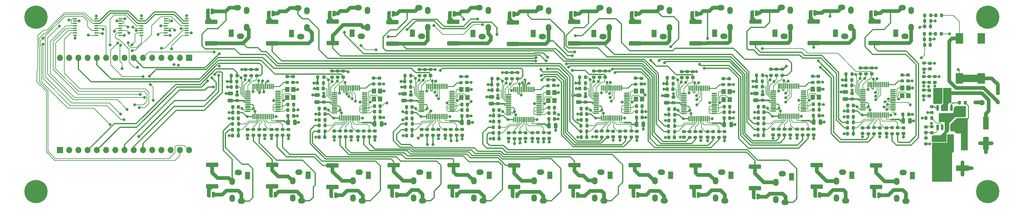
<source format=gbr>
%TF.GenerationSoftware,KiCad,Pcbnew,(7.0.0)*%
%TF.CreationDate,2023-05-02T23:46:25+03:00*%
%TF.ProjectId,24_channel_esp32_energy_meter,32345f63-6861-46e6-9e65-6c5f65737033,rev?*%
%TF.SameCoordinates,PX5ff2fd0PYa4fc540*%
%TF.FileFunction,Copper,L1,Top*%
%TF.FilePolarity,Positive*%
%FSLAX46Y46*%
G04 Gerber Fmt 4.6, Leading zero omitted, Abs format (unit mm)*
G04 Created by KiCad (PCBNEW (7.0.0)) date 2023-05-02 23:46:25*
%MOMM*%
%LPD*%
G01*
G04 APERTURE LIST*
G04 Aperture macros list*
%AMRoundRect*
0 Rectangle with rounded corners*
0 $1 Rounding radius*
0 $2 $3 $4 $5 $6 $7 $8 $9 X,Y pos of 4 corners*
0 Add a 4 corners polygon primitive as box body*
4,1,4,$2,$3,$4,$5,$6,$7,$8,$9,$2,$3,0*
0 Add four circle primitives for the rounded corners*
1,1,$1+$1,$2,$3*
1,1,$1+$1,$4,$5*
1,1,$1+$1,$6,$7*
1,1,$1+$1,$8,$9*
0 Add four rect primitives between the rounded corners*
20,1,$1+$1,$2,$3,$4,$5,0*
20,1,$1+$1,$4,$5,$6,$7,0*
20,1,$1+$1,$6,$7,$8,$9,0*
20,1,$1+$1,$8,$9,$2,$3,0*%
%AMFreePoly0*
4,1,19,0.500000,-0.750000,0.000000,-0.750000,0.000000,-0.744911,-0.071157,-0.744911,-0.207708,-0.704816,-0.327430,-0.627875,-0.420627,-0.520320,-0.479746,-0.390866,-0.500000,-0.250000,-0.500000,0.250000,-0.479746,0.390866,-0.420627,0.520320,-0.327430,0.627875,-0.207708,0.704816,-0.071157,0.744911,0.000000,0.744911,0.000000,0.750000,0.500000,0.750000,0.500000,-0.750000,0.500000,-0.750000,
$1*%
%AMFreePoly1*
4,1,19,0.000000,0.744911,0.071157,0.744911,0.207708,0.704816,0.327430,0.627875,0.420627,0.520320,0.479746,0.390866,0.500000,0.250000,0.500000,-0.250000,0.479746,-0.390866,0.420627,-0.520320,0.327430,-0.627875,0.207708,-0.704816,0.071157,-0.744911,0.000000,-0.744911,0.000000,-0.750000,-0.500000,-0.750000,-0.500000,0.750000,0.000000,0.750000,0.000000,0.744911,0.000000,0.744911,
$1*%
G04 Aperture macros list end*
%TA.AperFunction,ComponentPad*%
%ADD10R,1.700000X1.700000*%
%TD*%
%TA.AperFunction,ComponentPad*%
%ADD11O,1.700000X1.700000*%
%TD*%
%TA.AperFunction,SMDPad,CuDef*%
%ADD12RoundRect,0.225000X0.250000X-0.225000X0.250000X0.225000X-0.250000X0.225000X-0.250000X-0.225000X0*%
%TD*%
%TA.AperFunction,SMDPad,CuDef*%
%ADD13RoundRect,0.225000X0.225000X0.250000X-0.225000X0.250000X-0.225000X-0.250000X0.225000X-0.250000X0*%
%TD*%
%TA.AperFunction,SMDPad,CuDef*%
%ADD14RoundRect,0.200000X-0.275000X0.200000X-0.275000X-0.200000X0.275000X-0.200000X0.275000X0.200000X0*%
%TD*%
%TA.AperFunction,SMDPad,CuDef*%
%ADD15RoundRect,0.200000X0.200000X0.275000X-0.200000X0.275000X-0.200000X-0.275000X0.200000X-0.275000X0*%
%TD*%
%TA.AperFunction,SMDPad,CuDef*%
%ADD16RoundRect,0.250000X-0.250000X-0.475000X0.250000X-0.475000X0.250000X0.475000X-0.250000X0.475000X0*%
%TD*%
%TA.AperFunction,SMDPad,CuDef*%
%ADD17RoundRect,0.200000X-0.200000X-0.275000X0.200000X-0.275000X0.200000X0.275000X-0.200000X0.275000X0*%
%TD*%
%TA.AperFunction,SMDPad,CuDef*%
%ADD18RoundRect,0.250000X-0.475000X0.250000X-0.475000X-0.250000X0.475000X-0.250000X0.475000X0.250000X0*%
%TD*%
%TA.AperFunction,SMDPad,CuDef*%
%ADD19RoundRect,0.225000X-0.250000X0.225000X-0.250000X-0.225000X0.250000X-0.225000X0.250000X0.225000X0*%
%TD*%
%TA.AperFunction,SMDPad,CuDef*%
%ADD20RoundRect,0.200000X0.275000X-0.200000X0.275000X0.200000X-0.275000X0.200000X-0.275000X-0.200000X0*%
%TD*%
%TA.AperFunction,SMDPad,CuDef*%
%ADD21RoundRect,0.225000X-0.225000X-0.250000X0.225000X-0.250000X0.225000X0.250000X-0.225000X0.250000X0*%
%TD*%
%TA.AperFunction,SMDPad,CuDef*%
%ADD22R,1.200000X1.400000*%
%TD*%
%TA.AperFunction,ComponentPad*%
%ADD23C,0.800000*%
%TD*%
%TA.AperFunction,ComponentPad*%
%ADD24C,6.400000*%
%TD*%
%TA.AperFunction,SMDPad,CuDef*%
%ADD25RoundRect,0.250000X1.425000X-0.362500X1.425000X0.362500X-1.425000X0.362500X-1.425000X-0.362500X0*%
%TD*%
%TA.AperFunction,SMDPad,CuDef*%
%ADD26RoundRect,0.250000X-1.425000X0.362500X-1.425000X-0.362500X1.425000X-0.362500X1.425000X0.362500X0*%
%TD*%
%TA.AperFunction,ComponentPad*%
%ADD27O,2.000000X1.500000*%
%TD*%
%TA.AperFunction,ComponentPad*%
%ADD28R,1.400000X2.000000*%
%TD*%
%TA.AperFunction,ComponentPad*%
%ADD29O,1.500000X2.000000*%
%TD*%
%TA.AperFunction,SMDPad,CuDef*%
%ADD30FreePoly0,0.000000*%
%TD*%
%TA.AperFunction,SMDPad,CuDef*%
%ADD31FreePoly1,0.000000*%
%TD*%
%TA.AperFunction,SMDPad,CuDef*%
%ADD32R,1.000000X0.800000*%
%TD*%
%TA.AperFunction,SMDPad,CuDef*%
%ADD33RoundRect,0.075000X0.075000X-0.662500X0.075000X0.662500X-0.075000X0.662500X-0.075000X-0.662500X0*%
%TD*%
%TA.AperFunction,SMDPad,CuDef*%
%ADD34RoundRect,0.075000X0.662500X-0.075000X0.662500X0.075000X-0.662500X0.075000X-0.662500X-0.075000X0*%
%TD*%
%TA.AperFunction,SMDPad,CuDef*%
%ADD35RoundRect,0.218750X0.256250X-0.218750X0.256250X0.218750X-0.256250X0.218750X-0.256250X-0.218750X0*%
%TD*%
%TA.AperFunction,SMDPad,CuDef*%
%ADD36RoundRect,0.250000X-1.500000X-0.550000X1.500000X-0.550000X1.500000X0.550000X-1.500000X0.550000X0*%
%TD*%
%TA.AperFunction,SMDPad,CuDef*%
%ADD37RoundRect,0.250000X0.650000X-1.000000X0.650000X1.000000X-0.650000X1.000000X-0.650000X-1.000000X0*%
%TD*%
%TA.AperFunction,SMDPad,CuDef*%
%ADD38RoundRect,0.250000X0.250000X0.475000X-0.250000X0.475000X-0.250000X-0.475000X0.250000X-0.475000X0*%
%TD*%
%TA.AperFunction,SMDPad,CuDef*%
%ADD39R,1.498600X3.987800*%
%TD*%
%TA.AperFunction,SMDPad,CuDef*%
%ADD40R,1.000000X0.400000*%
%TD*%
%TA.AperFunction,SMDPad,CuDef*%
%ADD41R,2.000000X3.000000*%
%TD*%
%TA.AperFunction,SMDPad,CuDef*%
%ADD42RoundRect,0.150000X-0.150000X0.650000X-0.150000X-0.650000X0.150000X-0.650000X0.150000X0.650000X0*%
%TD*%
%TA.AperFunction,SMDPad,CuDef*%
%ADD43R,3.100000X2.410000*%
%TD*%
%TA.AperFunction,SMDPad,CuDef*%
%ADD44RoundRect,0.250000X-0.550000X1.500000X-0.550000X-1.500000X0.550000X-1.500000X0.550000X1.500000X0*%
%TD*%
%TA.AperFunction,ViaPad*%
%ADD45C,0.800000*%
%TD*%
%TA.AperFunction,ViaPad*%
%ADD46C,1.000000*%
%TD*%
%TA.AperFunction,ViaPad*%
%ADD47C,1.500000*%
%TD*%
%TA.AperFunction,Conductor*%
%ADD48C,1.000000*%
%TD*%
%TA.AperFunction,Conductor*%
%ADD49C,0.200000*%
%TD*%
%TA.AperFunction,Conductor*%
%ADD50C,0.250000*%
%TD*%
%TA.AperFunction,Conductor*%
%ADD51C,0.400000*%
%TD*%
%TA.AperFunction,Conductor*%
%ADD52C,0.300000*%
%TD*%
%TA.AperFunction,Conductor*%
%ADD53C,2.000000*%
%TD*%
G04 APERTURE END LIST*
D10*
%TO.P,J3,1,Pin_1*%
%TO.N,unconnected-(J3-Pin_1-Pad1)*%
X46144999Y40799999D03*
D11*
%TO.P,J3,2,Pin_2*%
%TO.N,unconnected-(J3-Pin_2-Pad2)*%
X43604999Y40799999D03*
%TO.P,J3,3,Pin_3*%
%TO.N,unconnected-(J3-Pin_3-Pad3)*%
X41064999Y40799999D03*
%TO.P,J3,4,Pin_4*%
%TO.N,unconnected-(J3-Pin_4-Pad4)*%
X38524999Y40799999D03*
%TO.P,J3,5,Pin_5*%
%TO.N,unconnected-(J3-Pin_5-Pad5)*%
X35984999Y40799999D03*
%TO.P,J3,6,Pin_6*%
%TO.N,/~{CS8}*%
X33444999Y40799999D03*
%TO.P,J3,7,Pin_7*%
%TO.N,/~{CS7}*%
X30904999Y40799999D03*
%TO.P,J3,8,Pin_8*%
%TO.N,/ESP32/~{INT0}*%
X28364999Y40799999D03*
%TO.P,J3,9,Pin_9*%
%TO.N,/ESP32/~{INT1}*%
X25824999Y40799999D03*
%TO.P,J3,10,Pin_10*%
%TO.N,/ESP32/~{INT2}*%
X23284999Y40799999D03*
%TO.P,J3,11,Pin_11*%
%TO.N,/~{CS2}*%
X20744999Y40799999D03*
%TO.P,J3,12,Pin_12*%
%TO.N,unconnected-(J3-Pin_12-Pad12)*%
X18204999Y40799999D03*
%TO.P,J3,13,Pin_13*%
%TO.N,/~{CS1}*%
X15664999Y40799999D03*
%TO.P,J3,14,Pin_14*%
%TO.N,GND*%
X13124999Y40799999D03*
%TO.P,J3,15,Pin_15*%
%TO.N,unconnected-(J3-Pin_15-Pad15)*%
X10584999Y40799999D03*
%TD*%
D10*
%TO.P,J2,1,Pin_1*%
%TO.N,VDD*%
X10584999Y15399999D03*
D11*
%TO.P,J2,2,Pin_2*%
%TO.N,GND*%
X13124999Y15399999D03*
%TO.P,J2,3,Pin_3*%
%TO.N,/~{CS3}*%
X15664999Y15399999D03*
%TO.P,J2,4,Pin_4*%
%TO.N,/MOSI*%
X18204999Y15399999D03*
%TO.P,J2,5,Pin_5*%
%TO.N,/MISO*%
X20744999Y15399999D03*
%TO.P,J2,6,Pin_6*%
%TO.N,unconnected-(J2-Pin_6-Pad6)*%
X23284999Y15399999D03*
%TO.P,J2,7,Pin_7*%
%TO.N,unconnected-(J2-Pin_7-Pad7)*%
X25824999Y15399999D03*
%TO.P,J2,8,Pin_8*%
%TO.N,/SCLK*%
X28364999Y15399999D03*
%TO.P,J2,9,Pin_9*%
%TO.N,/~{CS4}*%
X30904999Y15399999D03*
%TO.P,J2,10,Pin_10*%
%TO.N,/~{CS5}*%
X33444999Y15399999D03*
%TO.P,J2,11,Pin_11*%
%TO.N,/~{CS6}*%
X35984999Y15399999D03*
%TO.P,J2,12,Pin_12*%
%TO.N,unconnected-(J2-Pin_12-Pad12)*%
X38524999Y15399999D03*
%TO.P,J2,13,Pin_13*%
%TO.N,unconnected-(J2-Pin_13-Pad13)*%
X41064999Y15399999D03*
%TO.P,J2,14,Pin_14*%
%TO.N,/ESP32/SDA*%
X43604999Y15399999D03*
%TO.P,J2,15,Pin_15*%
%TO.N,/ESP32/SCL*%
X46144999Y15399999D03*
%TD*%
D12*
%TO.P,C52,1*%
%TO.N,GND*%
X114830000Y19512500D03*
%TO.P,C52,2*%
%TO.N,/ATM90E32AS2/IBN*%
X114830000Y21062500D03*
%TD*%
D13*
%TO.P,C57,1*%
%TO.N,GND*%
X146737500Y23950000D03*
%TO.P,C57,2*%
%TO.N,Net-(IC4-VREF)*%
X145187500Y23950000D03*
%TD*%
D14*
%TO.P,R35,1*%
%TO.N,/ATM90E32AS1/ICP*%
X94205000Y20700000D03*
%TO.P,R35,2*%
%TO.N,/ATM90E32AS1/IC+*%
X94205000Y19050000D03*
%TD*%
D15*
%TO.P,R91,1*%
%TO.N,/ATM90E32AS5/IAP*%
X179842500Y22025000D03*
%TO.P,R91,2*%
%TO.N,/ATM90E32AS5/IA+*%
X178192500Y22025000D03*
%TD*%
D16*
%TO.P,C17,1*%
%TO.N,GND*%
X252900000Y31250000D03*
%TO.P,C17,2*%
%TO.N,Net-(BR1-~{1})*%
X254800000Y31250000D03*
%TD*%
D17*
%TO.P,R55,1*%
%TO.N,VDD*%
X129487500Y33450001D03*
%TO.P,R55,2*%
%TO.N,Net-(IC4-~{RESET})*%
X131137500Y33450001D03*
%TD*%
D13*
%TO.P,C4,1*%
%TO.N,GND*%
X74920000Y26425000D03*
%TO.P,C4,2*%
%TO.N,Net-(IC1-V1P)*%
X73370000Y26425000D03*
%TD*%
%TO.P,C49,1*%
%TO.N,/ATM90E32AS2/IAP*%
X107580001Y24137500D03*
%TO.P,C49,2*%
%TO.N,GND*%
X106030001Y24137500D03*
%TD*%
D14*
%TO.P,R33,1*%
%TO.N,/ATM90E32AS1/IBP*%
X87705001Y20700000D03*
%TO.P,R33,2*%
%TO.N,/ATM90E32AS1/IB+*%
X87705001Y19050000D03*
%TD*%
D18*
%TO.P,C47,1*%
%TO.N,GND*%
X105380001Y30962500D03*
%TO.P,C47,2*%
%TO.N,Net-(IC3-VDD18@1)*%
X105380001Y29062500D03*
%TD*%
D19*
%TO.P,C120,1*%
%TO.N,GND*%
X249990000Y31875000D03*
%TO.P,C120,2*%
%TO.N,Net-(IC8-V1N)*%
X249990000Y30325000D03*
%TD*%
D17*
%TO.P,R100,1*%
%TO.N,VDD*%
X202350000Y34400001D03*
%TO.P,R100,2*%
%TO.N,Net-(IC7-~{RESET})*%
X204000000Y34400001D03*
%TD*%
D20*
%TO.P,R17,1*%
%TO.N,Net-(IC8-V1N)*%
X248415000Y30300000D03*
%TO.P,R17,2*%
%TO.N,GND*%
X248415000Y31950000D03*
%TD*%
D13*
%TO.P,C75,1*%
%TO.N,GND*%
X170862500Y27525000D03*
%TO.P,C75,2*%
%TO.N,Net-(IC5-V1N)*%
X169312500Y27525000D03*
%TD*%
D14*
%TO.P,R111,1*%
%TO.N,/ATM90E32AS6/ICN*%
X216604999Y21200000D03*
%TO.P,R111,2*%
%TO.N,/ATM90E32AS6/IC-*%
X216604999Y19550000D03*
%TD*%
D21*
%TO.P,C35,1*%
%TO.N,GND*%
X81955001Y19025000D03*
%TO.P,C35,2*%
%TO.N,/ATM90E32AS1/IAN*%
X83505001Y19025000D03*
%TD*%
D22*
%TO.P,Y7,1,1*%
%TO.N,Net-(IC7-OSCI)*%
X219574999Y29999999D03*
%TO.P,Y7,2,2*%
%TO.N,GND*%
X219574999Y32199999D03*
%TO.P,Y7,3,3*%
%TO.N,Net-(IC7-OSCO)*%
X217874999Y32199999D03*
%TO.P,Y7,4,4*%
%TO.N,GND*%
X217874999Y29999999D03*
%TD*%
D21*
%TO.P,C61,1*%
%TO.N,GND*%
X129537500Y31900001D03*
%TO.P,C61,2*%
%TO.N,Net-(IC4-~{RESET})*%
X131087500Y31900001D03*
%TD*%
D13*
%TO.P,C117,1*%
%TO.N,GND*%
X244245000Y25275000D03*
%TO.P,C117,2*%
%TO.N,Net-(IC8-VREF)*%
X242695000Y25275000D03*
%TD*%
D14*
%TO.P,R126,1*%
%TO.N,/ATM90E32AS7_Voltage_Sense/ICN*%
X241249999Y21575000D03*
%TO.P,R126,2*%
%TO.N,/ATM90E32AS7_Voltage_Sense/IC-*%
X241249999Y19925000D03*
%TD*%
D23*
%TO.P,H2,1,1*%
%TO.N,GND*%
X1600000Y52025000D03*
X2302944Y53722056D03*
X2302944Y50327944D03*
X4000000Y54425000D03*
D24*
X4000000Y52025000D03*
D23*
X4000000Y49625000D03*
X5697056Y53722056D03*
X5697056Y50327944D03*
X6400000Y52025000D03*
%TD*%
D14*
%TO.P,R117,1*%
%TO.N,VDD*%
X231000000Y38050000D03*
%TO.P,R117,2*%
%TO.N,/MISO*%
X231000000Y36400000D03*
%TD*%
D25*
%TO.P,R54,1*%
%TO.N,Net-(JP11-A)*%
X185575000Y5312500D03*
%TO.P,R54,2*%
%TO.N,/ATM90E32AS2/IC+*%
X185575000Y11237500D03*
%TD*%
D14*
%TO.P,R9,1*%
%TO.N,/ATM90E32AS/IBP*%
X63875000Y21125000D03*
%TO.P,R9,2*%
%TO.N,/ATM90E32AS/IB+*%
X63875000Y19475000D03*
%TD*%
D12*
%TO.P,C112,1*%
%TO.N,GND*%
X211654999Y19600000D03*
%TO.P,C112,2*%
%TO.N,/ATM90E32AS6/IBN*%
X211654999Y21150000D03*
%TD*%
D26*
%TO.P,R127,1*%
%TO.N,Net-(JP24-A)*%
X218150000Y50862500D03*
%TO.P,R127,2*%
%TO.N,/ATM90E32AS7_Voltage_Sense/IB+*%
X218150000Y44937500D03*
%TD*%
D18*
%TO.P,C107,1*%
%TO.N,GND*%
X202205000Y31050000D03*
%TO.P,C107,2*%
%TO.N,Net-(IC7-VDD18@1)*%
X202205000Y29150000D03*
%TD*%
D13*
%TO.P,C74,1*%
%TO.N,VDD*%
X155662500Y26850000D03*
%TO.P,C74,2*%
%TO.N,GND*%
X154112500Y26850000D03*
%TD*%
D12*
%TO.P,C54,1*%
%TO.N,GND*%
X121330000Y19512500D03*
%TO.P,C54,2*%
%TO.N,/ATM90E32AS2/ICN*%
X121330000Y21062500D03*
%TD*%
D21*
%TO.P,C11,1*%
%TO.N,GND*%
X58125000Y19450000D03*
%TO.P,C11,2*%
%TO.N,/ATM90E32AS/IAN*%
X59675000Y19450000D03*
%TD*%
D27*
%TO.P,CT2-3,1,1*%
%TO.N,unconnected-(CT2-3-Pad1)*%
X176186639Y9374998D03*
D28*
%TO.P,CT2-3,2,2*%
%TO.N,unconnected-(CT2-3-Pad2)*%
X178706639Y8525106D03*
D29*
%TO.P,CT2-3,3,3*%
%TO.N,unconnected-(CT2-3-Pad3)*%
X174466640Y2225000D03*
D27*
%TO.P,CT2-3,4,4*%
%TO.N,/ATM90E32AS2/IB-*%
X176986640Y1474999D03*
D29*
%TO.P,CT2-3,5,5*%
%TO.N,/ATM90E32AS2/IB+*%
X174466640Y6924998D03*
%TD*%
D25*
%TO.P,R67,1*%
%TO.N,Net-(JP12-A)*%
X218920460Y5337500D03*
%TO.P,R67,2*%
%TO.N,/ATM90E32AS3/IB+*%
X218920460Y11262500D03*
%TD*%
D30*
%TO.P,JP7,1,A*%
%TO.N,Net-(JP7-A)*%
X102050000Y3100000D03*
D31*
%TO.P,JP7,2,B*%
%TO.N,/ATM90E32AS1/IA-*%
X103350000Y3100000D03*
%TD*%
D32*
%TO.P,BR1,1,~{1}*%
%TO.N,Net-(BR1-~{1})*%
X262664999Y31114999D03*
%TO.P,BR1,2*%
%TO.N,GND*%
X262664999Y28574999D03*
%TO.P,BR1,3,+*%
%TO.N,VA-*%
X268814999Y28574999D03*
%TO.P,BR1,4,-*%
%TO.N,VA+*%
X268814999Y31114999D03*
%TD*%
D14*
%TO.P,R10,1*%
%TO.N,/ATM90E32AS/IBN*%
X65425000Y21125000D03*
%TO.P,R10,2*%
%TO.N,/ATM90E32AS/IB-*%
X65425000Y19475000D03*
%TD*%
D25*
%TO.P,R39,1*%
%TO.N,Net-(JP8-A)*%
X135625000Y5312500D03*
%TO.P,R39,2*%
%TO.N,/ATM90E32AS1/IC+*%
X135625000Y11237500D03*
%TD*%
D14*
%TO.P,R65,1*%
%TO.N,/ATM90E32AS3/ICP*%
X142192499Y20250000D03*
%TO.P,R65,2*%
%TO.N,/ATM90E32AS3/IC+*%
X142192499Y18600000D03*
%TD*%
D13*
%TO.P,C60,1*%
%TO.N,GND*%
X146737500Y27100000D03*
%TO.P,C60,2*%
%TO.N,Net-(IC4-V1N)*%
X145187500Y27100000D03*
%TD*%
D30*
%TO.P,JP26,1,A*%
%TO.N,Net-(JP26-A)*%
X233900000Y53125000D03*
D31*
%TO.P,JP26,2,B*%
%TO.N,/ATM90E32AS7_Voltage_Sense/IC-*%
X235200000Y53125000D03*
%TD*%
D15*
%TO.P,R62,1*%
%TO.N,/ATM90E32AS3/IAN*%
X131542500Y20175000D03*
%TO.P,R62,2*%
%TO.N,/ATM90E32AS3/IA-*%
X129892500Y20175000D03*
%TD*%
%TO.P,R131,1*%
%TO.N,Net-(R130-Pad2)*%
X250340000Y52525000D03*
%TO.P,R131,2*%
%TO.N,/ATM90E32AS7_Voltage_Sense/V2P*%
X248690000Y52525000D03*
%TD*%
D14*
%TO.P,R119,1*%
%TO.N,VDD*%
X234100000Y38050000D03*
%TO.P,R119,2*%
%TO.N,/~{CS8}*%
X234100000Y36400000D03*
%TD*%
D13*
%TO.P,C10,1*%
%TO.N,/ATM90E32AS/IAP*%
X59725000Y24150000D03*
%TO.P,C10,2*%
%TO.N,GND*%
X58175000Y24150000D03*
%TD*%
D19*
%TO.P,C66,1*%
%TO.N,/ATM90E32AS3/IBP*%
X134092500Y20200000D03*
%TO.P,C66,2*%
%TO.N,GND*%
X134092500Y18650000D03*
%TD*%
D13*
%TO.P,C45,1*%
%TO.N,GND*%
X122775001Y27962500D03*
%TO.P,C45,2*%
%TO.N,Net-(IC3-V1N)*%
X121225001Y27962500D03*
%TD*%
D12*
%TO.P,C127,1*%
%TO.N,GND*%
X236299999Y19975000D03*
%TO.P,C127,2*%
%TO.N,/ATM90E32AS7_Voltage_Sense/IBN*%
X236299999Y21525000D03*
%TD*%
D14*
%TO.P,R23,1*%
%TO.N,VDD*%
X250585000Y21850000D03*
%TO.P,R23,2*%
%TO.N,Net-(U3-FB)*%
X250585000Y20200000D03*
%TD*%
D13*
%TO.P,C90,1*%
%TO.N,GND*%
X195012500Y27400000D03*
%TO.P,C90,2*%
%TO.N,Net-(IC6-V1N)*%
X193462500Y27400000D03*
%TD*%
D14*
%TO.P,R50,1*%
%TO.N,/ATM90E32AS2/ICP*%
X118230000Y21112500D03*
%TO.P,R50,2*%
%TO.N,/ATM90E32AS2/IC+*%
X118230000Y19462500D03*
%TD*%
D25*
%TO.P,R68,1*%
%TO.N,Net-(JP13-A)*%
X201925000Y4937500D03*
%TO.P,R68,2*%
%TO.N,/ATM90E32AS3/IA+*%
X201925000Y10862500D03*
%TD*%
D33*
%TO.P,IC5,1,AVDD*%
%TO.N,VDD*%
X159687499Y24212500D03*
%TO.P,IC5,2,AGND@1*%
%TO.N,GND*%
X160187499Y24212500D03*
%TO.P,IC5,3,I1P*%
%TO.N,/ATM90E32AS4/IAP*%
X160687499Y24212500D03*
%TO.P,IC5,4,I1N*%
%TO.N,/ATM90E32AS4/IAN*%
X161187499Y24212500D03*
%TO.P,IC5,5,I2P*%
%TO.N,/ATM90E32AS4/IBP*%
X161687499Y24212500D03*
%TO.P,IC5,6,I2N*%
%TO.N,/ATM90E32AS4/IBN*%
X162187499Y24212500D03*
%TO.P,IC5,7,I3P*%
%TO.N,/ATM90E32AS4/ICP*%
X162687499Y24212500D03*
%TO.P,IC5,8,I3N*%
%TO.N,/ATM90E32AS4/ICN*%
X163187499Y24212500D03*
%TO.P,IC5,9,I4P*%
%TO.N,unconnected-(IC5-I4P-Pad9)*%
X163687499Y24212500D03*
%TO.P,IC5,10,I4N*%
%TO.N,unconnected-(IC5-I4N-Pad10)*%
X164187499Y24212500D03*
%TO.P,IC5,11,VREF*%
%TO.N,Net-(IC5-VREF)*%
X164687499Y24212500D03*
%TO.P,IC5,12,AGND@2*%
%TO.N,GND*%
X165187499Y24212500D03*
D34*
%TO.P,IC5,13,V1P*%
%TO.N,Net-(IC5-V1P)*%
X166599999Y25625000D03*
%TO.P,IC5,14,V1N*%
%TO.N,Net-(IC5-V1N)*%
X166599999Y26125000D03*
%TO.P,IC5,15,V2P*%
%TO.N,Net-(IC5-V1P)*%
X166599999Y26625000D03*
%TO.P,IC5,16,V2N*%
%TO.N,Net-(IC5-V1N)*%
X166599999Y27125000D03*
%TO.P,IC5,17,V3P*%
%TO.N,Net-(IC5-V1P)*%
X166599999Y27625000D03*
%TO.P,IC5,18,V3N*%
%TO.N,Net-(IC5-V1N)*%
X166599999Y28125000D03*
%TO.P,IC5,19,DGND@1*%
%TO.N,GND*%
X166599999Y28625000D03*
%TO.P,IC5,20,OSCI*%
%TO.N,Net-(IC5-OSCI)*%
X166599999Y29125000D03*
%TO.P,IC5,21,OSCO*%
%TO.N,Net-(IC5-OSCO)*%
X166599999Y29625000D03*
%TO.P,IC5,22,ZX0*%
%TO.N,unconnected-(IC5-ZX0-Pad22)*%
X166599999Y30125000D03*
%TO.P,IC5,23,ZX1*%
%TO.N,unconnected-(IC5-ZX1-Pad23)*%
X166599999Y30625000D03*
%TO.P,IC5,24,ZX2*%
%TO.N,unconnected-(IC5-ZX2-Pad24)*%
X166599999Y31125000D03*
D33*
%TO.P,IC5,25,CF1*%
%TO.N,/ATM90E32AS4/CF1*%
X165187499Y32537500D03*
%TO.P,IC5,26,CF2*%
%TO.N,/ATM90E32AS4/CF2*%
X164687499Y32537500D03*
%TO.P,IC5,27,CF3*%
%TO.N,/ATM90E32AS4/CF3*%
X164187499Y32537500D03*
%TO.P,IC5,28,CF4*%
%TO.N,/ATM90E32AS4/CF4*%
X163687499Y32537500D03*
%TO.P,IC5,29,WARNOUT*%
%TO.N,/CH5_WARN*%
X163187499Y32537500D03*
%TO.P,IC5,30,IRQ0*%
%TO.N,/CH5_IRQ0*%
X162687499Y32537500D03*
%TO.P,IC5,31,IRQ1*%
%TO.N,/CH5_IRQ1*%
X162187499Y32537500D03*
%TO.P,IC5,32,TEST*%
%TO.N,GND*%
X161687499Y32537500D03*
%TO.P,IC5,33,PM0*%
%TO.N,VDD*%
X161187499Y32537500D03*
%TO.P,IC5,34,PM1*%
X160687499Y32537500D03*
%TO.P,IC5,35,NC@1*%
%TO.N,unconnected-(IC5-NC@1-Pad35)*%
X160187499Y32537500D03*
%TO.P,IC5,36,DMA_CTRL*%
%TO.N,GND*%
X159687499Y32537500D03*
D34*
%TO.P,IC5,37,~{CS}*%
%TO.N,/~{CS5}*%
X158274999Y31125000D03*
%TO.P,IC5,38,SCLK*%
%TO.N,/SCLK*%
X158274999Y30625000D03*
%TO.P,IC5,39,SDO*%
%TO.N,/MISO*%
X158274999Y30125000D03*
%TO.P,IC5,40,SDI*%
%TO.N,/MOSI*%
X158274999Y29625000D03*
%TO.P,IC5,41,~{RESET}*%
%TO.N,Net-(IC5-~{RESET})*%
X158274999Y29125000D03*
%TO.P,IC5,42,VDD18@1*%
%TO.N,Net-(IC5-VDD18@1)*%
X158274999Y28625000D03*
%TO.P,IC5,43,VDD18@2*%
X158274999Y28125000D03*
%TO.P,IC5,44,DGND@2*%
%TO.N,GND*%
X158274999Y27625000D03*
%TO.P,IC5,45,NC@2*%
%TO.N,unconnected-(IC5-NC@2-Pad45)*%
X158274999Y27125000D03*
%TO.P,IC5,46,NC@3*%
%TO.N,unconnected-(IC5-NC@3-Pad46)*%
X158274999Y26625000D03*
%TO.P,IC5,47,DGND@3*%
%TO.N,GND*%
X158274999Y26125000D03*
%TO.P,IC5,48,DVDD*%
%TO.N,VDD*%
X158274999Y25625000D03*
%TD*%
D19*
%TO.P,C111,1*%
%TO.N,/ATM90E32AS6/IBP*%
X206955000Y21150000D03*
%TO.P,C111,2*%
%TO.N,GND*%
X206955000Y19600000D03*
%TD*%
D17*
%TO.P,R16,1*%
%TO.N,/ATM90E32AS7_Voltage_Sense/V1P*%
X248590000Y45925000D03*
%TO.P,R16,2*%
%TO.N,GND*%
X250240000Y45925000D03*
%TD*%
D14*
%TO.P,R59,1*%
%TO.N,VDD*%
X136592500Y36725000D03*
%TO.P,R59,2*%
%TO.N,/~{CS4}*%
X136592500Y35075000D03*
%TD*%
D27*
%TO.P,CT2-2,1,1*%
%TO.N,unconnected-(CT2-2-Pad1)*%
X126277550Y9374998D03*
D28*
%TO.P,CT2-2,2,2*%
%TO.N,unconnected-(CT2-2-Pad2)*%
X128797550Y8525106D03*
D29*
%TO.P,CT2-2,3,3*%
%TO.N,unconnected-(CT2-2-Pad3)*%
X124557551Y2225000D03*
D27*
%TO.P,CT2-2,4,4*%
%TO.N,/ATM90E32AS1/IB-*%
X127077551Y1474999D03*
D29*
%TO.P,CT2-2,5,5*%
%TO.N,/ATM90E32AS1/IB+*%
X124557551Y6924998D03*
%TD*%
D19*
%TO.P,C63,1*%
%TO.N,GND*%
X131192500Y29725000D03*
%TO.P,C63,2*%
%TO.N,Net-(IC4-VDD18@1)*%
X131192500Y28175000D03*
%TD*%
%TO.P,C133,1*%
%TO.N,GND*%
X251490000Y35625000D03*
%TO.P,C133,2*%
%TO.N,/ATM90E32AS7_Voltage_Sense/V3P*%
X251490000Y34075000D03*
%TD*%
D13*
%TO.P,C58,1*%
%TO.N,GND*%
X146737500Y25550000D03*
%TO.P,C58,2*%
%TO.N,Net-(IC4-V1P)*%
X145187500Y25550000D03*
%TD*%
D19*
%TO.P,C130,1*%
%TO.N,GND*%
X248390000Y35625000D03*
%TO.P,C130,2*%
%TO.N,Net-(IC8-V2N)*%
X248390000Y34075000D03*
%TD*%
D30*
%TO.P,JP25,1,A*%
%TO.N,Net-(JP25-A)*%
X201175000Y53125000D03*
D31*
%TO.P,JP25,2,B*%
%TO.N,/ATM90E32AS7_Voltage_Sense/IA-*%
X202475000Y53125000D03*
%TD*%
D22*
%TO.P,Y5,1,1*%
%TO.N,Net-(IC5-OSCI)*%
X170837499Y29474999D03*
%TO.P,Y5,2,2*%
%TO.N,GND*%
X170837499Y31674999D03*
%TO.P,Y5,3,3*%
%TO.N,Net-(IC5-OSCO)*%
X169137499Y31674999D03*
%TO.P,Y5,4,4*%
%TO.N,GND*%
X169137499Y29474999D03*
%TD*%
D17*
%TO.P,R1,1*%
%TO.N,VDD*%
X57670000Y34325000D03*
%TO.P,R1,2*%
%TO.N,Net-(IC1-~{RESET})*%
X59320000Y34325000D03*
%TD*%
D13*
%TO.P,C100,1*%
%TO.N,VDD*%
X204405000Y25825000D03*
%TO.P,C100,2*%
%TO.N,GND*%
X202855000Y25825000D03*
%TD*%
D15*
%TO.P,R121,1*%
%TO.N,/ATM90E32AS7_Voltage_Sense/IAP*%
X229075000Y23050000D03*
%TO.P,R121,2*%
%TO.N,/ATM90E32AS7_Voltage_Sense/IA+*%
X227425000Y23050000D03*
%TD*%
D27*
%TO.P,CT3-7,1,1*%
%TO.N,unconnected-(CT3-7-Pad1)*%
X193358804Y46750000D03*
D28*
%TO.P,CT3-7,2,2*%
%TO.N,unconnected-(CT3-7-Pad2)*%
X190838804Y47599892D03*
D29*
%TO.P,CT3-7,3,3*%
%TO.N,unconnected-(CT3-7-Pad3)*%
X195078803Y53899998D03*
D27*
%TO.P,CT3-7,4,4*%
%TO.N,/ATM90E32AS6/IC-*%
X192558803Y54649999D03*
D29*
%TO.P,CT3-7,5,5*%
%TO.N,/ATM90E32AS6/IC+*%
X195078803Y49200000D03*
%TD*%
D22*
%TO.P,Y4,1,1*%
%TO.N,Net-(IC4-OSCI)*%
X146712499Y29049999D03*
%TO.P,Y4,2,2*%
%TO.N,GND*%
X146712499Y31249999D03*
%TO.P,Y4,3,3*%
%TO.N,Net-(IC4-OSCO)*%
X145012499Y31249999D03*
%TO.P,Y4,4,4*%
%TO.N,GND*%
X145012499Y29049999D03*
%TD*%
D18*
%TO.P,C23,1*%
%TO.N,GND*%
X252000000Y18550000D03*
%TO.P,C23,2*%
%TO.N,VDD*%
X252000000Y16650000D03*
%TD*%
D14*
%TO.P,R125,1*%
%TO.N,/ATM90E32AS7_Voltage_Sense/ICP*%
X239699999Y21575000D03*
%TO.P,R125,2*%
%TO.N,/ATM90E32AS7_Voltage_Sense/IC+*%
X239699999Y19925000D03*
%TD*%
D13*
%TO.P,C118,1*%
%TO.N,GND*%
X250190000Y44375000D03*
%TO.P,C118,2*%
%TO.N,/ATM90E32AS7_Voltage_Sense/V1P*%
X248640000Y44375000D03*
%TD*%
D26*
%TO.P,R83,1*%
%TO.N,Net-(JP16-A)*%
X52225000Y50737500D03*
%TO.P,R83,2*%
%TO.N,/ATM90E32AS4/IA+*%
X52225000Y44812500D03*
%TD*%
D25*
%TO.P,R13,1*%
%TO.N,Net-(JP1-A)*%
X69000000Y5412500D03*
%TO.P,R13,2*%
%TO.N,/ATM90E32AS/IB+*%
X69000000Y11337500D03*
%TD*%
D13*
%TO.P,C25,1*%
%TO.N,VDD*%
X83555001Y25325000D03*
%TO.P,C25,2*%
%TO.N,GND*%
X82005001Y25325000D03*
%TD*%
D21*
%TO.P,C31,1*%
%TO.N,GND*%
X81550001Y32350001D03*
%TO.P,C31,2*%
%TO.N,Net-(IC2-~{RESET})*%
X83100001Y32350001D03*
%TD*%
D13*
%TO.P,C6,1*%
%TO.N,GND*%
X74920000Y27975000D03*
%TO.P,C6,2*%
%TO.N,Net-(IC1-V1N)*%
X73370000Y27975000D03*
%TD*%
D25*
%TO.P,R53,1*%
%TO.N,Net-(JP10-A)*%
X152250000Y5337500D03*
%TO.P,R53,2*%
%TO.N,/ATM90E32AS2/IA+*%
X152250000Y11262500D03*
%TD*%
D13*
%TO.P,C34,1*%
%TO.N,/ATM90E32AS1/IAP*%
X83555001Y23725000D03*
%TO.P,C34,2*%
%TO.N,GND*%
X82005001Y23725000D03*
%TD*%
D27*
%TO.P,CT1-1,1,1*%
%TO.N,unconnected-(CT1-1-Pad1)*%
X59732098Y9249998D03*
D28*
%TO.P,CT1-1,2,2*%
%TO.N,unconnected-(CT1-1-Pad2)*%
X62252098Y8400106D03*
D29*
%TO.P,CT1-1,3,3*%
%TO.N,unconnected-(CT1-1-Pad3)*%
X58012099Y2100000D03*
D27*
%TO.P,CT1-1,4,4*%
%TO.N,/ATM90E32AS/IA-*%
X60532099Y1349999D03*
D29*
%TO.P,CT1-1,5,5*%
%TO.N,/ATM90E32AS/IA+*%
X58012099Y6799998D03*
%TD*%
D15*
%TO.P,R7,1*%
%TO.N,/ATM90E32AS/IAP*%
X59750000Y22600000D03*
%TO.P,R7,2*%
%TO.N,/ATM90E32AS/IA+*%
X58100000Y22600000D03*
%TD*%
D35*
%TO.P,CF3,1,K*%
%TO.N,GND*%
X122600001Y34050000D03*
%TO.P,CF3,2,A*%
%TO.N,Net-(CF3-A)*%
X122600001Y35625000D03*
%TD*%
D12*
%TO.P,C99,1*%
%TO.N,GND*%
X193567499Y18950000D03*
%TO.P,C99,2*%
%TO.N,/ATM90E32AS5/ICN*%
X193567499Y20500000D03*
%TD*%
D17*
%TO.P,R115,1*%
%TO.N,VDD*%
X226995000Y34775001D03*
%TO.P,R115,2*%
%TO.N,Net-(IC8-~{RESET})*%
X228645000Y34775001D03*
%TD*%
D15*
%TO.P,R21,1*%
%TO.N,Net-(R20-Pad2)*%
X250215000Y47475000D03*
%TO.P,R21,2*%
%TO.N,/ATM90E32AS7_Voltage_Sense/V1P*%
X248565000Y47475000D03*
%TD*%
D13*
%TO.P,C132,1*%
%TO.N,GND*%
X250265000Y49450000D03*
%TO.P,C132,2*%
%TO.N,/ATM90E32AS7_Voltage_Sense/V2P*%
X248715000Y49450000D03*
%TD*%
D27*
%TO.P,CT3-4,1,1*%
%TO.N,unconnected-(CT3-4-Pad1)*%
X242732098Y9249998D03*
D28*
%TO.P,CT3-4,2,2*%
%TO.N,unconnected-(CT3-4-Pad2)*%
X245252098Y8400106D03*
D29*
%TO.P,CT3-4,3,3*%
%TO.N,unconnected-(CT3-4-Pad3)*%
X241012099Y2100000D03*
D27*
%TO.P,CT3-4,4,4*%
%TO.N,/ATM90E32AS3/IC-*%
X243532099Y1349999D03*
D29*
%TO.P,CT3-4,5,5*%
%TO.N,/ATM90E32AS3/IC+*%
X241012099Y6799998D03*
%TD*%
D25*
%TO.P,R52,1*%
%TO.N,Net-(JP9-A)*%
X168850000Y5337500D03*
%TO.P,R52,2*%
%TO.N,/ATM90E32AS2/IB+*%
X168850000Y11262500D03*
%TD*%
D14*
%TO.P,R29,1*%
%TO.N,VDD*%
X88605001Y37175000D03*
%TO.P,R29,2*%
%TO.N,/~{CS2}*%
X88605001Y35525000D03*
%TD*%
%TO.P,R89,1*%
%TO.N,VDD*%
X184867500Y37025000D03*
%TO.P,R89,2*%
%TO.N,/~{CS6}*%
X184867500Y35375000D03*
%TD*%
D27*
%TO.P,CT2-4,1,1*%
%TO.N,unconnected-(CT2-4-Pad1)*%
X226095728Y9349998D03*
D28*
%TO.P,CT2-4,2,2*%
%TO.N,unconnected-(CT2-4-Pad2)*%
X228615728Y8500106D03*
D29*
%TO.P,CT2-4,3,3*%
%TO.N,unconnected-(CT2-4-Pad3)*%
X224375729Y2200000D03*
D27*
%TO.P,CT2-4,4,4*%
%TO.N,/ATM90E32AS3/IB-*%
X226895729Y1449999D03*
D29*
%TO.P,CT2-4,5,5*%
%TO.N,/ATM90E32AS3/IB+*%
X224375729Y6899998D03*
%TD*%
D14*
%TO.P,R4,1*%
%TO.N,VDD*%
X63225000Y37600000D03*
%TO.P,R4,2*%
%TO.N,/SCLK*%
X63225000Y35950000D03*
%TD*%
D15*
%TO.P,R20,1*%
%TO.N,VA+*%
X253265000Y47475000D03*
%TO.P,R20,2*%
%TO.N,Net-(R20-Pad2)*%
X251615000Y47475000D03*
%TD*%
D13*
%TO.P,C70,1*%
%TO.N,VDD*%
X155667500Y25300000D03*
%TO.P,C70,2*%
%TO.N,GND*%
X154117500Y25300000D03*
%TD*%
D36*
%TO.P,C24,1*%
%TO.N,VDD*%
X253500000Y10400000D03*
%TO.P,C24,2*%
%TO.N,GND*%
X259100000Y10400000D03*
%TD*%
D27*
%TO.P,CT1-7,1,1*%
%TO.N,unconnected-(CT1-7-Pad1)*%
X160086078Y46700000D03*
D28*
%TO.P,CT1-7,2,2*%
%TO.N,unconnected-(CT1-7-Pad2)*%
X157566078Y47549892D03*
D29*
%TO.P,CT1-7,3,3*%
%TO.N,unconnected-(CT1-7-Pad3)*%
X161806077Y53849998D03*
D27*
%TO.P,CT1-7,4,4*%
%TO.N,/ATM90E32AS6/IA-*%
X159286077Y54599999D03*
D29*
%TO.P,CT1-7,5,5*%
%TO.N,/ATM90E32AS6/IA+*%
X161806077Y49150000D03*
%TD*%
D14*
%TO.P,R12,1*%
%TO.N,/ATM90E32AS/ICN*%
X71925000Y21125000D03*
%TO.P,R12,2*%
%TO.N,/ATM90E32AS/IC-*%
X71925000Y19475000D03*
%TD*%
D27*
%TO.P,CT1-4,1,1*%
%TO.N,unconnected-(CT1-4-Pad1)*%
X209459365Y8949998D03*
D28*
%TO.P,CT1-4,2,2*%
%TO.N,unconnected-(CT1-4-Pad2)*%
X211979365Y8100106D03*
D29*
%TO.P,CT1-4,3,3*%
%TO.N,unconnected-(CT1-4-Pad3)*%
X207739366Y1800000D03*
D27*
%TO.P,CT1-4,4,4*%
%TO.N,/ATM90E32AS3/IA-*%
X210259366Y1049999D03*
D29*
%TO.P,CT1-4,5,5*%
%TO.N,/ATM90E32AS3/IA+*%
X207739366Y6499998D03*
%TD*%
D37*
%TO.P,D1,1,K*%
%TO.N,Net-(D1-K)*%
X258800000Y22100000D03*
%TO.P,D1,2,A*%
%TO.N,GND*%
X258800000Y26100000D03*
%TD*%
D33*
%TO.P,IC3,1,AVDD*%
%TO.N,VDD*%
X111600000Y24650000D03*
%TO.P,IC3,2,AGND@1*%
%TO.N,GND*%
X112100000Y24650000D03*
%TO.P,IC3,3,I1P*%
%TO.N,/ATM90E32AS2/IAP*%
X112600000Y24650000D03*
%TO.P,IC3,4,I1N*%
%TO.N,/ATM90E32AS2/IAN*%
X113100000Y24650000D03*
%TO.P,IC3,5,I2P*%
%TO.N,/ATM90E32AS2/IBP*%
X113600000Y24650000D03*
%TO.P,IC3,6,I2N*%
%TO.N,/ATM90E32AS2/IBN*%
X114100000Y24650000D03*
%TO.P,IC3,7,I3P*%
%TO.N,/ATM90E32AS2/ICP*%
X114600000Y24650000D03*
%TO.P,IC3,8,I3N*%
%TO.N,/ATM90E32AS2/ICN*%
X115100000Y24650000D03*
%TO.P,IC3,9,I4P*%
%TO.N,unconnected-(IC3-I4P-Pad9)*%
X115600000Y24650000D03*
%TO.P,IC3,10,I4N*%
%TO.N,unconnected-(IC3-I4N-Pad10)*%
X116100000Y24650000D03*
%TO.P,IC3,11,VREF*%
%TO.N,Net-(IC3-VREF)*%
X116600000Y24650000D03*
%TO.P,IC3,12,AGND@2*%
%TO.N,GND*%
X117100000Y24650000D03*
D34*
%TO.P,IC3,13,V1P*%
%TO.N,Net-(IC3-V1P)*%
X118512500Y26062500D03*
%TO.P,IC3,14,V1N*%
%TO.N,Net-(IC3-V1N)*%
X118512500Y26562500D03*
%TO.P,IC3,15,V2P*%
%TO.N,Net-(IC3-V1P)*%
X118512500Y27062500D03*
%TO.P,IC3,16,V2N*%
%TO.N,Net-(IC3-V1N)*%
X118512500Y27562500D03*
%TO.P,IC3,17,V3P*%
%TO.N,Net-(IC3-V1P)*%
X118512500Y28062500D03*
%TO.P,IC3,18,V3N*%
%TO.N,Net-(IC3-V1N)*%
X118512500Y28562500D03*
%TO.P,IC3,19,DGND@1*%
%TO.N,GND*%
X118512500Y29062500D03*
%TO.P,IC3,20,OSCI*%
%TO.N,Net-(IC3-OSCI)*%
X118512500Y29562500D03*
%TO.P,IC3,21,OSCO*%
%TO.N,Net-(IC3-OSCO)*%
X118512500Y30062500D03*
%TO.P,IC3,22,ZX0*%
%TO.N,unconnected-(IC3-ZX0-Pad22)*%
X118512500Y30562500D03*
%TO.P,IC3,23,ZX1*%
%TO.N,unconnected-(IC3-ZX1-Pad23)*%
X118512500Y31062500D03*
%TO.P,IC3,24,ZX2*%
%TO.N,unconnected-(IC3-ZX2-Pad24)*%
X118512500Y31562500D03*
D33*
%TO.P,IC3,25,CF1*%
%TO.N,/ATM90E32AS2/CF1*%
X117100000Y32975000D03*
%TO.P,IC3,26,CF2*%
%TO.N,/ATM90E32AS2/CF2*%
X116600000Y32975000D03*
%TO.P,IC3,27,CF3*%
%TO.N,/ATM90E32AS2/CF3*%
X116100000Y32975000D03*
%TO.P,IC3,28,CF4*%
%TO.N,/ATM90E32AS2/CF4*%
X115600000Y32975000D03*
%TO.P,IC3,29,WARNOUT*%
%TO.N,/CH3_WARN*%
X115100000Y32975000D03*
%TO.P,IC3,30,IRQ0*%
%TO.N,/CH3_IRQ0*%
X114600000Y32975000D03*
%TO.P,IC3,31,IRQ1*%
%TO.N,/CH3_IRQ1*%
X114100000Y32975000D03*
%TO.P,IC3,32,TEST*%
%TO.N,GND*%
X113600000Y32975000D03*
%TO.P,IC3,33,PM0*%
%TO.N,VDD*%
X113100000Y32975000D03*
%TO.P,IC3,34,PM1*%
X112600000Y32975000D03*
%TO.P,IC3,35,NC@1*%
%TO.N,unconnected-(IC3-NC@1-Pad35)*%
X112100000Y32975000D03*
%TO.P,IC3,36,DMA_CTRL*%
%TO.N,GND*%
X111600000Y32975000D03*
D34*
%TO.P,IC3,37,~{CS}*%
%TO.N,/~{CS3}*%
X110187500Y31562500D03*
%TO.P,IC3,38,SCLK*%
%TO.N,/SCLK*%
X110187500Y31062500D03*
%TO.P,IC3,39,SDO*%
%TO.N,/MISO*%
X110187500Y30562500D03*
%TO.P,IC3,40,SDI*%
%TO.N,/MOSI*%
X110187500Y30062500D03*
%TO.P,IC3,41,~{RESET}*%
%TO.N,Net-(IC3-~{RESET})*%
X110187500Y29562500D03*
%TO.P,IC3,42,VDD18@1*%
%TO.N,Net-(IC3-VDD18@1)*%
X110187500Y29062500D03*
%TO.P,IC3,43,VDD18@2*%
X110187500Y28562500D03*
%TO.P,IC3,44,DGND@2*%
%TO.N,GND*%
X110187500Y28062500D03*
%TO.P,IC3,45,NC@2*%
%TO.N,unconnected-(IC3-NC@2-Pad45)*%
X110187500Y27562500D03*
%TO.P,IC3,46,NC@3*%
%TO.N,unconnected-(IC3-NC@3-Pad46)*%
X110187500Y27062500D03*
%TO.P,IC3,47,DGND@3*%
%TO.N,GND*%
X110187500Y26562500D03*
%TO.P,IC3,48,DVDD*%
%TO.N,VDD*%
X110187500Y26062500D03*
%TD*%
D14*
%TO.P,R88,1*%
%TO.N,VDD*%
X183317500Y37025000D03*
%TO.P,R88,2*%
%TO.N,/SCLK*%
X183317500Y35375000D03*
%TD*%
D30*
%TO.P,JP1,1,A*%
%TO.N,Net-(JP1-A)*%
X68650000Y3175000D03*
D31*
%TO.P,JP1,2,B*%
%TO.N,/ATM90E32AS/IB-*%
X69950000Y3175000D03*
%TD*%
D14*
%TO.P,R44,1*%
%TO.N,VDD*%
X112630001Y37587500D03*
%TO.P,R44,2*%
%TO.N,/~{CS3}*%
X112630001Y35937500D03*
%TD*%
D17*
%TO.P,R25,1*%
%TO.N,VDD*%
X81500001Y33900001D03*
%TO.P,R25,2*%
%TO.N,Net-(IC2-~{RESET})*%
X83150001Y33900001D03*
%TD*%
D20*
%TO.P,R105,1*%
%TO.N,/ATM90E32AS6/CF1*%
X217825000Y34100000D03*
%TO.P,R105,2*%
%TO.N,Net-(CF7-A)*%
X217825000Y35750000D03*
%TD*%
D19*
%TO.P,C68,1*%
%TO.N,/ATM90E32AS3/ICP*%
X140642499Y20200000D03*
%TO.P,C68,2*%
%TO.N,GND*%
X140642499Y18650000D03*
%TD*%
D17*
%TO.P,R26,1*%
%TO.N,VDD*%
X81550001Y35500001D03*
%TO.P,R26,2*%
%TO.N,/MOSI*%
X83200001Y35500001D03*
%TD*%
D13*
%TO.P,C104,1*%
%TO.N,VDD*%
X204400000Y27375000D03*
%TO.P,C104,2*%
%TO.N,GND*%
X202850000Y27375000D03*
%TD*%
D15*
%TO.P,R106,1*%
%TO.N,/ATM90E32AS6/IAP*%
X204430000Y22675000D03*
%TO.P,R106,2*%
%TO.N,/ATM90E32AS6/IA+*%
X202780000Y22675000D03*
%TD*%
D27*
%TO.P,CT3-1,1,1*%
%TO.N,unconnected-(CT3-1-Pad1)*%
X93004824Y9374998D03*
D28*
%TO.P,CT3-1,2,2*%
%TO.N,unconnected-(CT3-1-Pad2)*%
X95524824Y8525106D03*
D29*
%TO.P,CT3-1,3,3*%
%TO.N,unconnected-(CT3-1-Pad3)*%
X91284825Y2225000D03*
D27*
%TO.P,CT3-1,4,4*%
%TO.N,/ATM90E32AS/IC-*%
X93804825Y1474999D03*
D29*
%TO.P,CT3-1,5,5*%
%TO.N,/ATM90E32AS/IC+*%
X91284825Y6924998D03*
%TD*%
D17*
%TO.P,R86,1*%
%TO.N,VDD*%
X177812500Y35350001D03*
%TO.P,R86,2*%
%TO.N,/MOSI*%
X179462500Y35350001D03*
%TD*%
D38*
%TO.P,C101,1*%
%TO.N,GND*%
X219975000Y23100000D03*
%TO.P,C101,2*%
%TO.N,Net-(IC7-VREF)*%
X218075000Y23100000D03*
%TD*%
D35*
%TO.P,CF7,1,K*%
%TO.N,GND*%
X219425000Y34137500D03*
%TO.P,CF7,2,A*%
%TO.N,Net-(CF7-A)*%
X219425000Y35712500D03*
%TD*%
D12*
%TO.P,C129,1*%
%TO.N,GND*%
X242799999Y19975000D03*
%TO.P,C129,2*%
%TO.N,/ATM90E32AS7_Voltage_Sense/ICN*%
X242799999Y21525000D03*
%TD*%
D14*
%TO.P,R109,1*%
%TO.N,/ATM90E32AS6/IBN*%
X210104999Y21200000D03*
%TO.P,R109,2*%
%TO.N,/ATM90E32AS6/IB-*%
X210104999Y19550000D03*
%TD*%
%TO.P,R95,1*%
%TO.N,/ATM90E32AS5/ICP*%
X190467499Y20550000D03*
%TO.P,R95,2*%
%TO.N,/ATM90E32AS5/IC+*%
X190467499Y18900000D03*
%TD*%
D15*
%TO.P,R32,1*%
%TO.N,/ATM90E32AS1/IAN*%
X83555001Y20625000D03*
%TO.P,R32,2*%
%TO.N,/ATM90E32AS1/IA-*%
X81905001Y20625000D03*
%TD*%
D14*
%TO.P,R42,1*%
%TO.N,VDD*%
X109530001Y37587500D03*
%TO.P,R42,2*%
%TO.N,/MISO*%
X109530001Y35937500D03*
%TD*%
D22*
%TO.P,Y8,1,1*%
%TO.N,Net-(IC8-OSCI)*%
X244219999Y30374999D03*
%TO.P,Y8,2,2*%
%TO.N,GND*%
X244219999Y32574999D03*
%TO.P,Y8,3,3*%
%TO.N,Net-(IC8-OSCO)*%
X242519999Y32574999D03*
%TO.P,Y8,4,4*%
%TO.N,GND*%
X242519999Y30374999D03*
%TD*%
D14*
%TO.P,R28,1*%
%TO.N,VDD*%
X87055001Y37175000D03*
%TO.P,R28,2*%
%TO.N,/SCLK*%
X87055001Y35525000D03*
%TD*%
D22*
%TO.P,Y1,1,1*%
%TO.N,Net-(IC1-OSCI)*%
X74894999Y29924999D03*
%TO.P,Y1,2,2*%
%TO.N,GND*%
X74894999Y32124999D03*
%TO.P,Y1,3,3*%
%TO.N,Net-(IC1-OSCO)*%
X73194999Y32124999D03*
%TO.P,Y1,4,4*%
%TO.N,GND*%
X73194999Y29924999D03*
%TD*%
D14*
%TO.P,R5,1*%
%TO.N,VDD*%
X64775000Y37600000D03*
%TO.P,R5,2*%
%TO.N,/~{CS1}*%
X64775000Y35950000D03*
%TD*%
D30*
%TO.P,JP22,1,A*%
%TO.N,Net-(JP22-A)*%
X151225000Y52925000D03*
D31*
%TO.P,JP22,2,B*%
%TO.N,/ATM90E32AS6/IA-*%
X152525000Y52925000D03*
%TD*%
D17*
%TO.P,R70,1*%
%TO.N,VDD*%
X153612500Y33875001D03*
%TO.P,R70,2*%
%TO.N,Net-(IC5-~{RESET})*%
X155262500Y33875001D03*
%TD*%
%TO.P,R2,1*%
%TO.N,VDD*%
X57720000Y35925000D03*
%TO.P,R2,2*%
%TO.N,/MOSI*%
X59370000Y35925000D03*
%TD*%
D23*
%TO.P,H1,1,1*%
%TO.N,GND*%
X1600000Y4025000D03*
X2302944Y5722056D03*
X2302944Y2327944D03*
X4000000Y6425000D03*
D24*
X4000000Y4025000D03*
D23*
X4000000Y1625000D03*
X5697056Y5722056D03*
X5697056Y2327944D03*
X6400000Y4025000D03*
%TD*%
D13*
%TO.P,C89,1*%
%TO.N,VDD*%
X179812500Y26725000D03*
%TO.P,C89,2*%
%TO.N,GND*%
X178262500Y26725000D03*
%TD*%
D14*
%TO.P,R36,1*%
%TO.N,/ATM90E32AS1/ICN*%
X95755000Y20700000D03*
%TO.P,R36,2*%
%TO.N,/ATM90E32AS1/IC-*%
X95755000Y19050000D03*
%TD*%
D25*
%TO.P,R15,1*%
%TO.N,Net-(JP3-A)*%
X85650000Y5312500D03*
%TO.P,R15,2*%
%TO.N,/ATM90E32AS/IC+*%
X85650000Y11237500D03*
%TD*%
D14*
%TO.P,R27,1*%
%TO.N,VDD*%
X85505001Y37175000D03*
%TO.P,R27,2*%
%TO.N,/MISO*%
X85505001Y35525000D03*
%TD*%
D15*
%TO.P,R122,1*%
%TO.N,/ATM90E32AS7_Voltage_Sense/IAN*%
X229050000Y21500000D03*
%TO.P,R122,2*%
%TO.N,/ATM90E32AS7_Voltage_Sense/IA-*%
X227400000Y21500000D03*
%TD*%
D18*
%TO.P,C122,1*%
%TO.N,GND*%
X226850000Y31425000D03*
%TO.P,C122,2*%
%TO.N,Net-(IC8-VDD18@1)*%
X226850000Y29525000D03*
%TD*%
D13*
%TO.P,C115,1*%
%TO.N,VDD*%
X229050000Y26200000D03*
%TO.P,C115,2*%
%TO.N,GND*%
X227500000Y26200000D03*
%TD*%
D30*
%TO.P,JP18,1,A*%
%TO.N,Net-(JP18-A)*%
X117950000Y52975000D03*
D31*
%TO.P,JP18,2,B*%
%TO.N,/ATM90E32AS5/IB-*%
X119250000Y52975000D03*
%TD*%
D30*
%TO.P,JP12,1,A*%
%TO.N,Net-(JP12-A)*%
X218520460Y3100000D03*
D31*
%TO.P,JP12,2,B*%
%TO.N,/ATM90E32AS3/IB-*%
X219820460Y3100000D03*
%TD*%
D15*
%TO.P,R130,1*%
%TO.N,VA-*%
X253365000Y52525000D03*
%TO.P,R130,2*%
%TO.N,Net-(R130-Pad2)*%
X251715000Y52525000D03*
%TD*%
D27*
%TO.P,CT2-7,1,1*%
%TO.N,unconnected-(CT2-7-Pad1)*%
X176722441Y46700000D03*
D28*
%TO.P,CT2-7,2,2*%
%TO.N,unconnected-(CT2-7-Pad2)*%
X174202441Y47549892D03*
D29*
%TO.P,CT2-7,3,3*%
%TO.N,unconnected-(CT2-7-Pad3)*%
X178442440Y53849998D03*
D27*
%TO.P,CT2-7,4,4*%
%TO.N,/ATM90E32AS6/IB-*%
X175922440Y54599999D03*
D29*
%TO.P,CT2-7,5,5*%
%TO.N,/ATM90E32AS6/IB+*%
X178442440Y49150000D03*
%TD*%
D38*
%TO.P,C71,1*%
%TO.N,GND*%
X171237500Y22575000D03*
%TO.P,C71,2*%
%TO.N,Net-(IC5-VREF)*%
X169337500Y22575000D03*
%TD*%
D14*
%TO.P,R103,1*%
%TO.N,VDD*%
X207905000Y37675000D03*
%TO.P,R103,2*%
%TO.N,/SCLK*%
X207905000Y36025000D03*
%TD*%
%TO.P,R108,1*%
%TO.N,/ATM90E32AS6/IBP*%
X208555000Y21200000D03*
%TO.P,R108,2*%
%TO.N,/ATM90E32AS6/IB+*%
X208555000Y19550000D03*
%TD*%
D33*
%TO.P,IC7,1,AVDD*%
%TO.N,VDD*%
X208424999Y24737500D03*
%TO.P,IC7,2,AGND@1*%
%TO.N,GND*%
X208924999Y24737500D03*
%TO.P,IC7,3,I1P*%
%TO.N,/ATM90E32AS6/IAP*%
X209424999Y24737500D03*
%TO.P,IC7,4,I1N*%
%TO.N,/ATM90E32AS6/IAN*%
X209924999Y24737500D03*
%TO.P,IC7,5,I2P*%
%TO.N,/ATM90E32AS6/IBP*%
X210424999Y24737500D03*
%TO.P,IC7,6,I2N*%
%TO.N,/ATM90E32AS6/IBN*%
X210924999Y24737500D03*
%TO.P,IC7,7,I3P*%
%TO.N,/ATM90E32AS6/ICP*%
X211424999Y24737500D03*
%TO.P,IC7,8,I3N*%
%TO.N,/ATM90E32AS6/ICN*%
X211924999Y24737500D03*
%TO.P,IC7,9,I4P*%
%TO.N,unconnected-(IC7-I4P-Pad9)*%
X212424999Y24737500D03*
%TO.P,IC7,10,I4N*%
%TO.N,unconnected-(IC7-I4N-Pad10)*%
X212924999Y24737500D03*
%TO.P,IC7,11,VREF*%
%TO.N,Net-(IC7-VREF)*%
X213424999Y24737500D03*
%TO.P,IC7,12,AGND@2*%
%TO.N,GND*%
X213924999Y24737500D03*
D34*
%TO.P,IC7,13,V1P*%
%TO.N,Net-(IC7-V1P)*%
X215337499Y26150000D03*
%TO.P,IC7,14,V1N*%
%TO.N,Net-(IC7-V1N)*%
X215337499Y26650000D03*
%TO.P,IC7,15,V2P*%
%TO.N,Net-(IC7-V1P)*%
X215337499Y27150000D03*
%TO.P,IC7,16,V2N*%
%TO.N,Net-(IC7-V1N)*%
X215337499Y27650000D03*
%TO.P,IC7,17,V3P*%
%TO.N,Net-(IC7-V1P)*%
X215337499Y28150000D03*
%TO.P,IC7,18,V3N*%
%TO.N,Net-(IC7-V1N)*%
X215337499Y28650000D03*
%TO.P,IC7,19,DGND@1*%
%TO.N,GND*%
X215337499Y29150000D03*
%TO.P,IC7,20,OSCI*%
%TO.N,Net-(IC7-OSCI)*%
X215337499Y29650000D03*
%TO.P,IC7,21,OSCO*%
%TO.N,Net-(IC7-OSCO)*%
X215337499Y30150000D03*
%TO.P,IC7,22,ZX0*%
%TO.N,unconnected-(IC7-ZX0-Pad22)*%
X215337499Y30650000D03*
%TO.P,IC7,23,ZX1*%
%TO.N,unconnected-(IC7-ZX1-Pad23)*%
X215337499Y31150000D03*
%TO.P,IC7,24,ZX2*%
%TO.N,unconnected-(IC7-ZX2-Pad24)*%
X215337499Y31650000D03*
D33*
%TO.P,IC7,25,CF1*%
%TO.N,/ATM90E32AS6/CF1*%
X213924999Y33062500D03*
%TO.P,IC7,26,CF2*%
%TO.N,/ATM90E32AS6/CF2*%
X213424999Y33062500D03*
%TO.P,IC7,27,CF3*%
%TO.N,/ATM90E32AS6/CF3*%
X212924999Y33062500D03*
%TO.P,IC7,28,CF4*%
%TO.N,/ATM90E32AS6/CF4*%
X212424999Y33062500D03*
%TO.P,IC7,29,WARNOUT*%
%TO.N,/CH7_WARN*%
X211924999Y33062500D03*
%TO.P,IC7,30,IRQ0*%
%TO.N,/CH7_IRQ0*%
X211424999Y33062500D03*
%TO.P,IC7,31,IRQ1*%
%TO.N,/CH7_IRQ1*%
X210924999Y33062500D03*
%TO.P,IC7,32,TEST*%
%TO.N,GND*%
X210424999Y33062500D03*
%TO.P,IC7,33,PM0*%
%TO.N,VDD*%
X209924999Y33062500D03*
%TO.P,IC7,34,PM1*%
X209424999Y33062500D03*
%TO.P,IC7,35,NC@1*%
%TO.N,unconnected-(IC7-NC@1-Pad35)*%
X208924999Y33062500D03*
%TO.P,IC7,36,DMA_CTRL*%
%TO.N,GND*%
X208424999Y33062500D03*
D34*
%TO.P,IC7,37,~{CS}*%
%TO.N,/~{CS7}*%
X207012499Y31650000D03*
%TO.P,IC7,38,SCLK*%
%TO.N,/SCLK*%
X207012499Y31150000D03*
%TO.P,IC7,39,SDO*%
%TO.N,/MISO*%
X207012499Y30650000D03*
%TO.P,IC7,40,SDI*%
%TO.N,/MOSI*%
X207012499Y30150000D03*
%TO.P,IC7,41,~{RESET}*%
%TO.N,Net-(IC7-~{RESET})*%
X207012499Y29650000D03*
%TO.P,IC7,42,VDD18@1*%
%TO.N,Net-(IC7-VDD18@1)*%
X207012499Y29150000D03*
%TO.P,IC7,43,VDD18@2*%
X207012499Y28650000D03*
%TO.P,IC7,44,DGND@2*%
%TO.N,GND*%
X207012499Y28150000D03*
%TO.P,IC7,45,NC@2*%
%TO.N,unconnected-(IC7-NC@2-Pad45)*%
X207012499Y27650000D03*
%TO.P,IC7,46,NC@3*%
%TO.N,unconnected-(IC7-NC@3-Pad46)*%
X207012499Y27150000D03*
%TO.P,IC7,47,DGND@3*%
%TO.N,GND*%
X207012499Y26650000D03*
%TO.P,IC7,48,DVDD*%
%TO.N,VDD*%
X207012499Y26150000D03*
%TD*%
D12*
%TO.P,C84,1*%
%TO.N,GND*%
X169417499Y19075000D03*
%TO.P,C84,2*%
%TO.N,/ATM90E32AS4/ICN*%
X169417499Y20625000D03*
%TD*%
D18*
%TO.P,C8,1*%
%TO.N,GND*%
X57525000Y30975000D03*
%TO.P,C8,2*%
%TO.N,Net-(IC1-VDD18@1)*%
X57525000Y29075000D03*
%TD*%
D21*
%TO.P,C91,1*%
%TO.N,GND*%
X177812500Y32200001D03*
%TO.P,C91,2*%
%TO.N,Net-(IC6-~{RESET})*%
X179362500Y32200001D03*
%TD*%
D15*
%TO.P,R92,1*%
%TO.N,/ATM90E32AS5/IAN*%
X179817500Y20475000D03*
%TO.P,R92,2*%
%TO.N,/ATM90E32AS5/IA-*%
X178167500Y20475000D03*
%TD*%
D12*
%TO.P,C39,1*%
%TO.N,GND*%
X97305000Y19100000D03*
%TO.P,C39,2*%
%TO.N,/ATM90E32AS1/ICN*%
X97305000Y20650000D03*
%TD*%
D26*
%TO.P,R99,1*%
%TO.N,Net-(JP20-A)*%
X135275000Y50587500D03*
%TO.P,R99,2*%
%TO.N,/ATM90E32AS5/IC+*%
X135275000Y44662500D03*
%TD*%
D14*
%TO.P,R110,1*%
%TO.N,/ATM90E32AS6/ICP*%
X215054999Y21200000D03*
%TO.P,R110,2*%
%TO.N,/ATM90E32AS6/IC+*%
X215054999Y19550000D03*
%TD*%
D30*
%TO.P,JP8,1,A*%
%TO.N,Net-(JP8-A)*%
X135225000Y3025000D03*
D31*
%TO.P,JP8,2,B*%
%TO.N,/ATM90E32AS1/IC-*%
X136525000Y3025000D03*
%TD*%
D20*
%TO.P,R19,1*%
%TO.N,Net-(IC8-V3N)*%
X248515000Y37725000D03*
%TO.P,R19,2*%
%TO.N,GND*%
X248515000Y39375000D03*
%TD*%
D27*
%TO.P,CT1-6,1,1*%
%TO.N,unconnected-(CT1-6-Pad1)*%
X110176989Y46750000D03*
D28*
%TO.P,CT1-6,2,2*%
%TO.N,unconnected-(CT1-6-Pad2)*%
X107656989Y47599892D03*
D29*
%TO.P,CT1-6,3,3*%
%TO.N,unconnected-(CT1-6-Pad3)*%
X111896988Y53899998D03*
D27*
%TO.P,CT1-6,4,4*%
%TO.N,/ATM90E32AS5/IA-*%
X109376988Y54649999D03*
D29*
%TO.P,CT1-6,5,5*%
%TO.N,/ATM90E32AS5/IA+*%
X111896988Y49200000D03*
%TD*%
D15*
%TO.P,R107,1*%
%TO.N,/ATM90E32AS6/IAN*%
X204405000Y21125000D03*
%TO.P,R107,2*%
%TO.N,/ATM90E32AS6/IA-*%
X202755000Y21125000D03*
%TD*%
D14*
%TO.P,R72,1*%
%TO.N,VDD*%
X157617500Y37150000D03*
%TO.P,R72,2*%
%TO.N,/MISO*%
X157617500Y35500000D03*
%TD*%
D18*
%TO.P,C32,1*%
%TO.N,GND*%
X81355001Y30550000D03*
%TO.P,C32,2*%
%TO.N,Net-(IC2-VDD18@1)*%
X81355001Y28650000D03*
%TD*%
D22*
%TO.P,Y3,1,1*%
%TO.N,Net-(IC3-OSCI)*%
X122750000Y29912499D03*
%TO.P,Y3,2,2*%
%TO.N,GND*%
X122750000Y32112499D03*
%TO.P,Y3,3,3*%
%TO.N,Net-(IC3-OSCO)*%
X121050000Y32112499D03*
%TO.P,Y3,4,4*%
%TO.N,GND*%
X121050000Y29912499D03*
%TD*%
D19*
%TO.P,C48,1*%
%TO.N,GND*%
X107230001Y30587500D03*
%TO.P,C48,2*%
%TO.N,Net-(IC3-VDD18@1)*%
X107230001Y29037500D03*
%TD*%
D38*
%TO.P,C86,1*%
%TO.N,GND*%
X195387500Y22450000D03*
%TO.P,C86,2*%
%TO.N,Net-(IC6-VREF)*%
X193487500Y22450000D03*
%TD*%
D13*
%TO.P,C73,1*%
%TO.N,GND*%
X170862500Y25975000D03*
%TO.P,C73,2*%
%TO.N,Net-(IC5-V1P)*%
X169312500Y25975000D03*
%TD*%
D19*
%TO.P,C113,1*%
%TO.N,/ATM90E32AS6/ICP*%
X213504999Y21150000D03*
%TO.P,C113,2*%
%TO.N,GND*%
X213504999Y19600000D03*
%TD*%
D26*
%TO.P,R128,1*%
%TO.N,Net-(JP25-A)*%
X202125000Y50837500D03*
%TO.P,R128,2*%
%TO.N,/ATM90E32AS7_Voltage_Sense/IA+*%
X202125000Y44912500D03*
%TD*%
D13*
%TO.P,C30,1*%
%TO.N,GND*%
X98750001Y27550000D03*
%TO.P,C30,2*%
%TO.N,Net-(IC2-V1N)*%
X97200001Y27550000D03*
%TD*%
D26*
%TO.P,R97,1*%
%TO.N,Net-(JP18-A)*%
X118850000Y50737500D03*
%TO.P,R97,2*%
%TO.N,/ATM90E32AS5/IB+*%
X118850000Y44812500D03*
%TD*%
D19*
%TO.P,C131,1*%
%TO.N,GND*%
X250090000Y39325000D03*
%TO.P,C131,2*%
%TO.N,Net-(IC8-V3N)*%
X250090000Y37775000D03*
%TD*%
D38*
%TO.P,C56,1*%
%TO.N,GND*%
X147112500Y22150000D03*
%TO.P,C56,2*%
%TO.N,Net-(IC4-VREF)*%
X145212500Y22150000D03*
%TD*%
D30*
%TO.P,JP23,1,A*%
%TO.N,Net-(JP23-A)*%
X184650000Y52975000D03*
D31*
%TO.P,JP23,2,B*%
%TO.N,/ATM90E32AS6/IC-*%
X185950000Y52975000D03*
%TD*%
D35*
%TO.P,CF8,1,K*%
%TO.N,GND*%
X244070000Y34512500D03*
%TO.P,CF8,2,A*%
%TO.N,Net-(CF8-A)*%
X244070000Y36087500D03*
%TD*%
D20*
%TO.P,R45,1*%
%TO.N,/ATM90E32AS2/CF1*%
X121000001Y34012500D03*
%TO.P,R45,2*%
%TO.N,Net-(CF3-A)*%
X121000001Y35662500D03*
%TD*%
D14*
%TO.P,R51,1*%
%TO.N,/ATM90E32AS2/ICN*%
X119780000Y21112500D03*
%TO.P,R51,2*%
%TO.N,/ATM90E32AS2/IC-*%
X119780000Y19462500D03*
%TD*%
D13*
%TO.P,C27,1*%
%TO.N,GND*%
X98750001Y24400000D03*
%TO.P,C27,2*%
%TO.N,Net-(IC2-VREF)*%
X97200001Y24400000D03*
%TD*%
D20*
%TO.P,R30,1*%
%TO.N,/ATM90E32AS1/CF1*%
X96975001Y33600000D03*
%TO.P,R30,2*%
%TO.N,Net-(CF2-A)*%
X96975001Y35250000D03*
%TD*%
D15*
%TO.P,R46,1*%
%TO.N,/ATM90E32AS2/IAP*%
X107605001Y22587500D03*
%TO.P,R46,2*%
%TO.N,/ATM90E32AS2/IA+*%
X105955001Y22587500D03*
%TD*%
D26*
%TO.P,R82,1*%
%TO.N,Net-(JP15-A)*%
X68975000Y50775000D03*
%TO.P,R82,2*%
%TO.N,/ATM90E32AS4/IB+*%
X68975000Y44850000D03*
%TD*%
D27*
%TO.P,CT1-5,1,1*%
%TO.N,unconnected-(CT1-5-Pad1)*%
X60267900Y46750000D03*
D28*
%TO.P,CT1-5,2,2*%
%TO.N,unconnected-(CT1-5-Pad2)*%
X57747900Y47599892D03*
D29*
%TO.P,CT1-5,3,3*%
%TO.N,unconnected-(CT1-5-Pad3)*%
X61987899Y53899998D03*
D27*
%TO.P,CT1-5,4,4*%
%TO.N,/ATM90E32AS4/IA-*%
X59467899Y54649999D03*
D29*
%TO.P,CT1-5,5,5*%
%TO.N,/ATM90E32AS4/IA+*%
X61987899Y49200000D03*
%TD*%
D14*
%TO.P,R93,1*%
%TO.N,/ATM90E32AS5/IBP*%
X183967500Y20550000D03*
%TO.P,R93,2*%
%TO.N,/ATM90E32AS5/IB+*%
X183967500Y18900000D03*
%TD*%
D35*
%TO.P,CF4,1,K*%
%TO.N,GND*%
X146562500Y33187500D03*
%TO.P,CF4,2,A*%
%TO.N,Net-(CF4-A)*%
X146562500Y34762500D03*
%TD*%
D19*
%TO.P,C128,1*%
%TO.N,/ATM90E32AS7_Voltage_Sense/ICP*%
X238149999Y21525000D03*
%TO.P,C128,2*%
%TO.N,GND*%
X238149999Y19975000D03*
%TD*%
D14*
%TO.P,R48,1*%
%TO.N,/ATM90E32AS2/IBP*%
X111730001Y21112500D03*
%TO.P,R48,2*%
%TO.N,/ATM90E32AS2/IB+*%
X111730001Y19462500D03*
%TD*%
D15*
%TO.P,R31,1*%
%TO.N,/ATM90E32AS1/IAP*%
X83580001Y22175000D03*
%TO.P,R31,2*%
%TO.N,/ATM90E32AS1/IA+*%
X81930001Y22175000D03*
%TD*%
D30*
%TO.P,JP17,1,A*%
%TO.N,Net-(JP17-A)*%
X84825000Y53050000D03*
D31*
%TO.P,JP17,2,B*%
%TO.N,/ATM90E32AS4/IC-*%
X86125000Y53050000D03*
%TD*%
D38*
%TO.P,C116,1*%
%TO.N,GND*%
X244620000Y23475000D03*
%TO.P,C116,2*%
%TO.N,Net-(IC8-VREF)*%
X242720000Y23475000D03*
%TD*%
D19*
%TO.P,C98,1*%
%TO.N,/ATM90E32AS5/ICP*%
X188917499Y20500000D03*
%TO.P,C98,2*%
%TO.N,GND*%
X188917499Y18950000D03*
%TD*%
D30*
%TO.P,JP10,1,A*%
%TO.N,Net-(JP10-A)*%
X151900000Y3050000D03*
D31*
%TO.P,JP10,2,B*%
%TO.N,/ATM90E32AS2/IA-*%
X153200000Y3050000D03*
%TD*%
D14*
%TO.P,R11,1*%
%TO.N,/ATM90E32AS/ICP*%
X70375000Y21125000D03*
%TO.P,R11,2*%
%TO.N,/ATM90E32AS/IC+*%
X70375000Y19475000D03*
%TD*%
D19*
%TO.P,C51,1*%
%TO.N,/ATM90E32AS2/IBP*%
X110130001Y21062500D03*
%TO.P,C51,2*%
%TO.N,GND*%
X110130001Y19512500D03*
%TD*%
D16*
%TO.P,C18,1*%
%TO.N,GND*%
X252900000Y29200000D03*
%TO.P,C18,2*%
%TO.N,Net-(BR1-~{1})*%
X254800000Y29200000D03*
%TD*%
D20*
%TO.P,R90,1*%
%TO.N,/ATM90E32AS5/CF1*%
X193237500Y33450000D03*
%TO.P,R90,2*%
%TO.N,Net-(CF6-A)*%
X193237500Y35100000D03*
%TD*%
D25*
%TO.P,R14,1*%
%TO.N,Net-(JP2-A)*%
X52500000Y5412500D03*
%TO.P,R14,2*%
%TO.N,/ATM90E32AS/IA+*%
X52500000Y11337500D03*
%TD*%
D17*
%TO.P,R40,1*%
%TO.N,VDD*%
X105525001Y34312501D03*
%TO.P,R40,2*%
%TO.N,Net-(IC3-~{RESET})*%
X107175001Y34312501D03*
%TD*%
D30*
%TO.P,JP24,1,A*%
%TO.N,Net-(JP24-A)*%
X217250000Y53200000D03*
D31*
%TO.P,JP24,2,B*%
%TO.N,/ATM90E32AS7_Voltage_Sense/IB-*%
X218550000Y53200000D03*
%TD*%
D18*
%TO.P,C92,1*%
%TO.N,GND*%
X177617500Y30400000D03*
%TO.P,C92,2*%
%TO.N,Net-(IC6-VDD18@1)*%
X177617500Y28500000D03*
%TD*%
D25*
%TO.P,R38,1*%
%TO.N,Net-(JP7-A)*%
X102450000Y5387500D03*
%TO.P,R38,2*%
%TO.N,/ATM90E32AS1/IA+*%
X102450000Y11312500D03*
%TD*%
D23*
%TO.P,H3,1,1*%
%TO.N,GND*%
X263600000Y4000000D03*
X264302944Y5697056D03*
X264302944Y2302944D03*
X266000000Y6400000D03*
D24*
X266000000Y4000000D03*
D23*
X266000000Y1600000D03*
X267697056Y5697056D03*
X267697056Y2302944D03*
X268400000Y4000000D03*
%TD*%
D13*
%TO.P,C1,1*%
%TO.N,VDD*%
X59725000Y25750000D03*
%TO.P,C1,2*%
%TO.N,GND*%
X58175000Y25750000D03*
%TD*%
D30*
%TO.P,JP16,1,A*%
%TO.N,Net-(JP16-A)*%
X51325000Y53625000D03*
D31*
%TO.P,JP16,2,B*%
%TO.N,/ATM90E32AS4/IA-*%
X52625000Y53625000D03*
%TD*%
D14*
%TO.P,R87,1*%
%TO.N,VDD*%
X181767500Y37025000D03*
%TO.P,R87,2*%
%TO.N,/MISO*%
X181767500Y35375000D03*
%TD*%
D38*
%TO.P,C26,1*%
%TO.N,GND*%
X99125001Y22600000D03*
%TO.P,C26,2*%
%TO.N,Net-(IC2-VREF)*%
X97225001Y22600000D03*
%TD*%
D21*
%TO.P,C95,1*%
%TO.N,GND*%
X178217500Y18875000D03*
%TO.P,C95,2*%
%TO.N,/ATM90E32AS5/IAN*%
X179767500Y18875000D03*
%TD*%
D14*
%TO.P,R123,1*%
%TO.N,/ATM90E32AS7_Voltage_Sense/IBP*%
X233200000Y21575000D03*
%TO.P,R123,2*%
%TO.N,/ATM90E32AS7_Voltage_Sense/IB+*%
X233200000Y19925000D03*
%TD*%
D12*
%TO.P,C114,1*%
%TO.N,GND*%
X218154999Y19600000D03*
%TO.P,C114,2*%
%TO.N,/ATM90E32AS6/ICN*%
X218154999Y21150000D03*
%TD*%
D15*
%TO.P,R76,1*%
%TO.N,/ATM90E32AS4/IAP*%
X155692500Y22150000D03*
%TO.P,R76,2*%
%TO.N,/ATM90E32AS4/IA+*%
X154042500Y22150000D03*
%TD*%
D19*
%TO.P,C33,1*%
%TO.N,GND*%
X83205001Y30175000D03*
%TO.P,C33,2*%
%TO.N,Net-(IC2-VDD18@1)*%
X83205001Y28625000D03*
%TD*%
D35*
%TO.P,CF1,1,K*%
%TO.N,GND*%
X74745000Y34062500D03*
%TO.P,CF1,2,A*%
%TO.N,Net-(CF1-A)*%
X74745000Y35637500D03*
%TD*%
D27*
%TO.P,CT3-5,1,1*%
%TO.N,unconnected-(CT3-5-Pad1)*%
X93540626Y46750000D03*
D28*
%TO.P,CT3-5,2,2*%
%TO.N,unconnected-(CT3-5-Pad2)*%
X91020626Y47599892D03*
D29*
%TO.P,CT3-5,3,3*%
%TO.N,unconnected-(CT3-5-Pad3)*%
X95260625Y53899998D03*
D27*
%TO.P,CT3-5,4,4*%
%TO.N,/ATM90E32AS4/IC-*%
X92740625Y54649999D03*
D29*
%TO.P,CT3-5,5,5*%
%TO.N,/ATM90E32AS4/IC+*%
X95260625Y49200000D03*
%TD*%
D19*
%TO.P,C53,1*%
%TO.N,/ATM90E32AS2/ICP*%
X116680000Y21062500D03*
%TO.P,C53,2*%
%TO.N,GND*%
X116680000Y19512500D03*
%TD*%
D39*
%TO.P,L1,1,1*%
%TO.N,Net-(D1-K)*%
X259491799Y17499999D03*
%TO.P,L1,2,2*%
%TO.N,VDD*%
X255884999Y17499999D03*
%TD*%
D13*
%TO.P,C42,1*%
%TO.N,GND*%
X122775001Y24812500D03*
%TO.P,C42,2*%
%TO.N,Net-(IC3-VREF)*%
X121225001Y24812500D03*
%TD*%
D30*
%TO.P,JP9,1,A*%
%TO.N,Net-(JP9-A)*%
X168500000Y3100000D03*
D31*
%TO.P,JP9,2,B*%
%TO.N,/ATM90E32AS2/IB-*%
X169800000Y3100000D03*
%TD*%
D30*
%TO.P,JP2,1,A*%
%TO.N,Net-(JP2-A)*%
X51600000Y3175000D03*
D31*
%TO.P,JP2,2,B*%
%TO.N,/ATM90E32AS/IA-*%
X52900000Y3175000D03*
%TD*%
D13*
%TO.P,C72,1*%
%TO.N,GND*%
X170862500Y24375000D03*
%TO.P,C72,2*%
%TO.N,Net-(IC5-VREF)*%
X169312500Y24375000D03*
%TD*%
D19*
%TO.P,C78,1*%
%TO.N,GND*%
X155317500Y30150000D03*
%TO.P,C78,2*%
%TO.N,Net-(IC5-VDD18@1)*%
X155317500Y28600000D03*
%TD*%
D40*
%TO.P,U2,1,A0*%
%TO.N,GND*%
X14744999Y51599999D03*
%TO.P,U2,2,A1*%
%TO.N,VDD*%
X14744999Y50949999D03*
%TO.P,U2,3,A2*%
%TO.N,GND*%
X14744999Y50299999D03*
%TO.P,U2,4,P0*%
%TO.N,/CH6_IRQ1*%
X14744999Y49649999D03*
%TO.P,U2,5,P1*%
%TO.N,/CH6_WARN*%
X14744999Y48999999D03*
%TO.P,U2,6,P2*%
%TO.N,/CH7_IRQ0*%
X14744999Y48349999D03*
%TO.P,U2,7,P3*%
%TO.N,/CH7_IRQ1*%
X14744999Y47699999D03*
%TO.P,U2,8,GND*%
%TO.N,GND*%
X14744999Y47049999D03*
%TO.P,U2,9,P4*%
%TO.N,/CH7_WARN*%
X20544999Y47049999D03*
%TO.P,U2,10,P5*%
%TO.N,/CH8_IRQ0*%
X20544999Y47699999D03*
%TO.P,U2,11,P6*%
%TO.N,/CH8_IRQ1*%
X20544999Y48349999D03*
%TO.P,U2,12,P7*%
%TO.N,/CH8_WARN*%
X20544999Y48999999D03*
%TO.P,U2,13,~{INT}*%
%TO.N,/ESP32/~{INT2}*%
X20544999Y49649999D03*
%TO.P,U2,14,SCL*%
%TO.N,/ESP32/SCL*%
X20544999Y50299999D03*
%TO.P,U2,15,SDA*%
%TO.N,/ESP32/SDA*%
X20544999Y50949999D03*
%TO.P,U2,16,VDD*%
%TO.N,VDD*%
X20544999Y51599999D03*
%TD*%
D26*
%TO.P,R129,1*%
%TO.N,Net-(JP26-A)*%
X234850000Y50837500D03*
%TO.P,R129,2*%
%TO.N,/ATM90E32AS7_Voltage_Sense/IC+*%
X234850000Y44912500D03*
%TD*%
D13*
%TO.P,C43,1*%
%TO.N,GND*%
X122775001Y26412500D03*
%TO.P,C43,2*%
%TO.N,Net-(IC3-V1P)*%
X121225001Y26412500D03*
%TD*%
%TO.P,C87,1*%
%TO.N,GND*%
X195012500Y24250000D03*
%TO.P,C87,2*%
%TO.N,Net-(IC6-VREF)*%
X193462500Y24250000D03*
%TD*%
D27*
%TO.P,CT3-2,1,1*%
%TO.N,unconnected-(CT3-2-Pad1)*%
X142913913Y9374998D03*
D28*
%TO.P,CT3-2,2,2*%
%TO.N,unconnected-(CT3-2-Pad2)*%
X145433913Y8525106D03*
D29*
%TO.P,CT3-2,3,3*%
%TO.N,unconnected-(CT3-2-Pad3)*%
X141193914Y2225000D03*
D27*
%TO.P,CT3-2,4,4*%
%TO.N,/ATM90E32AS1/IC-*%
X143713914Y1474999D03*
D29*
%TO.P,CT3-2,5,5*%
%TO.N,/ATM90E32AS1/IC+*%
X141193914Y6924998D03*
%TD*%
D19*
%TO.P,C38,1*%
%TO.N,/ATM90E32AS1/ICP*%
X92655000Y20650000D03*
%TO.P,C38,2*%
%TO.N,GND*%
X92655000Y19100000D03*
%TD*%
D15*
%TO.P,R47,1*%
%TO.N,/ATM90E32AS2/IAN*%
X107580001Y21037500D03*
%TO.P,R47,2*%
%TO.N,/ATM90E32AS2/IA-*%
X105930001Y21037500D03*
%TD*%
D23*
%TO.P,H4,1,1*%
%TO.N,GND*%
X263600000Y52000000D03*
X264302944Y53697056D03*
X264302944Y50302944D03*
X266000000Y54400000D03*
D24*
X266000000Y52000000D03*
D23*
X266000000Y49600000D03*
X267697056Y53697056D03*
X267697056Y50302944D03*
X268400000Y52000000D03*
%TD*%
D30*
%TO.P,JP11,1,A*%
%TO.N,Net-(JP11-A)*%
X185175000Y3075000D03*
D31*
%TO.P,JP11,2,B*%
%TO.N,/ATM90E32AS2/IC-*%
X186475000Y3075000D03*
%TD*%
D20*
%TO.P,R120,1*%
%TO.N,/ATM90E32AS7_Voltage_Sense/CF1*%
X242470000Y34475000D03*
%TO.P,R120,2*%
%TO.N,Net-(CF8-A)*%
X242470000Y36125000D03*
%TD*%
D19*
%TO.P,C81,1*%
%TO.N,/ATM90E32AS4/IBP*%
X158217500Y20625000D03*
%TO.P,C81,2*%
%TO.N,GND*%
X158217500Y19075000D03*
%TD*%
D38*
%TO.P,C41,1*%
%TO.N,GND*%
X123150001Y23012500D03*
%TO.P,C41,2*%
%TO.N,Net-(IC3-VREF)*%
X121250001Y23012500D03*
%TD*%
D41*
%TO.P,J1,1,1*%
%TO.N,VA+*%
X264274999Y35199999D03*
X258274999Y35199999D03*
%TO.P,J1,2,2*%
%TO.N,VA-*%
X258274999Y46199999D03*
%TO.P,J1,3,3*%
%TO.N,unconnected-(J1-Pad3)*%
X264274999Y46199999D03*
%TD*%
D27*
%TO.P,CT2-6,1,1*%
%TO.N,unconnected-(CT2-6-Pad1)*%
X126813352Y46700000D03*
D28*
%TO.P,CT2-6,2,2*%
%TO.N,unconnected-(CT2-6-Pad2)*%
X124293352Y47549892D03*
D29*
%TO.P,CT2-6,3,3*%
%TO.N,unconnected-(CT2-6-Pad3)*%
X128533351Y53849998D03*
D27*
%TO.P,CT2-6,4,4*%
%TO.N,/ATM90E32AS5/IB-*%
X126013351Y54599999D03*
D29*
%TO.P,CT2-6,5,5*%
%TO.N,/ATM90E32AS5/IB+*%
X128533351Y49150000D03*
%TD*%
D30*
%TO.P,JP20,1,A*%
%TO.N,Net-(JP20-A)*%
X134375000Y52875000D03*
D31*
%TO.P,JP20,2,B*%
%TO.N,/ATM90E32AS5/IC-*%
X135675000Y52875000D03*
%TD*%
D13*
%TO.P,C109,1*%
%TO.N,/ATM90E32AS6/IAP*%
X204405000Y24225000D03*
%TO.P,C109,2*%
%TO.N,GND*%
X202855000Y24225000D03*
%TD*%
%TO.P,C44,1*%
%TO.N,VDD*%
X107575001Y27287500D03*
%TO.P,C44,2*%
%TO.N,GND*%
X106025001Y27287500D03*
%TD*%
D20*
%TO.P,R18,1*%
%TO.N,Net-(IC8-V2N)*%
X249915000Y34025000D03*
%TO.P,R18,2*%
%TO.N,GND*%
X249915000Y35675000D03*
%TD*%
D13*
%TO.P,C55,1*%
%TO.N,VDD*%
X131542500Y24875000D03*
%TO.P,C55,2*%
%TO.N,GND*%
X129992500Y24875000D03*
%TD*%
D35*
%TO.P,CF2,1,K*%
%TO.N,GND*%
X98575001Y33637500D03*
%TO.P,CF2,2,A*%
%TO.N,Net-(CF2-A)*%
X98575001Y35212500D03*
%TD*%
D17*
%TO.P,R132,1*%
%TO.N,/ATM90E32AS7_Voltage_Sense/V2P*%
X248690000Y51000000D03*
%TO.P,R132,2*%
%TO.N,GND*%
X250340000Y51000000D03*
%TD*%
D13*
%TO.P,C85,1*%
%TO.N,VDD*%
X179817500Y25175000D03*
%TO.P,C85,2*%
%TO.N,GND*%
X178267500Y25175000D03*
%TD*%
D12*
%TO.P,C22,1*%
%TO.N,VDD*%
X253840000Y16800000D03*
%TO.P,C22,2*%
%TO.N,GND*%
X253840000Y18350000D03*
%TD*%
D14*
%TO.P,R81,1*%
%TO.N,/ATM90E32AS4/ICN*%
X167867499Y20675000D03*
%TO.P,R81,2*%
%TO.N,/ATM90E32AS4/IC-*%
X167867499Y19025000D03*
%TD*%
D19*
%TO.P,C36,1*%
%TO.N,/ATM90E32AS1/IBP*%
X86105001Y20650000D03*
%TO.P,C36,2*%
%TO.N,GND*%
X86105001Y19100000D03*
%TD*%
D17*
%TO.P,R56,1*%
%TO.N,VDD*%
X129537500Y35050001D03*
%TO.P,R56,2*%
%TO.N,/MOSI*%
X131187500Y35050001D03*
%TD*%
D14*
%TO.P,R3,1*%
%TO.N,VDD*%
X61675000Y37600000D03*
%TO.P,R3,2*%
%TO.N,/MISO*%
X61675000Y35950000D03*
%TD*%
D17*
%TO.P,R85,1*%
%TO.N,VDD*%
X177762500Y33750001D03*
%TO.P,R85,2*%
%TO.N,Net-(IC6-~{RESET})*%
X179412500Y33750001D03*
%TD*%
D13*
%TO.P,C124,1*%
%TO.N,/ATM90E32AS7_Voltage_Sense/IAP*%
X229050000Y24600000D03*
%TO.P,C124,2*%
%TO.N,GND*%
X227500000Y24600000D03*
%TD*%
D21*
%TO.P,C65,1*%
%TO.N,GND*%
X129942500Y18575000D03*
%TO.P,C65,2*%
%TO.N,/ATM90E32AS3/IAN*%
X131492500Y18575000D03*
%TD*%
%TO.P,C50,1*%
%TO.N,GND*%
X105980001Y19437500D03*
%TO.P,C50,2*%
%TO.N,/ATM90E32AS2/IAN*%
X107530001Y19437500D03*
%TD*%
D35*
%TO.P,CF6,1,K*%
%TO.N,GND*%
X194837500Y33487500D03*
%TO.P,CF6,2,A*%
%TO.N,Net-(CF6-A)*%
X194837500Y35062500D03*
%TD*%
D13*
%TO.P,C20,1*%
%TO.N,Net-(U3-SS)*%
X250600000Y24250000D03*
%TO.P,C20,2*%
%TO.N,GND*%
X249050000Y24250000D03*
%TD*%
D19*
%TO.P,C83,1*%
%TO.N,/ATM90E32AS4/ICP*%
X164767499Y20625000D03*
%TO.P,C83,2*%
%TO.N,GND*%
X164767499Y19075000D03*
%TD*%
D13*
%TO.P,C64,1*%
%TO.N,/ATM90E32AS3/IAP*%
X131542500Y23275000D03*
%TO.P,C64,2*%
%TO.N,GND*%
X129992500Y23275000D03*
%TD*%
%TO.P,C79,1*%
%TO.N,/ATM90E32AS4/IAP*%
X155667500Y23700000D03*
%TO.P,C79,2*%
%TO.N,GND*%
X154117500Y23700000D03*
%TD*%
%TO.P,C105,1*%
%TO.N,GND*%
X219600000Y28050000D03*
%TO.P,C105,2*%
%TO.N,Net-(IC7-V1N)*%
X218050000Y28050000D03*
%TD*%
D30*
%TO.P,JP3,1,A*%
%TO.N,Net-(JP3-A)*%
X85300000Y3025000D03*
D31*
%TO.P,JP3,2,B*%
%TO.N,/ATM90E32AS/IC-*%
X86600000Y3025000D03*
%TD*%
D14*
%TO.P,R74,1*%
%TO.N,VDD*%
X160717500Y37150000D03*
%TO.P,R74,2*%
%TO.N,/~{CS5}*%
X160717500Y35500000D03*
%TD*%
D19*
%TO.P,C14,1*%
%TO.N,/ATM90E32AS/ICP*%
X68825000Y21075000D03*
%TO.P,C14,2*%
%TO.N,GND*%
X68825000Y19525000D03*
%TD*%
D14*
%TO.P,R49,1*%
%TO.N,/ATM90E32AS2/IBN*%
X113280000Y21112500D03*
%TO.P,R49,2*%
%TO.N,/ATM90E32AS2/IB-*%
X113280000Y19462500D03*
%TD*%
D17*
%TO.P,R41,1*%
%TO.N,VDD*%
X105575001Y35912501D03*
%TO.P,R41,2*%
%TO.N,/MOSI*%
X107225001Y35912501D03*
%TD*%
D30*
%TO.P,JP21,1,A*%
%TO.N,Net-(JP21-A)*%
X168000000Y52975000D03*
D31*
%TO.P,JP21,2,B*%
%TO.N,/ATM90E32AS6/IB-*%
X169300000Y52975000D03*
%TD*%
D15*
%TO.P,R61,1*%
%TO.N,/ATM90E32AS3/IAP*%
X131567500Y21725000D03*
%TO.P,R61,2*%
%TO.N,/ATM90E32AS3/IA+*%
X129917500Y21725000D03*
%TD*%
D30*
%TO.P,JP19,1,A*%
%TO.N,Net-(JP19-A)*%
X101175000Y52925000D03*
D31*
%TO.P,JP19,2,B*%
%TO.N,/ATM90E32AS5/IA-*%
X102475000Y52925000D03*
%TD*%
D12*
%TO.P,C15,1*%
%TO.N,GND*%
X73475000Y19525000D03*
%TO.P,C15,2*%
%TO.N,/ATM90E32AS/ICN*%
X73475000Y21075000D03*
%TD*%
%TO.P,C67,1*%
%TO.N,GND*%
X138792499Y18650000D03*
%TO.P,C67,2*%
%TO.N,/ATM90E32AS3/IBN*%
X138792499Y20200000D03*
%TD*%
D26*
%TO.P,R84,1*%
%TO.N,Net-(JP17-A)*%
X85725000Y50825000D03*
%TO.P,R84,2*%
%TO.N,/ATM90E32AS4/IC+*%
X85725000Y44900000D03*
%TD*%
D18*
%TO.P,C77,1*%
%TO.N,GND*%
X153467500Y30525000D03*
%TO.P,C77,2*%
%TO.N,Net-(IC5-VDD18@1)*%
X153467500Y28625000D03*
%TD*%
D17*
%TO.P,R71,1*%
%TO.N,VDD*%
X153662500Y35475001D03*
%TO.P,R71,2*%
%TO.N,/MOSI*%
X155312500Y35475001D03*
%TD*%
D14*
%TO.P,R43,1*%
%TO.N,VDD*%
X111080001Y37587500D03*
%TO.P,R43,2*%
%TO.N,/SCLK*%
X111080001Y35937500D03*
%TD*%
D19*
%TO.P,C126,1*%
%TO.N,/ATM90E32AS7_Voltage_Sense/IBP*%
X231600000Y21525000D03*
%TO.P,C126,2*%
%TO.N,GND*%
X231600000Y19975000D03*
%TD*%
D27*
%TO.P,CT3-6,1,1*%
%TO.N,unconnected-(CT3-6-Pad1)*%
X143449715Y46650000D03*
D28*
%TO.P,CT3-6,2,2*%
%TO.N,unconnected-(CT3-6-Pad2)*%
X140929715Y47499892D03*
D29*
%TO.P,CT3-6,3,3*%
%TO.N,unconnected-(CT3-6-Pad3)*%
X145169714Y53799998D03*
D27*
%TO.P,CT3-6,4,4*%
%TO.N,/ATM90E32AS5/IC-*%
X142649714Y54549999D03*
D29*
%TO.P,CT3-6,5,5*%
%TO.N,/ATM90E32AS5/IC+*%
X145169714Y49100000D03*
%TD*%
D17*
%TO.P,R101,1*%
%TO.N,VDD*%
X202400000Y36000001D03*
%TO.P,R101,2*%
%TO.N,/MOSI*%
X204050000Y36000001D03*
%TD*%
D20*
%TO.P,R75,1*%
%TO.N,/ATM90E32AS4/CF1*%
X169087500Y33575000D03*
%TO.P,R75,2*%
%TO.N,Net-(CF5-A)*%
X169087500Y35225000D03*
%TD*%
D40*
%TO.P,U5,1,A0*%
%TO.N,GND*%
X39689999Y51599999D03*
%TO.P,U5,2,A1*%
X39689999Y50949999D03*
%TO.P,U5,3,A2*%
X39689999Y50299999D03*
%TO.P,U5,4,P0*%
%TO.N,/CH1_IRQ0*%
X39689999Y49649999D03*
%TO.P,U5,5,P1*%
%TO.N,/CH1_IRQ1*%
X39689999Y48999999D03*
%TO.P,U5,6,P2*%
%TO.N,/CH1_WARN*%
X39689999Y48349999D03*
%TO.P,U5,7,P3*%
%TO.N,/CH2_IRQ0*%
X39689999Y47699999D03*
%TO.P,U5,8,GND*%
%TO.N,GND*%
X39689999Y47049999D03*
%TO.P,U5,9,P4*%
%TO.N,/CH2_IRQ1*%
X45489999Y47049999D03*
%TO.P,U5,10,P5*%
%TO.N,/CH2_WARN*%
X45489999Y47699999D03*
%TO.P,U5,11,P6*%
%TO.N,/CH3_IRQ0*%
X45489999Y48349999D03*
%TO.P,U5,12,P7*%
%TO.N,/CH3_IRQ1*%
X45489999Y48999999D03*
%TO.P,U5,13,~{INT}*%
%TO.N,/ESP32/~{INT0}*%
X45489999Y49649999D03*
%TO.P,U5,14,SCL*%
%TO.N,/ESP32/SCL*%
X45489999Y50299999D03*
%TO.P,U5,15,SDA*%
%TO.N,/ESP32/SDA*%
X45489999Y50949999D03*
%TO.P,U5,16,VDD*%
%TO.N,VDD*%
X45489999Y51599999D03*
%TD*%
D13*
%TO.P,C40,1*%
%TO.N,VDD*%
X107580001Y25737500D03*
%TO.P,C40,2*%
%TO.N,GND*%
X106030001Y25737500D03*
%TD*%
%TO.P,C3,1*%
%TO.N,GND*%
X74920000Y24825000D03*
%TO.P,C3,2*%
%TO.N,Net-(IC1-VREF)*%
X73370000Y24825000D03*
%TD*%
%TO.P,C88,1*%
%TO.N,GND*%
X195012500Y25850000D03*
%TO.P,C88,2*%
%TO.N,Net-(IC6-V1P)*%
X193462500Y25850000D03*
%TD*%
D26*
%TO.P,R113,1*%
%TO.N,Net-(JP22-A)*%
X152125000Y50737500D03*
%TO.P,R113,2*%
%TO.N,/ATM90E32AS6/IA+*%
X152125000Y44812500D03*
%TD*%
D20*
%TO.P,R60,1*%
%TO.N,/ATM90E32AS3/CF1*%
X144962500Y33150000D03*
%TO.P,R60,2*%
%TO.N,Net-(CF4-A)*%
X144962500Y34800000D03*
%TD*%
D27*
%TO.P,CT2-5,1,1*%
%TO.N,unconnected-(CT2-5-Pad1)*%
X76904263Y46650000D03*
D28*
%TO.P,CT2-5,2,2*%
%TO.N,unconnected-(CT2-5-Pad2)*%
X74384263Y47499892D03*
D29*
%TO.P,CT2-5,3,3*%
%TO.N,unconnected-(CT2-5-Pad3)*%
X78624262Y53799998D03*
D27*
%TO.P,CT2-5,4,4*%
%TO.N,/ATM90E32AS4/IB-*%
X76104262Y54549999D03*
D29*
%TO.P,CT2-5,5,5*%
%TO.N,/ATM90E32AS4/IB+*%
X78624262Y49100000D03*
%TD*%
D30*
%TO.P,JP15,1,A*%
%TO.N,Net-(JP15-A)*%
X68075000Y53062500D03*
D31*
%TO.P,JP15,2,B*%
%TO.N,/ATM90E32AS4/IB-*%
X69375000Y53062500D03*
%TD*%
D14*
%TO.P,R22,1*%
%TO.N,Net-(U3-RT{slash}SYNC)*%
X250585000Y27400000D03*
%TO.P,R22,2*%
%TO.N,GND*%
X250585000Y25750000D03*
%TD*%
D20*
%TO.P,R6,1*%
%TO.N,/ATM90E32AS/CF1*%
X73145000Y34025000D03*
%TO.P,R6,2*%
%TO.N,Net-(CF1-A)*%
X73145000Y35675000D03*
%TD*%
D19*
%TO.P,C96,1*%
%TO.N,/ATM90E32AS5/IBP*%
X182367500Y20500000D03*
%TO.P,C96,2*%
%TO.N,GND*%
X182367500Y18950000D03*
%TD*%
D13*
%TO.P,C19,1*%
%TO.N,Net-(D1-K)*%
X259825000Y28450000D03*
%TO.P,C19,2*%
%TO.N,Net-(U3-BOOT)*%
X258275000Y28450000D03*
%TD*%
%TO.P,C5,1*%
%TO.N,VDD*%
X59720000Y27300000D03*
%TO.P,C5,2*%
%TO.N,GND*%
X58170000Y27300000D03*
%TD*%
D25*
%TO.P,R69,1*%
%TO.N,Net-(JP14-A)*%
X235275000Y5287500D03*
%TO.P,R69,2*%
%TO.N,/ATM90E32AS3/IC+*%
X235275000Y11212500D03*
%TD*%
D30*
%TO.P,JP6,1,A*%
%TO.N,Net-(JP6-A)*%
X118600000Y3075000D03*
D31*
%TO.P,JP6,2,B*%
%TO.N,/ATM90E32AS1/IB-*%
X119900000Y3075000D03*
%TD*%
D42*
%TO.P,U3,1,BOOT*%
%TO.N,Net-(U3-BOOT)*%
X256055000Y27000000D03*
%TO.P,U3,2,VIN*%
%TO.N,Net-(BR1-~{1})*%
X254785000Y27000000D03*
%TO.P,U3,3,EN*%
X253515000Y27000000D03*
%TO.P,U3,4,RT/SYNC*%
%TO.N,Net-(U3-RT{slash}SYNC)*%
X252245000Y27000000D03*
%TO.P,U3,5,FB*%
%TO.N,Net-(U3-FB)*%
X252245000Y21700000D03*
%TO.P,U3,6,SS*%
%TO.N,Net-(U3-SS)*%
X253515000Y21700000D03*
%TO.P,U3,7,GND*%
%TO.N,GND*%
X254785000Y21700000D03*
%TO.P,U3,8,SW*%
%TO.N,Net-(D1-K)*%
X256055000Y21700000D03*
D43*
%TO.P,U3,9,EP*%
%TO.N,GND*%
X254149999Y24349999D03*
%TD*%
D27*
%TO.P,CT1-2,1,1*%
%TO.N,unconnected-(CT1-2-Pad1)*%
X109641187Y9374998D03*
D28*
%TO.P,CT1-2,2,2*%
%TO.N,unconnected-(CT1-2-Pad2)*%
X112161187Y8525106D03*
D29*
%TO.P,CT1-2,3,3*%
%TO.N,unconnected-(CT1-2-Pad3)*%
X107921188Y2225000D03*
D27*
%TO.P,CT1-2,4,4*%
%TO.N,/ATM90E32AS1/IA-*%
X110441188Y1474999D03*
D29*
%TO.P,CT1-2,5,5*%
%TO.N,/ATM90E32AS1/IA+*%
X107921188Y6924998D03*
%TD*%
D14*
%TO.P,R78,1*%
%TO.N,/ATM90E32AS4/IBP*%
X159817500Y20675000D03*
%TO.P,R78,2*%
%TO.N,/ATM90E32AS4/IB+*%
X159817500Y19025000D03*
%TD*%
D25*
%TO.P,R37,1*%
%TO.N,Net-(JP6-A)*%
X119000000Y5362500D03*
%TO.P,R37,2*%
%TO.N,/ATM90E32AS1/IB+*%
X119000000Y11287500D03*
%TD*%
D19*
%TO.P,C123,1*%
%TO.N,GND*%
X228700000Y31050000D03*
%TO.P,C123,2*%
%TO.N,Net-(IC8-VDD18@1)*%
X228700000Y29500000D03*
%TD*%
D21*
%TO.P,C46,1*%
%TO.N,GND*%
X105575001Y32762501D03*
%TO.P,C46,2*%
%TO.N,Net-(IC3-~{RESET})*%
X107125001Y32762501D03*
%TD*%
D13*
%TO.P,C29,1*%
%TO.N,VDD*%
X83550001Y26875000D03*
%TO.P,C29,2*%
%TO.N,GND*%
X82000001Y26875000D03*
%TD*%
D21*
%TO.P,C76,1*%
%TO.N,GND*%
X153662500Y32325001D03*
%TO.P,C76,2*%
%TO.N,Net-(IC5-~{RESET})*%
X155212500Y32325001D03*
%TD*%
%TO.P,C121,1*%
%TO.N,GND*%
X227045000Y33225001D03*
%TO.P,C121,2*%
%TO.N,Net-(IC8-~{RESET})*%
X228595000Y33225001D03*
%TD*%
D22*
%TO.P,Y6,1,1*%
%TO.N,Net-(IC6-OSCI)*%
X194987499Y29349999D03*
%TO.P,Y6,2,2*%
%TO.N,GND*%
X194987499Y31549999D03*
%TO.P,Y6,3,3*%
%TO.N,Net-(IC6-OSCO)*%
X193287499Y31549999D03*
%TO.P,Y6,4,4*%
%TO.N,GND*%
X193287499Y29349999D03*
%TD*%
D33*
%TO.P,IC4,1,AVDD*%
%TO.N,VDD*%
X135562499Y23787500D03*
%TO.P,IC4,2,AGND@1*%
%TO.N,GND*%
X136062499Y23787500D03*
%TO.P,IC4,3,I1P*%
%TO.N,/ATM90E32AS3/IAP*%
X136562499Y23787500D03*
%TO.P,IC4,4,I1N*%
%TO.N,/ATM90E32AS3/IAN*%
X137062499Y23787500D03*
%TO.P,IC4,5,I2P*%
%TO.N,/ATM90E32AS3/IBP*%
X137562499Y23787500D03*
%TO.P,IC4,6,I2N*%
%TO.N,/ATM90E32AS3/IBN*%
X138062499Y23787500D03*
%TO.P,IC4,7,I3P*%
%TO.N,/ATM90E32AS3/ICP*%
X138562499Y23787500D03*
%TO.P,IC4,8,I3N*%
%TO.N,/ATM90E32AS3/ICN*%
X139062499Y23787500D03*
%TO.P,IC4,9,I4P*%
%TO.N,unconnected-(IC4-I4P-Pad9)*%
X139562499Y23787500D03*
%TO.P,IC4,10,I4N*%
%TO.N,unconnected-(IC4-I4N-Pad10)*%
X140062499Y23787500D03*
%TO.P,IC4,11,VREF*%
%TO.N,Net-(IC4-VREF)*%
X140562499Y23787500D03*
%TO.P,IC4,12,AGND@2*%
%TO.N,GND*%
X141062499Y23787500D03*
D34*
%TO.P,IC4,13,V1P*%
%TO.N,Net-(IC4-V1P)*%
X142474999Y25200000D03*
%TO.P,IC4,14,V1N*%
%TO.N,Net-(IC4-V1N)*%
X142474999Y25700000D03*
%TO.P,IC4,15,V2P*%
%TO.N,Net-(IC4-V1P)*%
X142474999Y26200000D03*
%TO.P,IC4,16,V2N*%
%TO.N,Net-(IC4-V1N)*%
X142474999Y26700000D03*
%TO.P,IC4,17,V3P*%
%TO.N,Net-(IC4-V1P)*%
X142474999Y27200000D03*
%TO.P,IC4,18,V3N*%
%TO.N,Net-(IC4-V1N)*%
X142474999Y27700000D03*
%TO.P,IC4,19,DGND@1*%
%TO.N,GND*%
X142474999Y28200000D03*
%TO.P,IC4,20,OSCI*%
%TO.N,Net-(IC4-OSCI)*%
X142474999Y28700000D03*
%TO.P,IC4,21,OSCO*%
%TO.N,Net-(IC4-OSCO)*%
X142474999Y29200000D03*
%TO.P,IC4,22,ZX0*%
%TO.N,unconnected-(IC4-ZX0-Pad22)*%
X142474999Y29700000D03*
%TO.P,IC4,23,ZX1*%
%TO.N,unconnected-(IC4-ZX1-Pad23)*%
X142474999Y30200000D03*
%TO.P,IC4,24,ZX2*%
%TO.N,unconnected-(IC4-ZX2-Pad24)*%
X142474999Y30700000D03*
D33*
%TO.P,IC4,25,CF1*%
%TO.N,/ATM90E32AS3/CF1*%
X141062499Y32112500D03*
%TO.P,IC4,26,CF2*%
%TO.N,/ATM90E32AS3/CF2*%
X140562499Y32112500D03*
%TO.P,IC4,27,CF3*%
%TO.N,/ATM90E32AS3/CF3*%
X140062499Y32112500D03*
%TO.P,IC4,28,CF4*%
%TO.N,/ATM90E32AS3/CF4*%
X139562499Y32112500D03*
%TO.P,IC4,29,WARNOUT*%
%TO.N,/CH4_WARN*%
X139062499Y32112500D03*
%TO.P,IC4,30,IRQ0*%
%TO.N,/CH4_IRQ0*%
X138562499Y32112500D03*
%TO.P,IC4,31,IRQ1*%
%TO.N,/CH4_IRQ1*%
X138062499Y32112500D03*
%TO.P,IC4,32,TEST*%
%TO.N,GND*%
X137562499Y32112500D03*
%TO.P,IC4,33,PM0*%
%TO.N,VDD*%
X137062499Y32112500D03*
%TO.P,IC4,34,PM1*%
X136562499Y32112500D03*
%TO.P,IC4,35,NC@1*%
%TO.N,unconnected-(IC4-NC@1-Pad35)*%
X136062499Y32112500D03*
%TO.P,IC4,36,DMA_CTRL*%
%TO.N,GND*%
X135562499Y32112500D03*
D34*
%TO.P,IC4,37,~{CS}*%
%TO.N,/~{CS4}*%
X134149999Y30700000D03*
%TO.P,IC4,38,SCLK*%
%TO.N,/SCLK*%
X134149999Y30200000D03*
%TO.P,IC4,39,SDO*%
%TO.N,/MISO*%
X134149999Y29700000D03*
%TO.P,IC4,40,SDI*%
%TO.N,/MOSI*%
X134149999Y29200000D03*
%TO.P,IC4,41,~{RESET}*%
%TO.N,Net-(IC4-~{RESET})*%
X134149999Y28700000D03*
%TO.P,IC4,42,VDD18@1*%
%TO.N,Net-(IC4-VDD18@1)*%
X134149999Y28200000D03*
%TO.P,IC4,43,VDD18@2*%
X134149999Y27700000D03*
%TO.P,IC4,44,DGND@2*%
%TO.N,GND*%
X134149999Y27200000D03*
%TO.P,IC4,45,NC@2*%
%TO.N,unconnected-(IC4-NC@2-Pad45)*%
X134149999Y26700000D03*
%TO.P,IC4,46,NC@3*%
%TO.N,unconnected-(IC4-NC@3-Pad46)*%
X134149999Y26200000D03*
%TO.P,IC4,47,DGND@3*%
%TO.N,GND*%
X134149999Y25700000D03*
%TO.P,IC4,48,DVDD*%
%TO.N,VDD*%
X134149999Y25200000D03*
%TD*%
D19*
%TO.P,C21,1*%
%TO.N,VDD*%
X249035000Y21800000D03*
%TO.P,C21,2*%
%TO.N,Net-(U3-FB)*%
X249035000Y20250000D03*
%TD*%
D14*
%TO.P,R80,1*%
%TO.N,/ATM90E32AS4/ICP*%
X166317499Y20675000D03*
%TO.P,R80,2*%
%TO.N,/ATM90E32AS4/IC+*%
X166317499Y19025000D03*
%TD*%
%TO.P,R104,1*%
%TO.N,VDD*%
X209455000Y37675000D03*
%TO.P,R104,2*%
%TO.N,/~{CS7}*%
X209455000Y36025000D03*
%TD*%
D27*
%TO.P,CT1-3,1,1*%
%TO.N,unconnected-(CT1-3-Pad1)*%
X159550276Y9374998D03*
D28*
%TO.P,CT1-3,2,2*%
%TO.N,unconnected-(CT1-3-Pad2)*%
X162070276Y8525106D03*
D29*
%TO.P,CT1-3,3,3*%
%TO.N,unconnected-(CT1-3-Pad3)*%
X157830277Y2225000D03*
D27*
%TO.P,CT1-3,4,4*%
%TO.N,/ATM90E32AS2/IA-*%
X160350277Y1474999D03*
D29*
%TO.P,CT1-3,5,5*%
%TO.N,/ATM90E32AS2/IA+*%
X157830277Y6924998D03*
%TD*%
D14*
%TO.P,R58,1*%
%TO.N,VDD*%
X135042500Y36725000D03*
%TO.P,R58,2*%
%TO.N,/SCLK*%
X135042500Y35075000D03*
%TD*%
D33*
%TO.P,IC6,1,AVDD*%
%TO.N,VDD*%
X183837499Y24087500D03*
%TO.P,IC6,2,AGND@1*%
%TO.N,GND*%
X184337499Y24087500D03*
%TO.P,IC6,3,I1P*%
%TO.N,/ATM90E32AS5/IAP*%
X184837499Y24087500D03*
%TO.P,IC6,4,I1N*%
%TO.N,/ATM90E32AS5/IAN*%
X185337499Y24087500D03*
%TO.P,IC6,5,I2P*%
%TO.N,/ATM90E32AS5/IBP*%
X185837499Y24087500D03*
%TO.P,IC6,6,I2N*%
%TO.N,/ATM90E32AS5/IBN*%
X186337499Y24087500D03*
%TO.P,IC6,7,I3P*%
%TO.N,/ATM90E32AS5/ICP*%
X186837499Y24087500D03*
%TO.P,IC6,8,I3N*%
%TO.N,/ATM90E32AS5/ICN*%
X187337499Y24087500D03*
%TO.P,IC6,9,I4P*%
%TO.N,unconnected-(IC6-I4P-Pad9)*%
X187837499Y24087500D03*
%TO.P,IC6,10,I4N*%
%TO.N,unconnected-(IC6-I4N-Pad10)*%
X188337499Y24087500D03*
%TO.P,IC6,11,VREF*%
%TO.N,Net-(IC6-VREF)*%
X188837499Y24087500D03*
%TO.P,IC6,12,AGND@2*%
%TO.N,GND*%
X189337499Y24087500D03*
D34*
%TO.P,IC6,13,V1P*%
%TO.N,Net-(IC6-V1P)*%
X190749999Y25500000D03*
%TO.P,IC6,14,V1N*%
%TO.N,Net-(IC6-V1N)*%
X190749999Y26000000D03*
%TO.P,IC6,15,V2P*%
%TO.N,Net-(IC6-V1P)*%
X190749999Y26500000D03*
%TO.P,IC6,16,V2N*%
%TO.N,Net-(IC6-V1N)*%
X190749999Y27000000D03*
%TO.P,IC6,17,V3P*%
%TO.N,Net-(IC6-V1P)*%
X190749999Y27500000D03*
%TO.P,IC6,18,V3N*%
%TO.N,Net-(IC6-V1N)*%
X190749999Y28000000D03*
%TO.P,IC6,19,DGND@1*%
%TO.N,GND*%
X190749999Y28500000D03*
%TO.P,IC6,20,OSCI*%
%TO.N,Net-(IC6-OSCI)*%
X190749999Y29000000D03*
%TO.P,IC6,21,OSCO*%
%TO.N,Net-(IC6-OSCO)*%
X190749999Y29500000D03*
%TO.P,IC6,22,ZX0*%
%TO.N,unconnected-(IC6-ZX0-Pad22)*%
X190749999Y30000000D03*
%TO.P,IC6,23,ZX1*%
%TO.N,unconnected-(IC6-ZX1-Pad23)*%
X190749999Y30500000D03*
%TO.P,IC6,24,ZX2*%
%TO.N,unconnected-(IC6-ZX2-Pad24)*%
X190749999Y31000000D03*
D33*
%TO.P,IC6,25,CF1*%
%TO.N,/ATM90E32AS5/CF1*%
X189337499Y32412500D03*
%TO.P,IC6,26,CF2*%
%TO.N,/ATM90E32AS5/CF2*%
X188837499Y32412500D03*
%TO.P,IC6,27,CF3*%
%TO.N,/ATM90E32AS5/CF3*%
X188337499Y32412500D03*
%TO.P,IC6,28,CF4*%
%TO.N,/ATM90E32AS5/CF4*%
X187837499Y32412500D03*
%TO.P,IC6,29,WARNOUT*%
%TO.N,/CH6_WARN*%
X187337499Y32412500D03*
%TO.P,IC6,30,IRQ0*%
%TO.N,/CH6_IRQ0*%
X186837499Y32412500D03*
%TO.P,IC6,31,IRQ1*%
%TO.N,/CH6_IRQ1*%
X186337499Y32412500D03*
%TO.P,IC6,32,TEST*%
%TO.N,GND*%
X185837499Y32412500D03*
%TO.P,IC6,33,PM0*%
%TO.N,VDD*%
X185337499Y32412500D03*
%TO.P,IC6,34,PM1*%
X184837499Y32412500D03*
%TO.P,IC6,35,NC@1*%
%TO.N,unconnected-(IC6-NC@1-Pad35)*%
X184337499Y32412500D03*
%TO.P,IC6,36,DMA_CTRL*%
%TO.N,GND*%
X183837499Y32412500D03*
D34*
%TO.P,IC6,37,~{CS}*%
%TO.N,/~{CS6}*%
X182424999Y31000000D03*
%TO.P,IC6,38,SCLK*%
%TO.N,/SCLK*%
X182424999Y30500000D03*
%TO.P,IC6,39,SDO*%
%TO.N,/MISO*%
X182424999Y30000000D03*
%TO.P,IC6,40,SDI*%
%TO.N,/MOSI*%
X182424999Y29500000D03*
%TO.P,IC6,41,~{RESET}*%
%TO.N,Net-(IC6-~{RESET})*%
X182424999Y29000000D03*
%TO.P,IC6,42,VDD18@1*%
%TO.N,Net-(IC6-VDD18@1)*%
X182424999Y28500000D03*
%TO.P,IC6,43,VDD18@2*%
X182424999Y28000000D03*
%TO.P,IC6,44,DGND@2*%
%TO.N,GND*%
X182424999Y27500000D03*
%TO.P,IC6,45,NC@2*%
%TO.N,unconnected-(IC6-NC@2-Pad45)*%
X182424999Y27000000D03*
%TO.P,IC6,46,NC@3*%
%TO.N,unconnected-(IC6-NC@3-Pad46)*%
X182424999Y26500000D03*
%TO.P,IC6,47,DGND@3*%
%TO.N,GND*%
X182424999Y26000000D03*
%TO.P,IC6,48,DVDD*%
%TO.N,VDD*%
X182424999Y25500000D03*
%TD*%
D13*
%TO.P,C103,1*%
%TO.N,GND*%
X219600000Y26500000D03*
%TO.P,C103,2*%
%TO.N,Net-(IC7-V1P)*%
X218050000Y26500000D03*
%TD*%
D14*
%TO.P,R79,1*%
%TO.N,/ATM90E32AS4/IBN*%
X161367499Y20675000D03*
%TO.P,R79,2*%
%TO.N,/ATM90E32AS4/IB-*%
X161367499Y19025000D03*
%TD*%
D27*
%TO.P,CT3-8,1,1*%
%TO.N,unconnected-(CT3-8-Pad1)*%
X243267900Y46750000D03*
D28*
%TO.P,CT3-8,2,2*%
%TO.N,unconnected-(CT3-8-Pad2)*%
X240747900Y47599892D03*
D29*
%TO.P,CT3-8,3,3*%
%TO.N,unconnected-(CT3-8-Pad3)*%
X244987899Y53899998D03*
D27*
%TO.P,CT3-8,4,4*%
%TO.N,/ATM90E32AS7_Voltage_Sense/IC-*%
X242467899Y54649999D03*
D29*
%TO.P,CT3-8,5,5*%
%TO.N,/ATM90E32AS7_Voltage_Sense/IC+*%
X244987899Y49200000D03*
%TD*%
D21*
%TO.P,C80,1*%
%TO.N,GND*%
X154067500Y19000000D03*
%TO.P,C80,2*%
%TO.N,/ATM90E32AS4/IAN*%
X155617500Y19000000D03*
%TD*%
D14*
%TO.P,R118,1*%
%TO.N,VDD*%
X232550000Y38050000D03*
%TO.P,R118,2*%
%TO.N,/SCLK*%
X232550000Y36400000D03*
%TD*%
D26*
%TO.P,R112,1*%
%TO.N,Net-(JP21-A)*%
X168900000Y50737500D03*
%TO.P,R112,2*%
%TO.N,/ATM90E32AS6/IB+*%
X168900000Y44812500D03*
%TD*%
D27*
%TO.P,CT3-3,1,1*%
%TO.N,unconnected-(CT3-3-Pad1)*%
X192823002Y9374998D03*
D28*
%TO.P,CT3-3,2,2*%
%TO.N,unconnected-(CT3-3-Pad2)*%
X195343002Y8525106D03*
D29*
%TO.P,CT3-3,3,3*%
%TO.N,unconnected-(CT3-3-Pad3)*%
X191103003Y2225000D03*
D27*
%TO.P,CT3-3,4,4*%
%TO.N,/ATM90E32AS2/IC-*%
X193623003Y1474999D03*
D29*
%TO.P,CT3-3,5,5*%
%TO.N,/ATM90E32AS2/IC+*%
X191103003Y6924998D03*
%TD*%
D40*
%TO.P,U4,1,A0*%
%TO.N,VDD*%
X27217499Y51599999D03*
%TO.P,U4,2,A1*%
%TO.N,GND*%
X27217499Y50949999D03*
%TO.P,U4,3,A2*%
X27217499Y50299999D03*
%TO.P,U4,4,P0*%
%TO.N,/CH3_WARN*%
X27217499Y49649999D03*
%TO.P,U4,5,P1*%
%TO.N,/CH4_IRQ0*%
X27217499Y48999999D03*
%TO.P,U4,6,P2*%
%TO.N,/CH4_IRQ1*%
X27217499Y48349999D03*
%TO.P,U4,7,P3*%
%TO.N,/CH4_WARN*%
X27217499Y47699999D03*
%TO.P,U4,8,GND*%
%TO.N,GND*%
X27217499Y47049999D03*
%TO.P,U4,9,P4*%
%TO.N,/CH5_IRQ0*%
X33017499Y47049999D03*
%TO.P,U4,10,P5*%
%TO.N,/CH5_IRQ1*%
X33017499Y47699999D03*
%TO.P,U4,11,P6*%
%TO.N,/CH5_WARN*%
X33017499Y48349999D03*
%TO.P,U4,12,P7*%
%TO.N,/CH6_IRQ0*%
X33017499Y48999999D03*
%TO.P,U4,13,~{INT}*%
%TO.N,/ESP32/~{INT1}*%
X33017499Y49649999D03*
%TO.P,U4,14,SCL*%
%TO.N,/ESP32/SCL*%
X33017499Y50299999D03*
%TO.P,U4,15,SDA*%
%TO.N,/ESP32/SDA*%
X33017499Y50949999D03*
%TO.P,U4,16,VDD*%
%TO.N,VDD*%
X33017499Y51599999D03*
%TD*%
D12*
%TO.P,C82,1*%
%TO.N,GND*%
X162917499Y19075000D03*
%TO.P,C82,2*%
%TO.N,/ATM90E32AS4/IBN*%
X162917499Y20625000D03*
%TD*%
D26*
%TO.P,R98,1*%
%TO.N,Net-(JP19-A)*%
X102125000Y50687500D03*
%TO.P,R98,2*%
%TO.N,/ATM90E32AS5/IA+*%
X102125000Y44762500D03*
%TD*%
D12*
%TO.P,C37,1*%
%TO.N,GND*%
X90805000Y19100000D03*
%TO.P,C37,2*%
%TO.N,/ATM90E32AS1/IBN*%
X90805000Y20650000D03*
%TD*%
D15*
%TO.P,R77,1*%
%TO.N,/ATM90E32AS4/IAN*%
X155667500Y20600000D03*
%TO.P,R77,2*%
%TO.N,/ATM90E32AS4/IA-*%
X154017500Y20600000D03*
%TD*%
D12*
%TO.P,C69,1*%
%TO.N,GND*%
X145292499Y18650000D03*
%TO.P,C69,2*%
%TO.N,/ATM90E32AS3/ICN*%
X145292499Y20200000D03*
%TD*%
D13*
%TO.P,C102,1*%
%TO.N,GND*%
X219600000Y24900000D03*
%TO.P,C102,2*%
%TO.N,Net-(IC7-VREF)*%
X218050000Y24900000D03*
%TD*%
D14*
%TO.P,R57,1*%
%TO.N,VDD*%
X133492500Y36725000D03*
%TO.P,R57,2*%
%TO.N,/MISO*%
X133492500Y35075000D03*
%TD*%
D13*
%TO.P,C59,1*%
%TO.N,VDD*%
X131537500Y26425000D03*
%TO.P,C59,2*%
%TO.N,GND*%
X129987500Y26425000D03*
%TD*%
D33*
%TO.P,IC2,1,AVDD*%
%TO.N,VDD*%
X87575000Y24237500D03*
%TO.P,IC2,2,AGND@1*%
%TO.N,GND*%
X88075000Y24237500D03*
%TO.P,IC2,3,I1P*%
%TO.N,/ATM90E32AS1/IAP*%
X88575000Y24237500D03*
%TO.P,IC2,4,I1N*%
%TO.N,/ATM90E32AS1/IAN*%
X89075000Y24237500D03*
%TO.P,IC2,5,I2P*%
%TO.N,/ATM90E32AS1/IBP*%
X89575000Y24237500D03*
%TO.P,IC2,6,I2N*%
%TO.N,/ATM90E32AS1/IBN*%
X90075000Y24237500D03*
%TO.P,IC2,7,I3P*%
%TO.N,/ATM90E32AS1/ICP*%
X90575000Y24237500D03*
%TO.P,IC2,8,I3N*%
%TO.N,/ATM90E32AS1/ICN*%
X91075000Y24237500D03*
%TO.P,IC2,9,I4P*%
%TO.N,unconnected-(IC2-I4P-Pad9)*%
X91575000Y24237500D03*
%TO.P,IC2,10,I4N*%
%TO.N,unconnected-(IC2-I4N-Pad10)*%
X92075000Y24237500D03*
%TO.P,IC2,11,VREF*%
%TO.N,Net-(IC2-VREF)*%
X92575000Y24237500D03*
%TO.P,IC2,12,AGND@2*%
%TO.N,GND*%
X93075000Y24237500D03*
D34*
%TO.P,IC2,13,V1P*%
%TO.N,Net-(IC2-V1P)*%
X94487500Y25650000D03*
%TO.P,IC2,14,V1N*%
%TO.N,Net-(IC2-V1N)*%
X94487500Y26150000D03*
%TO.P,IC2,15,V2P*%
%TO.N,Net-(IC2-V1P)*%
X94487500Y26650000D03*
%TO.P,IC2,16,V2N*%
%TO.N,Net-(IC2-V1N)*%
X94487500Y27150000D03*
%TO.P,IC2,17,V3P*%
%TO.N,Net-(IC2-V1P)*%
X94487500Y27650000D03*
%TO.P,IC2,18,V3N*%
%TO.N,Net-(IC2-V1N)*%
X94487500Y28150000D03*
%TO.P,IC2,19,DGND@1*%
%TO.N,GND*%
X94487500Y28650000D03*
%TO.P,IC2,20,OSCI*%
%TO.N,Net-(IC2-OSCI)*%
X94487500Y29150000D03*
%TO.P,IC2,21,OSCO*%
%TO.N,Net-(IC2-OSCO)*%
X94487500Y29650000D03*
%TO.P,IC2,22,ZX0*%
%TO.N,unconnected-(IC2-ZX0-Pad22)*%
X94487500Y30150000D03*
%TO.P,IC2,23,ZX1*%
%TO.N,unconnected-(IC2-ZX1-Pad23)*%
X94487500Y30650000D03*
%TO.P,IC2,24,ZX2*%
%TO.N,unconnected-(IC2-ZX2-Pad24)*%
X94487500Y31150000D03*
D33*
%TO.P,IC2,25,CF1*%
%TO.N,/ATM90E32AS1/CF1*%
X93075000Y32562500D03*
%TO.P,IC2,26,CF2*%
%TO.N,/ATM90E32AS1/CF2*%
X92575000Y32562500D03*
%TO.P,IC2,27,CF3*%
%TO.N,/ATM90E32AS1/CF3*%
X92075000Y32562500D03*
%TO.P,IC2,28,CF4*%
%TO.N,/ATM90E32AS1/CF4*%
X91575000Y32562500D03*
%TO.P,IC2,29,WARNOUT*%
%TO.N,/CH2_WARN*%
X91075000Y32562500D03*
%TO.P,IC2,30,IRQ0*%
%TO.N,/CH2_IRQ0*%
X90575000Y32562500D03*
%TO.P,IC2,31,IRQ1*%
%TO.N,/CH2_IRQ1*%
X90075000Y32562500D03*
%TO.P,IC2,32,TEST*%
%TO.N,GND*%
X89575000Y32562500D03*
%TO.P,IC2,33,PM0*%
%TO.N,VDD*%
X89075000Y32562500D03*
%TO.P,IC2,34,PM1*%
X88575000Y32562500D03*
%TO.P,IC2,35,NC@1*%
%TO.N,unconnected-(IC2-NC@1-Pad35)*%
X88075000Y32562500D03*
%TO.P,IC2,36,DMA_CTRL*%
%TO.N,GND*%
X87575000Y32562500D03*
D34*
%TO.P,IC2,37,~{CS}*%
%TO.N,/~{CS2}*%
X86162500Y31150000D03*
%TO.P,IC2,38,SCLK*%
%TO.N,/SCLK*%
X86162500Y30650000D03*
%TO.P,IC2,39,SDO*%
%TO.N,/MISO*%
X86162500Y30150000D03*
%TO.P,IC2,40,SDI*%
%TO.N,/MOSI*%
X86162500Y29650000D03*
%TO.P,IC2,41,~{RESET}*%
%TO.N,Net-(IC2-~{RESET})*%
X86162500Y29150000D03*
%TO.P,IC2,42,VDD18@1*%
%TO.N,Net-(IC2-VDD18@1)*%
X86162500Y28650000D03*
%TO.P,IC2,43,VDD18@2*%
X86162500Y28150000D03*
%TO.P,IC2,44,DGND@2*%
%TO.N,GND*%
X86162500Y27650000D03*
%TO.P,IC2,45,NC@2*%
%TO.N,unconnected-(IC2-NC@2-Pad45)*%
X86162500Y27150000D03*
%TO.P,IC2,46,NC@3*%
%TO.N,unconnected-(IC2-NC@3-Pad46)*%
X86162500Y26650000D03*
%TO.P,IC2,47,DGND@3*%
%TO.N,GND*%
X86162500Y26150000D03*
%TO.P,IC2,48,DVDD*%
%TO.N,VDD*%
X86162500Y25650000D03*
%TD*%
D38*
%TO.P,C2,1*%
%TO.N,GND*%
X75295000Y23025000D03*
%TO.P,C2,2*%
%TO.N,Net-(IC1-VREF)*%
X73395000Y23025000D03*
%TD*%
D33*
%TO.P,IC8,1,AVDD*%
%TO.N,VDD*%
X233069999Y25112500D03*
%TO.P,IC8,2,AGND@1*%
%TO.N,GND*%
X233569999Y25112500D03*
%TO.P,IC8,3,I1P*%
%TO.N,/ATM90E32AS7_Voltage_Sense/IAP*%
X234069999Y25112500D03*
%TO.P,IC8,4,I1N*%
%TO.N,/ATM90E32AS7_Voltage_Sense/IAN*%
X234569999Y25112500D03*
%TO.P,IC8,5,I2P*%
%TO.N,/ATM90E32AS7_Voltage_Sense/IBP*%
X235069999Y25112500D03*
%TO.P,IC8,6,I2N*%
%TO.N,/ATM90E32AS7_Voltage_Sense/IBN*%
X235569999Y25112500D03*
%TO.P,IC8,7,I3P*%
%TO.N,/ATM90E32AS7_Voltage_Sense/ICP*%
X236069999Y25112500D03*
%TO.P,IC8,8,I3N*%
%TO.N,/ATM90E32AS7_Voltage_Sense/ICN*%
X236569999Y25112500D03*
%TO.P,IC8,9,I4P*%
%TO.N,unconnected-(IC8-I4P-Pad9)*%
X237069999Y25112500D03*
%TO.P,IC8,10,I4N*%
%TO.N,unconnected-(IC8-I4N-Pad10)*%
X237569999Y25112500D03*
%TO.P,IC8,11,VREF*%
%TO.N,Net-(IC8-VREF)*%
X238069999Y25112500D03*
%TO.P,IC8,12,AGND@2*%
%TO.N,GND*%
X238569999Y25112500D03*
D34*
%TO.P,IC8,13,V1P*%
%TO.N,/ATM90E32AS7_Voltage_Sense/V1P*%
X239982499Y26525000D03*
%TO.P,IC8,14,V1N*%
%TO.N,Net-(IC8-V1N)*%
X239982499Y27025000D03*
%TO.P,IC8,15,V2P*%
%TO.N,/ATM90E32AS7_Voltage_Sense/V2P*%
X239982499Y27525000D03*
%TO.P,IC8,16,V2N*%
%TO.N,Net-(IC8-V2N)*%
X239982499Y28025000D03*
%TO.P,IC8,17,V3P*%
%TO.N,/ATM90E32AS7_Voltage_Sense/V3P*%
X239982499Y28525000D03*
%TO.P,IC8,18,V3N*%
%TO.N,Net-(IC8-V3N)*%
X239982499Y29025000D03*
%TO.P,IC8,19,DGND@1*%
%TO.N,GND*%
X239982499Y29525000D03*
%TO.P,IC8,20,OSCI*%
%TO.N,Net-(IC8-OSCI)*%
X239982499Y30025000D03*
%TO.P,IC8,21,OSCO*%
%TO.N,Net-(IC8-OSCO)*%
X239982499Y30525000D03*
%TO.P,IC8,22,ZX0*%
%TO.N,unconnected-(IC8-ZX0-Pad22)*%
X239982499Y31025000D03*
%TO.P,IC8,23,ZX1*%
%TO.N,unconnected-(IC8-ZX1-Pad23)*%
X239982499Y31525000D03*
%TO.P,IC8,24,ZX2*%
%TO.N,unconnected-(IC8-ZX2-Pad24)*%
X239982499Y32025000D03*
D33*
%TO.P,IC8,25,CF1*%
%TO.N,/ATM90E32AS7_Voltage_Sense/CF1*%
X238569999Y33437500D03*
%TO.P,IC8,26,CF2*%
%TO.N,/ATM90E32AS7_Voltage_Sense/CF2*%
X238069999Y33437500D03*
%TO.P,IC8,27,CF3*%
%TO.N,/ATM90E32AS7_Voltage_Sense/CF3*%
X237569999Y33437500D03*
%TO.P,IC8,28,CF4*%
%TO.N,/ATM90E32AS7_Voltage_Sense/CF4*%
X237069999Y33437500D03*
%TO.P,IC8,29,WARNOUT*%
%TO.N,/CH8_WARN*%
X236569999Y33437500D03*
%TO.P,IC8,30,IRQ0*%
%TO.N,/CH8_IRQ0*%
X236069999Y33437500D03*
%TO.P,IC8,31,IRQ1*%
%TO.N,/CH8_IRQ1*%
X235569999Y33437500D03*
%TO.P,IC8,32,TEST*%
%TO.N,GND*%
X235069999Y33437500D03*
%TO.P,IC8,33,PM0*%
%TO.N,VDD*%
X234569999Y33437500D03*
%TO.P,IC8,34,PM1*%
X234069999Y33437500D03*
%TO.P,IC8,35,NC@1*%
%TO.N,unconnected-(IC8-NC@1-Pad35)*%
X233569999Y33437500D03*
%TO.P,IC8,36,DMA_CTRL*%
%TO.N,GND*%
X233069999Y33437500D03*
D34*
%TO.P,IC8,37,~{CS}*%
%TO.N,/~{CS8}*%
X231657499Y32025000D03*
%TO.P,IC8,38,SCLK*%
%TO.N,/SCLK*%
X231657499Y31525000D03*
%TO.P,IC8,39,SDO*%
%TO.N,/MISO*%
X231657499Y31025000D03*
%TO.P,IC8,40,SDI*%
%TO.N,/MOSI*%
X231657499Y30525000D03*
%TO.P,IC8,41,~{RESET}*%
%TO.N,Net-(IC8-~{RESET})*%
X231657499Y30025000D03*
%TO.P,IC8,42,VDD18@1*%
%TO.N,Net-(IC8-VDD18@1)*%
X231657499Y29525000D03*
%TO.P,IC8,43,VDD18@2*%
X231657499Y29025000D03*
%TO.P,IC8,44,DGND@2*%
%TO.N,GND*%
X231657499Y28525000D03*
%TO.P,IC8,45,NC@2*%
%TO.N,unconnected-(IC8-NC@2-Pad45)*%
X231657499Y28025000D03*
%TO.P,IC8,46,NC@3*%
%TO.N,unconnected-(IC8-NC@3-Pad46)*%
X231657499Y27525000D03*
%TO.P,IC8,47,DGND@3*%
%TO.N,GND*%
X231657499Y27025000D03*
%TO.P,IC8,48,DVDD*%
%TO.N,VDD*%
X231657499Y26525000D03*
%TD*%
D14*
%TO.P,R24,1*%
%TO.N,Net-(U3-FB)*%
X249025000Y18775000D03*
%TO.P,R24,2*%
%TO.N,GND*%
X249025000Y17125000D03*
%TD*%
D26*
%TO.P,R114,1*%
%TO.N,Net-(JP23-A)*%
X185600000Y50737500D03*
%TO.P,R114,2*%
%TO.N,/ATM90E32AS6/IC+*%
X185600000Y44812500D03*
%TD*%
D14*
%TO.P,R102,1*%
%TO.N,VDD*%
X206355000Y37675000D03*
%TO.P,R102,2*%
%TO.N,/MISO*%
X206355000Y36025000D03*
%TD*%
%TO.P,R66,1*%
%TO.N,/ATM90E32AS3/ICN*%
X143742499Y20250000D03*
%TO.P,R66,2*%
%TO.N,/ATM90E32AS3/IC-*%
X143742499Y18600000D03*
%TD*%
D27*
%TO.P,CT1-8,1,1*%
%TO.N,unconnected-(CT1-8-Pad1)*%
X209995167Y46775000D03*
D28*
%TO.P,CT1-8,2,2*%
%TO.N,unconnected-(CT1-8-Pad2)*%
X207475167Y47624892D03*
D29*
%TO.P,CT1-8,3,3*%
%TO.N,unconnected-(CT1-8-Pad3)*%
X211715166Y53924998D03*
D27*
%TO.P,CT1-8,4,4*%
%TO.N,/ATM90E32AS7_Voltage_Sense/IA-*%
X209195166Y54674999D03*
D29*
%TO.P,CT1-8,5,5*%
%TO.N,/ATM90E32AS7_Voltage_Sense/IA+*%
X211715166Y49225000D03*
%TD*%
D27*
%TO.P,CT2-1,1,1*%
%TO.N,unconnected-(CT2-1-Pad1)*%
X76368461Y9374998D03*
D28*
%TO.P,CT2-1,2,2*%
%TO.N,unconnected-(CT2-1-Pad2)*%
X78888461Y8525106D03*
D29*
%TO.P,CT2-1,3,3*%
%TO.N,unconnected-(CT2-1-Pad3)*%
X74648462Y2225000D03*
D27*
%TO.P,CT2-1,4,4*%
%TO.N,/ATM90E32AS/IB-*%
X77168462Y1474999D03*
D29*
%TO.P,CT2-1,5,5*%
%TO.N,/ATM90E32AS/IB+*%
X74648462Y6924998D03*
%TD*%
D12*
%TO.P,C13,1*%
%TO.N,GND*%
X66975000Y19525000D03*
%TO.P,C13,2*%
%TO.N,/ATM90E32AS/IBN*%
X66975000Y21075000D03*
%TD*%
D14*
%TO.P,R73,1*%
%TO.N,VDD*%
X159167500Y37150000D03*
%TO.P,R73,2*%
%TO.N,/SCLK*%
X159167500Y35500000D03*
%TD*%
%TO.P,R34,1*%
%TO.N,/ATM90E32AS1/IBN*%
X89255000Y20700000D03*
%TO.P,R34,2*%
%TO.N,/ATM90E32AS1/IB-*%
X89255000Y19050000D03*
%TD*%
D21*
%TO.P,C110,1*%
%TO.N,GND*%
X202805000Y19525000D03*
%TO.P,C110,2*%
%TO.N,/ATM90E32AS6/IAN*%
X204355000Y19525000D03*
%TD*%
D17*
%TO.P,R116,1*%
%TO.N,VDD*%
X227045000Y36375001D03*
%TO.P,R116,2*%
%TO.N,/MOSI*%
X228695000Y36375001D03*
%TD*%
D19*
%TO.P,C9,1*%
%TO.N,GND*%
X59375000Y30600000D03*
%TO.P,C9,2*%
%TO.N,Net-(IC1-VDD18@1)*%
X59375000Y29050000D03*
%TD*%
%TO.P,C93,1*%
%TO.N,GND*%
X179467500Y30025000D03*
%TO.P,C93,2*%
%TO.N,Net-(IC6-VDD18@1)*%
X179467500Y28475000D03*
%TD*%
D30*
%TO.P,JP13,1,A*%
%TO.N,Net-(JP13-A)*%
X201575000Y2650000D03*
D31*
%TO.P,JP13,2,B*%
%TO.N,/ATM90E32AS3/IA-*%
X202875000Y2650000D03*
%TD*%
D44*
%TO.P,C16,1*%
%TO.N,Net-(BR1-~{1})*%
X265500000Y22900000D03*
%TO.P,C16,2*%
%TO.N,GND*%
X265500000Y17300000D03*
%TD*%
D14*
%TO.P,R94,1*%
%TO.N,/ATM90E32AS5/IBN*%
X185517499Y20550000D03*
%TO.P,R94,2*%
%TO.N,/ATM90E32AS5/IB-*%
X185517499Y18900000D03*
%TD*%
D22*
%TO.P,Y2,1,1*%
%TO.N,Net-(IC2-OSCI)*%
X98725000Y29499999D03*
%TO.P,Y2,2,2*%
%TO.N,GND*%
X98725000Y31699999D03*
%TO.P,Y2,3,3*%
%TO.N,Net-(IC2-OSCO)*%
X97025000Y31699999D03*
%TO.P,Y2,4,4*%
%TO.N,GND*%
X97025000Y29499999D03*
%TD*%
D19*
%TO.P,C12,1*%
%TO.N,/ATM90E32AS/IBP*%
X62275000Y21075000D03*
%TO.P,C12,2*%
%TO.N,GND*%
X62275000Y19525000D03*
%TD*%
D30*
%TO.P,JP14,1,A*%
%TO.N,Net-(JP14-A)*%
X234825000Y3000000D03*
D31*
%TO.P,JP14,2,B*%
%TO.N,/ATM90E32AS3/IC-*%
X236125000Y3000000D03*
%TD*%
D14*
%TO.P,R124,1*%
%TO.N,/ATM90E32AS7_Voltage_Sense/IBN*%
X234749999Y21575000D03*
%TO.P,R124,2*%
%TO.N,/ATM90E32AS7_Voltage_Sense/IB-*%
X234749999Y19925000D03*
%TD*%
D12*
%TO.P,C97,1*%
%TO.N,GND*%
X187067499Y18950000D03*
%TO.P,C97,2*%
%TO.N,/ATM90E32AS5/IBN*%
X187067499Y20500000D03*
%TD*%
D27*
%TO.P,CT2-8,1,1*%
%TO.N,unconnected-(CT2-8-Pad1)*%
X226631530Y46775000D03*
D28*
%TO.P,CT2-8,2,2*%
%TO.N,unconnected-(CT2-8-Pad2)*%
X224111530Y47624892D03*
D29*
%TO.P,CT2-8,3,3*%
%TO.N,unconnected-(CT2-8-Pad3)*%
X228351529Y53924998D03*
D27*
%TO.P,CT2-8,4,4*%
%TO.N,/ATM90E32AS7_Voltage_Sense/IB-*%
X225831529Y54674999D03*
D29*
%TO.P,CT2-8,5,5*%
%TO.N,/ATM90E32AS7_Voltage_Sense/IB+*%
X228351529Y49225000D03*
%TD*%
D19*
%TO.P,C108,1*%
%TO.N,GND*%
X204055000Y30675000D03*
%TO.P,C108,2*%
%TO.N,Net-(IC7-VDD18@1)*%
X204055000Y29125000D03*
%TD*%
D13*
%TO.P,C28,1*%
%TO.N,GND*%
X98750001Y26000000D03*
%TO.P,C28,2*%
%TO.N,Net-(IC2-V1P)*%
X97200001Y26000000D03*
%TD*%
D15*
%TO.P,R8,1*%
%TO.N,/ATM90E32AS/IAN*%
X59725000Y21050000D03*
%TO.P,R8,2*%
%TO.N,/ATM90E32AS/IA-*%
X58075000Y21050000D03*
%TD*%
D35*
%TO.P,CF5,1,K*%
%TO.N,GND*%
X170687500Y33612500D03*
%TO.P,CF5,2,A*%
%TO.N,Net-(CF5-A)*%
X170687500Y35187500D03*
%TD*%
D18*
%TO.P,C62,1*%
%TO.N,GND*%
X129342500Y30100000D03*
%TO.P,C62,2*%
%TO.N,Net-(IC4-VDD18@1)*%
X129342500Y28200000D03*
%TD*%
D14*
%TO.P,R64,1*%
%TO.N,/ATM90E32AS3/IBN*%
X137242499Y20250000D03*
%TO.P,R64,2*%
%TO.N,/ATM90E32AS3/IB-*%
X137242499Y18600000D03*
%TD*%
D21*
%TO.P,C7,1*%
%TO.N,GND*%
X57720000Y32775000D03*
%TO.P,C7,2*%
%TO.N,Net-(IC1-~{RESET})*%
X59270000Y32775000D03*
%TD*%
D13*
%TO.P,C119,1*%
%TO.N,VDD*%
X229045000Y27750000D03*
%TO.P,C119,2*%
%TO.N,GND*%
X227495000Y27750000D03*
%TD*%
D33*
%TO.P,IC1,1,AVDD*%
%TO.N,VDD*%
X63745000Y24662500D03*
%TO.P,IC1,2,AGND@1*%
%TO.N,GND*%
X64245000Y24662500D03*
%TO.P,IC1,3,I1P*%
%TO.N,/ATM90E32AS/IAP*%
X64745000Y24662500D03*
%TO.P,IC1,4,I1N*%
%TO.N,/ATM90E32AS/IAN*%
X65245000Y24662500D03*
%TO.P,IC1,5,I2P*%
%TO.N,/ATM90E32AS/IBP*%
X65745000Y24662500D03*
%TO.P,IC1,6,I2N*%
%TO.N,/ATM90E32AS/IBN*%
X66245000Y24662500D03*
%TO.P,IC1,7,I3P*%
%TO.N,/ATM90E32AS/ICP*%
X66745000Y24662500D03*
%TO.P,IC1,8,I3N*%
%TO.N,/ATM90E32AS/ICN*%
X67245000Y24662500D03*
%TO.P,IC1,9,I4P*%
%TO.N,unconnected-(IC1-I4P-Pad9)*%
X67745000Y24662500D03*
%TO.P,IC1,10,I4N*%
%TO.N,unconnected-(IC1-I4N-Pad10)*%
X68245000Y24662500D03*
%TO.P,IC1,11,VREF*%
%TO.N,Net-(IC1-VREF)*%
X68745000Y24662500D03*
%TO.P,IC1,12,AGND@2*%
%TO.N,GND*%
X69245000Y24662500D03*
D34*
%TO.P,IC1,13,V1P*%
%TO.N,Net-(IC1-V1P)*%
X70657500Y26075000D03*
%TO.P,IC1,14,V1N*%
%TO.N,Net-(IC1-V1N)*%
X70657500Y26575000D03*
%TO.P,IC1,15,V2P*%
%TO.N,Net-(IC1-V1P)*%
X70657500Y27075000D03*
%TO.P,IC1,16,V2N*%
%TO.N,Net-(IC1-V1N)*%
X70657500Y27575000D03*
%TO.P,IC1,17,V3P*%
%TO.N,Net-(IC1-V1P)*%
X70657500Y28075000D03*
%TO.P,IC1,18,V3N*%
%TO.N,Net-(IC1-V1N)*%
X70657500Y28575000D03*
%TO.P,IC1,19,DGND@1*%
%TO.N,GND*%
X70657500Y29075000D03*
%TO.P,IC1,20,OSCI*%
%TO.N,Net-(IC1-OSCI)*%
X70657500Y29575000D03*
%TO.P,IC1,21,OSCO*%
%TO.N,Net-(IC1-OSCO)*%
X70657500Y30075000D03*
%TO.P,IC1,22,ZX0*%
%TO.N,unconnected-(IC1-ZX0-Pad22)*%
X70657500Y30575000D03*
%TO.P,IC1,23,ZX1*%
%TO.N,unconnected-(IC1-ZX1-Pad23)*%
X70657500Y31075000D03*
%TO.P,IC1,24,ZX2*%
%TO.N,unconnected-(IC1-ZX2-Pad24)*%
X70657500Y31575000D03*
D33*
%TO.P,IC1,25,CF1*%
%TO.N,/ATM90E32AS/CF1*%
X69245000Y32987500D03*
%TO.P,IC1,26,CF2*%
%TO.N,/ATM90E32AS/CF2*%
X68745000Y32987500D03*
%TO.P,IC1,27,CF3*%
%TO.N,/ATM90E32AS/CF3*%
X68245000Y32987500D03*
%TO.P,IC1,28,CF4*%
%TO.N,/ATM90E32AS/CF4*%
X67745000Y32987500D03*
%TO.P,IC1,29,WARNOUT*%
%TO.N,/CH1_WARN*%
X67245000Y32987500D03*
%TO.P,IC1,30,IRQ0*%
%TO.N,/CH1_IRQ0*%
X66745000Y32987500D03*
%TO.P,IC1,31,IRQ1*%
%TO.N,/CH1_IRQ1*%
X66245000Y32987500D03*
%TO.P,IC1,32,TEST*%
%TO.N,GND*%
X65745000Y32987500D03*
%TO.P,IC1,33,PM0*%
%TO.N,VDD*%
X65245000Y32987500D03*
%TO.P,IC1,34,PM1*%
X64745000Y32987500D03*
%TO.P,IC1,35,NC@1*%
%TO.N,unconnected-(IC1-NC@1-Pad35)*%
X64245000Y32987500D03*
%TO.P,IC1,36,DMA_CTRL*%
%TO.N,GND*%
X63745000Y32987500D03*
D34*
%TO.P,IC1,37,~{CS}*%
%TO.N,/~{CS1}*%
X62332500Y31575000D03*
%TO.P,IC1,38,SCLK*%
%TO.N,/SCLK*%
X62332500Y31075000D03*
%TO.P,IC1,39,SDO*%
%TO.N,/MISO*%
X62332500Y30575000D03*
%TO.P,IC1,40,SDI*%
%TO.N,/MOSI*%
X62332500Y30075000D03*
%TO.P,IC1,41,~{RESET}*%
%TO.N,Net-(IC1-~{RESET})*%
X62332500Y29575000D03*
%TO.P,IC1,42,VDD18@1*%
%TO.N,Net-(IC1-VDD18@1)*%
X62332500Y29075000D03*
%TO.P,IC1,43,VDD18@2*%
X62332500Y28575000D03*
%TO.P,IC1,44,DGND@2*%
%TO.N,GND*%
X62332500Y28075000D03*
%TO.P,IC1,45,NC@2*%
%TO.N,unconnected-(IC1-NC@2-Pad45)*%
X62332500Y27575000D03*
%TO.P,IC1,46,NC@3*%
%TO.N,unconnected-(IC1-NC@3-Pad46)*%
X62332500Y27075000D03*
%TO.P,IC1,47,DGND@3*%
%TO.N,GND*%
X62332500Y26575000D03*
%TO.P,IC1,48,DVDD*%
%TO.N,VDD*%
X62332500Y26075000D03*
%TD*%
D21*
%TO.P,C106,1*%
%TO.N,GND*%
X202400000Y32850001D03*
%TO.P,C106,2*%
%TO.N,Net-(IC7-~{RESET})*%
X203950000Y32850001D03*
%TD*%
D13*
%TO.P,C94,1*%
%TO.N,/ATM90E32AS5/IAP*%
X179817500Y23575000D03*
%TO.P,C94,2*%
%TO.N,GND*%
X178267500Y23575000D03*
%TD*%
D21*
%TO.P,C125,1*%
%TO.N,GND*%
X227450000Y19900000D03*
%TO.P,C125,2*%
%TO.N,/ATM90E32AS7_Voltage_Sense/IAN*%
X229000000Y19900000D03*
%TD*%
D14*
%TO.P,R63,1*%
%TO.N,/ATM90E32AS3/IBP*%
X135692500Y20250000D03*
%TO.P,R63,2*%
%TO.N,/ATM90E32AS3/IB+*%
X135692500Y18600000D03*
%TD*%
%TO.P,R96,1*%
%TO.N,/ATM90E32AS5/ICN*%
X192017499Y20550000D03*
%TO.P,R96,2*%
%TO.N,/ATM90E32AS5/IC-*%
X192017499Y18900000D03*
%TD*%
D45*
%TO.N,GND*%
X81030001Y23725000D03*
X201880000Y24225000D03*
X208930000Y26150000D03*
X57200000Y19450000D03*
X188942500Y18000000D03*
X157215000Y19075000D03*
X100155001Y22600000D03*
X13015000Y51225000D03*
X57200000Y25755000D03*
X93905001Y24250000D03*
X245350000Y32575000D03*
D46*
X263900000Y17300000D03*
D45*
X147767500Y23950000D03*
X131192500Y30625000D03*
X201880000Y25830000D03*
X129017500Y24880000D03*
X80605001Y32375000D03*
X90805001Y18175000D03*
X76115000Y26500500D03*
X233200000Y27350000D03*
X171892500Y24375000D03*
X114044400Y34374353D03*
X245250000Y34500000D03*
X81030001Y19025000D03*
X177292500Y25180000D03*
X69400000Y29075000D03*
X134890000Y31875500D03*
X235521329Y35052568D03*
X251750000Y30350000D03*
X114830001Y18587500D03*
X138792500Y17725000D03*
X123880001Y32112500D03*
X153142500Y19000000D03*
X88080001Y25650000D03*
X213530000Y18650000D03*
X190167500Y24100000D03*
X164792500Y18125000D03*
X153142500Y25305000D03*
X245275000Y25275000D03*
X153142500Y23700000D03*
X169417500Y18075000D03*
X241451731Y29514644D03*
X220630000Y24900000D03*
X160192500Y25625000D03*
X196117500Y31550000D03*
X137614703Y30582673D03*
X135692500Y26025000D03*
X166017500Y24225000D03*
X256250000Y24850000D03*
D46*
X259115000Y8650000D03*
D45*
X196042500Y24250000D03*
X183815000Y31175000D03*
X63745000Y31505000D03*
X56325000Y30975000D03*
X208555000Y26975000D03*
X225650000Y31425000D03*
X251415000Y39325000D03*
X176867500Y32225000D03*
X99755001Y33625000D03*
X136067500Y25200000D03*
X171640000Y33612500D03*
X141217500Y28200000D03*
X145292500Y17650000D03*
X162140610Y34023612D03*
X251565000Y50975000D03*
X211655000Y18675000D03*
X248025000Y24250000D03*
X250050000Y17125000D03*
X129017500Y23275000D03*
X100565000Y28350000D03*
X97305001Y18100000D03*
D46*
X265500000Y14800000D03*
D45*
X220605000Y34125000D03*
X184342500Y25500000D03*
X75925000Y34050000D03*
X242800000Y18975000D03*
X147742500Y33175000D03*
X165342500Y28625000D03*
X68850000Y18575000D03*
X162917500Y18150000D03*
X70075000Y24675000D03*
X216806731Y29139644D03*
X134092500Y17725000D03*
X257275000Y25150000D03*
X93230001Y28650000D03*
X76325000Y23025000D03*
X72126731Y29064644D03*
X238725000Y29525000D03*
X233065000Y32125000D03*
D47*
X264460000Y28450000D03*
D45*
X152267500Y30525000D03*
X201455000Y32875000D03*
X129017500Y18575000D03*
X177292500Y23575000D03*
X116705001Y18562500D03*
X171756143Y30622681D03*
X181365000Y18950000D03*
X59375000Y31500000D03*
X28290000Y47050000D03*
X204055000Y31575000D03*
X83205001Y31075000D03*
X107230001Y31487500D03*
X99780001Y24400000D03*
X65550705Y31223843D03*
X201005000Y31050000D03*
X226100000Y33250000D03*
X117930001Y24662500D03*
X66975000Y18600000D03*
X176417500Y30400000D03*
X193567500Y17950000D03*
X128592500Y31925000D03*
X99855001Y31700000D03*
X76025000Y32125000D03*
X123805001Y24812500D03*
X252690000Y35625000D03*
X245650000Y23475000D03*
D46*
X267100000Y17300000D03*
D45*
X92680001Y18150000D03*
X81030001Y25330000D03*
X111615000Y31675000D03*
X123780001Y34037500D03*
X187067500Y18025000D03*
X95956732Y28639644D03*
X105055001Y19437500D03*
X171240000Y21225000D03*
X111730001Y26887500D03*
X155317500Y31050000D03*
X214080000Y29150000D03*
X186440000Y34000000D03*
X75950000Y24825000D03*
X57200000Y24150000D03*
X257275000Y26825000D03*
X231600000Y19050000D03*
X80155001Y30550000D03*
X147065000Y20825000D03*
X201880000Y19525000D03*
X239400000Y25125000D03*
X192219231Y28489644D03*
X249790000Y32925000D03*
X214755000Y24750000D03*
X168069231Y28614644D03*
X251290000Y45975000D03*
X208440000Y31675000D03*
X14715000Y46250000D03*
X147842500Y31250000D03*
X179467500Y30925000D03*
X128142500Y30100000D03*
X119981732Y29052144D03*
X143944231Y28189644D03*
X147915000Y25150000D03*
X104180001Y30962500D03*
X189492500Y28500000D03*
X104965000Y23750000D03*
X233575000Y26525000D03*
X73475000Y18525000D03*
X220865000Y28000000D03*
X89550000Y30850000D03*
X226525000Y24600000D03*
X112690000Y26150000D03*
X121330001Y18512500D03*
X196090000Y25875000D03*
X249550000Y25750000D03*
X105015000Y25975500D03*
X56775000Y32800000D03*
X211065000Y34400000D03*
X123815000Y28774500D03*
X177292500Y18875000D03*
X63875000Y26900000D03*
X251800000Y31825000D03*
X221005000Y23100000D03*
X196417500Y22450000D03*
X238175000Y19025000D03*
X87705001Y26475000D03*
D46*
X261640000Y10425000D03*
D45*
X226525000Y26205000D03*
X226525000Y19900000D03*
X141892500Y23800000D03*
X218155000Y18600000D03*
X152717500Y32350000D03*
X117180734Y28409266D03*
X109265000Y18700000D03*
X64250000Y26075000D03*
X40940000Y47050000D03*
X228700000Y31950000D03*
X159690000Y31150000D03*
X104630001Y32787500D03*
X87600000Y31100000D03*
X140667500Y17700000D03*
X62275000Y18600000D03*
X86105001Y18175000D03*
X124180001Y23012500D03*
X159817500Y26450000D03*
X171893000Y26025000D03*
X183967500Y26325000D03*
X251725000Y28975000D03*
D46*
X259090000Y12075000D03*
D45*
X220705000Y32200000D03*
X254100000Y19650000D03*
X41365000Y50950000D03*
X26240000Y50950000D03*
X236300000Y19050000D03*
X196017500Y33475000D03*
X206955000Y18675000D03*
%TO.N,VDD*%
X85955001Y24237500D03*
X113105001Y34512500D03*
X20565000Y52375000D03*
X80505001Y33875000D03*
X133942500Y23787500D03*
X235425000Y38075000D03*
X84530001Y26475000D03*
X60675000Y37650000D03*
X234575000Y34975000D03*
X182217500Y24087500D03*
X156642500Y26450000D03*
X210540000Y38525000D03*
X132450000Y36750000D03*
X206805000Y24737500D03*
X113875000Y37600000D03*
X89900000Y36975000D03*
X65250000Y34525000D03*
X33065000Y52450000D03*
X161192500Y34075000D03*
X108555001Y26887500D03*
X15865000Y50950000D03*
X109980001Y24650000D03*
X209930000Y34600000D03*
X185875000Y37025000D03*
X60700000Y26900000D03*
X158067500Y24212500D03*
X251900000Y14275000D03*
X180792500Y26325000D03*
X161890000Y37150000D03*
X137067500Y33650000D03*
X176767500Y33725000D03*
X62125000Y24662500D03*
X132517500Y26025000D03*
X250575000Y22800000D03*
X152617500Y33850000D03*
X89080001Y34100000D03*
X201355000Y34375000D03*
X45490000Y52425000D03*
X226000000Y34750000D03*
X231450000Y25112500D03*
X128492500Y33425000D03*
X28440000Y51600000D03*
X104530001Y34287500D03*
X56675000Y34300000D03*
X230025000Y27350000D03*
X205380000Y26975000D03*
X185342500Y33950000D03*
%TO.N,/ATM90E32AS2/IB-*%
X113290000Y16975000D03*
X172315000Y3100000D03*
%TO.N,/ATM90E32AS2/IB+*%
X111740000Y16925000D03*
X168865000Y9700000D03*
%TO.N,/ATM90E32AS3/IB-*%
X221740000Y3100000D03*
X137265000Y17350000D03*
%TO.N,/ATM90E32AS3/IB+*%
X221650001Y6899999D03*
X135715000Y17200000D03*
%TO.N,/ATM90E32AS4/IB-*%
X142990000Y37650000D03*
X141640000Y40900000D03*
%TO.N,/ATM90E32AS4/IB+*%
X144790000Y37825000D03*
X141565000Y39950000D03*
%TO.N,/ATM90E32AS5/IB-*%
X121765000Y51374500D03*
X150640000Y38250000D03*
%TO.N,/ATM90E32AS5/IB+*%
X127040000Y44725000D03*
X150015000Y39175500D03*
%TO.N,/ATM90E32AS6/IB-*%
X178740000Y43875000D03*
X177040000Y39475000D03*
%TO.N,/ATM90E32AS6/IB+*%
X175565000Y40050000D03*
X172090000Y44850000D03*
%TO.N,/ATM90E32AS2/IC-*%
X188340000Y3025000D03*
X119865000Y18025000D03*
%TO.N,/ATM90E32AS2/IC+*%
X189453003Y8575000D03*
X118265000Y17975000D03*
%TO.N,/ATM90E32AS3/IC-*%
X143740000Y17650000D03*
X237840000Y2925000D03*
%TO.N,/ATM90E32AS3/IC+*%
X235275000Y9390000D03*
X142215000Y17625000D03*
%TO.N,/ATM90E32AS4/IC-*%
X88640000Y53700000D03*
X144840000Y40975000D03*
X88940000Y47825000D03*
X143265000Y34775000D03*
%TO.N,/ATM90E32AS4/IC+*%
X144465000Y39975000D03*
X143090000Y35925000D03*
%TO.N,/ATM90E32AS5/IC-*%
X163450000Y36800000D03*
X152340000Y42425000D03*
%TO.N,/ATM90E32AS5/IC+*%
X151615000Y41450000D03*
X162662642Y37701887D03*
%TO.N,/ATM90E32AS6/IC-*%
X187940000Y37975000D03*
X188915000Y46150000D03*
%TO.N,/ATM90E32AS6/IC+*%
X188690000Y44875000D03*
X186715000Y39075000D03*
%TO.N,/CH1_WARN*%
X40840000Y48350000D03*
X67850000Y34425000D03*
%TO.N,/CH1_IRQ0*%
X66750000Y31400000D03*
X38390000Y49650000D03*
%TO.N,/CH1_IRQ1*%
X66400000Y34450000D03*
X42177500Y48437500D03*
%TO.N,/SCLK*%
X158825000Y34325000D03*
X110575000Y34625000D03*
X62700000Y34600000D03*
X207225000Y34350000D03*
X52815000Y32825000D03*
X134525000Y33600000D03*
X182875000Y34025000D03*
X232150000Y35150000D03*
X87000000Y34400000D03*
%TO.N,/MISO*%
X133450000Y33875000D03*
X181625000Y34125000D03*
X230925000Y35125000D03*
X157575000Y34275000D03*
X109475000Y34675000D03*
X61600000Y34800000D03*
X206075000Y34775000D03*
X85500000Y34275000D03*
X51265000Y34450000D03*
%TO.N,/MOSI*%
X84475000Y34775000D03*
X180650000Y34700000D03*
X108450000Y35200000D03*
X156525000Y34800000D03*
X60500000Y35300000D03*
X205125000Y35825000D03*
X132400000Y34425000D03*
X229750000Y36300000D03*
%TO.N,/CH2_WARN*%
X91965000Y28925000D03*
X46790000Y47675000D03*
X43215000Y38824500D03*
%TO.N,/CH2_IRQ0*%
X91040000Y29575000D03*
X37640000Y47300000D03*
%TO.N,/CH2_IRQ1*%
X41290000Y43300000D03*
X90174877Y30135099D03*
%TO.N,/CH3_WARN*%
X29315000Y49300000D03*
X114790000Y29575000D03*
%TO.N,/CH3_IRQ0*%
X38565000Y43450000D03*
X114290000Y30450000D03*
%TO.N,/CH3_IRQ1*%
X43990000Y48875000D03*
X42040000Y39000000D03*
X113840000Y31350000D03*
%TO.N,/~{CS3}*%
X35215000Y35775000D03*
%TO.N,/CH4_WARN*%
X31915000Y38200000D03*
X139690000Y33800000D03*
%TO.N,/CH4_IRQ0*%
X25615000Y48075000D03*
X138570429Y34706419D03*
%TO.N,/CH4_IRQ1*%
X137957278Y33981436D03*
X29590000Y47725000D03*
%TO.N,/~{CS4}*%
X54290000Y36000000D03*
X115350000Y37400000D03*
%TO.N,/CH5_WARN*%
X31573814Y48339024D03*
X162390000Y28900000D03*
X27290000Y44325000D03*
X27730734Y37840734D03*
%TO.N,/CH5_IRQ0*%
X162090000Y29925000D03*
X29390000Y44950000D03*
%TO.N,/CH5_IRQ1*%
X161915000Y31050000D03*
X30390000Y44400000D03*
%TO.N,/~{CS5}*%
X151625000Y37400000D03*
X53165000Y36300000D03*
%TO.N,/CH6_WARN*%
X32715000Y30775000D03*
X185965000Y27875000D03*
%TO.N,/CH6_IRQ0*%
X185915000Y29325000D03*
X26536468Y44902708D03*
X30665000Y49300000D03*
X33465000Y35675000D03*
X35465000Y33475000D03*
X36265000Y29125000D03*
%TO.N,/CH6_IRQ1*%
X33840000Y29900000D03*
X185815000Y30400000D03*
%TO.N,/~{CS6}*%
X130875000Y47275000D03*
X173200000Y40125000D03*
X106225000Y48625000D03*
X52390000Y35300000D03*
X32290000Y19175000D03*
%TO.N,/CH7_WARN*%
X10390000Y49575000D03*
X29090000Y26625000D03*
X18390000Y47075000D03*
X210415000Y28675000D03*
%TO.N,/CH7_IRQ0*%
X210415000Y29825000D03*
X31165000Y27850000D03*
%TO.N,/CH7_IRQ1*%
X210440000Y31075000D03*
X32440000Y27125000D03*
%TO.N,/~{CS7}*%
X125590000Y51475000D03*
X152490000Y46950000D03*
X54415000Y41950000D03*
X54415000Y38575000D03*
X100965000Y46700000D03*
%TO.N,/CH8_WARN*%
X24390000Y22500000D03*
X5915000Y46225000D03*
X22415000Y48725000D03*
X235215000Y29275000D03*
%TO.N,/CH8_IRQ0*%
X235215000Y30275000D03*
X5915500Y44525000D03*
X28165000Y23800000D03*
X22265000Y47525000D03*
%TO.N,/CH8_IRQ1*%
X235140000Y31300000D03*
X27290000Y25325000D03*
%TO.N,/~{CS8}*%
X97615000Y43025000D03*
X93515000Y44200000D03*
X53040000Y42425000D03*
X113515000Y49725000D03*
X126893693Y49975500D03*
X204015000Y43400000D03*
%TO.N,/ESP32/~{INT0}*%
X30465000Y42800000D03*
%TO.N,/ESP32/~{INT1}*%
X24415000Y44350000D03*
%TO.N,/ATM90E32AS7_Voltage_Sense/IB+*%
X219375000Y39950000D03*
X218150000Y43700000D03*
%TO.N,/ATM90E32AS7_Voltage_Sense/IB-*%
X220000000Y38200000D03*
X222600000Y52275000D03*
%TO.N,VA+*%
X257890000Y37625000D03*
X255565000Y47475000D03*
%TO.N,/ATM90E32AS7_Voltage_Sense/V1P*%
X240515000Y25350000D03*
X247740000Y40800000D03*
%TO.N,Net-(IC8-V1N)*%
X248390000Y29225000D03*
X238267475Y26574500D03*
%TO.N,Net-(IC8-V2N)*%
X238415000Y28000000D03*
X248415000Y33075000D03*
%TO.N,Net-(IC8-V3N)*%
X248515000Y36800000D03*
X237715000Y28750000D03*
%TO.N,/ATM90E32AS7_Voltage_Sense/V2P*%
X237540000Y27325000D03*
X247340000Y49200000D03*
%TO.N,/ATM90E32AS7_Voltage_Sense/V3P*%
X251515000Y33050000D03*
X244690000Y27900000D03*
%TD*%
D48*
%TO.N,Net-(BR1-~{1})*%
X262665000Y31115000D02*
X254935000Y31115000D01*
X254935000Y31115000D02*
X254800000Y31250000D01*
X265500000Y25400000D02*
X266300000Y26200000D01*
X264385000Y31115000D02*
X262665000Y31115000D01*
X265500000Y22900000D02*
X265500000Y25400000D01*
X266300000Y26200000D02*
X266300000Y29200000D01*
X266300000Y29200000D02*
X264385000Y31115000D01*
D49*
%TO.N,GND*%
X211655000Y19600000D02*
X211655000Y18675000D01*
D50*
X135692500Y26025000D02*
X135692500Y26825000D01*
X63875000Y27700000D02*
X63500000Y28075000D01*
D51*
X146737500Y23950000D02*
X147767500Y23950000D01*
X179467500Y30025000D02*
X179467500Y30925000D01*
D49*
X40440000Y50300000D02*
X40715000Y50575000D01*
D50*
X111730001Y26887500D02*
X111730001Y27687500D01*
D49*
X220815000Y28050000D02*
X220865000Y28000000D01*
X27217500Y50950000D02*
X26240000Y50950000D01*
X216806731Y29139644D02*
X217014644Y29139644D01*
X114040647Y34374353D02*
X114044400Y34374353D01*
X114830001Y19512500D02*
X114830001Y18587500D01*
X14090000Y51600000D02*
X14745000Y51600000D01*
D50*
X233200000Y27350000D02*
X233200000Y28150000D01*
D48*
X259100000Y10400000D02*
X259100000Y12065000D01*
D52*
X87575000Y32562500D02*
X87575000Y31125000D01*
D51*
X56800000Y32775000D02*
X56775000Y32800000D01*
X83205001Y30175000D02*
X83205001Y31075000D01*
D50*
X196005000Y33487500D02*
X196017500Y33475000D01*
D49*
X187067500Y18950000D02*
X187067500Y18025000D01*
D51*
X204055000Y30675000D02*
X204055000Y31575000D01*
D50*
X183642500Y26000000D02*
X183967500Y26325000D01*
D51*
X129537500Y31900000D02*
X128617500Y31900000D01*
D49*
X178217500Y18875000D02*
X177292500Y18875000D01*
X72334644Y29064644D02*
X73195000Y29925000D01*
D51*
X81355001Y30550000D02*
X80155001Y30550000D01*
X131192500Y29725000D02*
X131192500Y30625000D01*
D49*
X183837499Y31197499D02*
X183815000Y31175000D01*
D48*
X259100000Y10400000D02*
X261615000Y10400000D01*
D49*
X13715000Y51225000D02*
X14090000Y51600000D01*
D51*
X164767500Y18150000D02*
X164792500Y18125000D01*
D49*
X162115000Y33875000D02*
X162115000Y34049222D01*
D50*
X208925000Y24737500D02*
X208925000Y26145000D01*
D49*
X159687499Y31152501D02*
X159690000Y31150000D01*
X138792500Y18650000D02*
X138792500Y17725000D01*
D50*
X159817500Y27250000D02*
X159442500Y27625000D01*
D51*
X105575001Y32762500D02*
X104655001Y32762500D01*
D50*
X171640000Y33612500D02*
X170687500Y33612500D01*
X111730001Y27687500D02*
X111355001Y28062500D01*
D49*
X217014644Y29139644D02*
X217875000Y30000000D01*
X196065000Y25850000D02*
X196090000Y25875000D01*
D51*
X147112500Y22150000D02*
X147112500Y20872500D01*
D50*
X81035001Y25325000D02*
X81030001Y25330000D01*
D49*
X134092500Y18650000D02*
X134092500Y17725000D01*
D51*
X219600000Y24900000D02*
X220630000Y24900000D01*
D49*
X235521329Y34956329D02*
X235521329Y35052568D01*
D51*
X244220000Y32575000D02*
X245350000Y32575000D01*
D49*
X249025000Y17125000D02*
X250050000Y17125000D01*
X144152144Y28189644D02*
X145012500Y29050000D01*
D48*
X265500000Y17300000D02*
X267100000Y17300000D01*
D49*
X202805000Y19525000D02*
X201880000Y19525000D01*
X178262500Y26725000D02*
X178262500Y25180000D01*
X72126731Y29064644D02*
X72334644Y29064644D01*
D51*
X242800000Y19975000D02*
X242800000Y18975000D01*
D49*
X111600000Y31690000D02*
X111615000Y31675000D01*
X250090000Y39325000D02*
X251415000Y39325000D01*
D51*
X129342500Y30100000D02*
X128142500Y30100000D01*
D50*
X135317500Y27200000D02*
X134150000Y27200000D01*
D49*
X13715000Y50500000D02*
X13715000Y51225000D01*
X99265000Y27550000D02*
X100040000Y28325000D01*
D50*
X110187501Y26562500D02*
X111405001Y26562500D01*
X250585000Y25750000D02*
X249550000Y25750000D01*
X112100001Y25560001D02*
X112100001Y24650000D01*
D49*
X137562499Y30634877D02*
X137614703Y30582673D01*
D51*
X98750001Y24400000D02*
X99780001Y24400000D01*
X104655001Y32762500D02*
X104630001Y32787500D01*
D49*
X120189645Y29052144D02*
X121050001Y29912500D01*
X227500000Y24600000D02*
X226525000Y24600000D01*
X100065000Y28350000D02*
X100565000Y28350000D01*
D50*
X183967500Y27125000D02*
X183592500Y27500000D01*
D49*
X210740000Y34350000D02*
X210940000Y34350000D01*
D51*
X122775001Y24812500D02*
X123805001Y24812500D01*
D49*
X39690000Y50300000D02*
X40440000Y50300000D01*
X162115000Y34049222D02*
X162140610Y34023612D01*
X208424999Y31690001D02*
X208440000Y31675000D01*
D51*
X68825000Y19525000D02*
X68825000Y18600000D01*
D49*
X111600000Y32975000D02*
X111600000Y31690000D01*
X28165000Y50450000D02*
X28165000Y50750000D01*
D51*
X140642500Y18650000D02*
X140642500Y17725000D01*
D50*
X111355001Y28062500D02*
X110187501Y28062500D01*
D49*
X142475000Y28200000D02*
X141217500Y28200000D01*
D50*
X208555000Y26975000D02*
X208555000Y27775000D01*
D49*
X82005001Y23725000D02*
X81030001Y23725000D01*
D50*
X135692500Y26825000D02*
X135317500Y27200000D01*
D49*
X190750000Y28500000D02*
X189492500Y28500000D01*
X190167500Y24100000D02*
X189350000Y24100000D01*
D48*
X259100000Y8665000D02*
X259115000Y8650000D01*
D49*
X105352500Y24137500D02*
X104965000Y23750000D01*
X74920000Y26425000D02*
X74920000Y27975000D01*
X210424999Y34034999D02*
X210465000Y34075000D01*
X90805001Y19100000D02*
X90805001Y18175000D01*
X235069999Y34504999D02*
X235521329Y34956329D01*
D50*
X184337500Y24087500D02*
X184337500Y25495000D01*
D49*
X137562499Y32112500D02*
X137562499Y30634877D01*
D51*
X213505000Y18675000D02*
X213530000Y18650000D01*
D50*
X87705001Y26475000D02*
X87705001Y27275000D01*
D49*
X159687499Y32537500D02*
X159687499Y31152501D01*
D48*
X261615000Y10400000D02*
X261640000Y10425000D01*
X259100000Y12065000D02*
X259090000Y12075000D01*
D49*
X250240000Y45925000D02*
X251240000Y45925000D01*
X158217500Y19075000D02*
X157215000Y19075000D01*
X27217500Y47050000D02*
X28290000Y47050000D01*
X66975000Y19525000D02*
X66975000Y18600000D01*
X208424999Y33062500D02*
X208424999Y31690001D01*
D50*
X158275000Y26125000D02*
X159492500Y26125000D01*
D49*
X241659644Y29514644D02*
X242520000Y30375000D01*
X219600000Y28050000D02*
X219600000Y26500000D01*
D50*
X183967500Y26325000D02*
X183967500Y27125000D01*
D49*
X96164645Y28639644D02*
X97025001Y29500000D01*
D51*
X75295000Y23025000D02*
X76325000Y23025000D01*
D49*
X13715000Y51225000D02*
X13015000Y51225000D01*
X106030001Y24137500D02*
X105352500Y24137500D01*
D51*
X227045000Y33225000D02*
X226125000Y33225000D01*
D49*
X178267500Y23575000D02*
X177292500Y23575000D01*
X250240000Y44425000D02*
X250190000Y44375000D01*
X141892500Y23800000D02*
X141075000Y23800000D01*
X248415000Y31950000D02*
X249915000Y31950000D01*
D51*
X74895000Y32125000D02*
X76025000Y32125000D01*
X80630001Y32350000D02*
X80605001Y32375000D01*
D50*
X232875000Y27025000D02*
X233200000Y27350000D01*
D49*
X129987500Y26425000D02*
X129987500Y24880000D01*
D51*
X176892500Y32200000D02*
X176867500Y32225000D01*
X107230001Y30587500D02*
X107230001Y31487500D01*
D50*
X233570000Y25112500D02*
X233570000Y26520000D01*
X57205000Y25750000D02*
X57200000Y25755000D01*
X233200000Y28150000D02*
X232825000Y28525000D01*
D49*
X251540000Y51000000D02*
X251565000Y50975000D01*
X235069999Y33437500D02*
X235069999Y34504999D01*
X123003000Y27962500D02*
X123815000Y28774500D01*
D50*
X245237500Y34512500D02*
X245250000Y34500000D01*
X208180000Y28150000D02*
X207012500Y28150000D01*
X87380001Y26150000D02*
X87705001Y26475000D01*
D49*
X135562499Y32112500D02*
X135127000Y32112500D01*
X202850000Y27375000D02*
X202850000Y25830000D01*
X168069231Y28614644D02*
X168277144Y28614644D01*
D51*
X73475000Y19525000D02*
X73475000Y18525000D01*
X99125001Y22600000D02*
X100155001Y22600000D01*
D49*
X210465000Y34075000D02*
X210740000Y34350000D01*
X106025001Y27287500D02*
X106025001Y25742500D01*
X192427144Y28489644D02*
X193287500Y29350000D01*
D50*
X153147500Y25300000D02*
X153142500Y25305000D01*
X208555000Y27775000D02*
X208180000Y28150000D01*
X88075001Y24237500D02*
X88075001Y25645000D01*
D49*
X100040000Y28325000D02*
X100065000Y28350000D01*
X14745000Y50300000D02*
X13915000Y50300000D01*
D50*
X202855000Y25825000D02*
X201885000Y25825000D01*
X227500000Y26200000D02*
X226530000Y26200000D01*
D49*
X113600000Y32975000D02*
X113600000Y33935000D01*
X58125000Y19450000D02*
X57200000Y19450000D01*
X40715000Y50950000D02*
X41365000Y50950000D01*
D50*
X184337500Y25495000D02*
X184342500Y25500000D01*
D49*
X40515000Y51600000D02*
X39690000Y51600000D01*
D50*
X63550000Y26575000D02*
X63875000Y26900000D01*
X123767501Y34050000D02*
X123780001Y34037500D01*
X86162501Y26150000D02*
X87380001Y26150000D01*
X105253000Y25737500D02*
X106030001Y25737500D01*
D51*
X146712500Y31250000D02*
X147842500Y31250000D01*
D50*
X62332500Y26575000D02*
X63550000Y26575000D01*
D51*
X201480000Y32850000D02*
X201455000Y32875000D01*
X188917500Y18025000D02*
X188942500Y18000000D01*
X147112500Y20872500D02*
X147065000Y20825000D01*
D49*
X161687499Y33447499D02*
X162115000Y33875000D01*
D51*
X218155000Y19600000D02*
X218155000Y18600000D01*
D49*
X135127000Y32112500D02*
X134890000Y31875500D01*
X210424999Y33062500D02*
X210424999Y34034999D01*
X251490000Y35625000D02*
X252690000Y35625000D01*
X143944231Y28189644D02*
X144152144Y28189644D01*
X40715000Y50575000D02*
X40715000Y50950000D01*
D50*
X232825000Y28525000D02*
X231657500Y28525000D01*
D49*
X215337500Y29150000D02*
X214080000Y29150000D01*
D50*
X154117500Y25300000D02*
X153147500Y25300000D01*
D49*
X154117500Y23700000D02*
X153142500Y23700000D01*
D51*
X153662500Y32325000D02*
X152742500Y32325000D01*
D49*
X186440000Y33975000D02*
X185837499Y33372499D01*
D50*
X159442500Y27625000D02*
X158275000Y27625000D01*
D51*
X92655001Y19100000D02*
X92655001Y18175000D01*
D49*
X185837499Y33372499D02*
X185837499Y32412500D01*
D51*
X68825000Y18600000D02*
X68850000Y18575000D01*
D50*
X134150000Y25700000D02*
X135367500Y25700000D01*
D49*
X233069999Y32129999D02*
X233065000Y32125000D01*
X248390000Y35625000D02*
X251490000Y35625000D01*
X70657500Y29075000D02*
X69400000Y29075000D01*
D51*
X57525000Y30975000D02*
X56325000Y30975000D01*
X195012500Y24250000D02*
X196042500Y24250000D01*
X177617500Y30400000D02*
X176417500Y30400000D01*
X92655001Y18175000D02*
X92680001Y18150000D01*
D49*
X227495000Y27750000D02*
X227495000Y26205000D01*
D50*
X146562500Y33187500D02*
X147730000Y33187500D01*
D49*
X114040000Y34375000D02*
X114040647Y34374353D01*
X81955001Y19025000D02*
X81030001Y19025000D01*
X154067500Y19000000D02*
X153142500Y19000000D01*
X154112500Y26850000D02*
X154112500Y25305000D01*
D51*
X145292500Y18650000D02*
X145292500Y17650000D01*
D52*
X65600000Y31375000D02*
X65550705Y31325705D01*
D49*
X233069999Y33437500D02*
X233069999Y32129999D01*
D51*
X171237500Y21227500D02*
X171240000Y21225000D01*
D50*
X160187500Y24212500D02*
X160187500Y25620000D01*
X182425000Y26000000D02*
X183642500Y26000000D01*
D49*
X110077500Y19512500D02*
X109265000Y18700000D01*
X248515000Y39375000D02*
X250040000Y39375000D01*
X13915000Y50300000D02*
X13715000Y50500000D01*
D50*
X129992500Y24875000D02*
X129022500Y24875000D01*
X122600001Y34050000D02*
X123767501Y34050000D01*
D49*
X227450000Y19900000D02*
X226525000Y19900000D01*
D50*
X64245000Y26070000D02*
X64250000Y26075000D01*
D51*
X123150001Y23012500D02*
X124180001Y23012500D01*
D49*
X170862500Y25975000D02*
X170862500Y27525000D01*
D51*
X244620000Y23475000D02*
X245650000Y23475000D01*
D50*
X183592500Y27500000D02*
X182425000Y27500000D01*
D49*
X117930001Y24662500D02*
X117112501Y24662500D01*
X93905001Y24250000D02*
X93087501Y24250000D01*
X28015000Y50300000D02*
X28165000Y50450000D01*
D48*
X265500000Y17300000D02*
X263900000Y17300000D01*
D50*
X63500000Y28075000D02*
X62332500Y28075000D01*
X63875000Y26900000D02*
X63875000Y27700000D01*
D52*
X65745000Y31520000D02*
X65600000Y31375000D01*
X89575000Y30875000D02*
X89550000Y30850000D01*
X87575000Y31125000D02*
X87600000Y31100000D01*
D51*
X194987500Y31550000D02*
X196117500Y31550000D01*
D49*
X117815381Y29062500D02*
X118512501Y29062500D01*
D51*
X195387500Y22450000D02*
X196417500Y22450000D01*
D49*
X94487501Y28650000D02*
X93230001Y28650000D01*
D50*
X207012500Y26650000D02*
X208230000Y26650000D01*
D49*
X74920000Y26425000D02*
X76039500Y26425000D01*
D51*
X171237500Y22575000D02*
X171237500Y21227500D01*
X170837500Y31541324D02*
X171756143Y30622681D01*
D49*
X250340000Y51000000D02*
X251540000Y51000000D01*
X82000001Y26875000D02*
X82000001Y25330000D01*
X239982500Y29525000D02*
X238725000Y29525000D01*
X146737500Y27100000D02*
X146737500Y25550000D01*
D52*
X65745000Y32987500D02*
X65745000Y31520000D01*
D49*
X86105001Y19100000D02*
X86105001Y18175000D01*
X76039500Y26425000D02*
X76115000Y26500500D01*
D50*
X219425000Y34137500D02*
X220592500Y34137500D01*
X208925000Y26145000D02*
X208930000Y26150000D01*
D49*
X249915000Y31950000D02*
X249990000Y31875000D01*
X70075000Y24675000D02*
X69257500Y24675000D01*
X171843000Y25975000D02*
X171893000Y26025000D01*
D51*
X238150000Y19050000D02*
X238175000Y19025000D01*
D50*
X231657500Y27025000D02*
X232875000Y27025000D01*
D49*
X98750001Y27550000D02*
X99265000Y27550000D01*
D51*
X169417500Y19075000D02*
X169417500Y18075000D01*
X193567500Y18950000D02*
X193567500Y17950000D01*
X98725001Y31700000D02*
X99855001Y31700000D01*
X153467500Y30525000D02*
X152267500Y30525000D01*
D49*
X210940000Y34350000D02*
X211015000Y34350000D01*
X162917500Y19075000D02*
X162917500Y18150000D01*
X182367500Y18950000D02*
X181365000Y18950000D01*
D50*
X136062500Y23787500D02*
X136062500Y25195000D01*
D51*
X226125000Y33225000D02*
X226100000Y33250000D01*
D49*
X214755000Y24750000D02*
X213937500Y24750000D01*
D50*
X159492500Y26125000D02*
X159817500Y26450000D01*
D49*
X28165000Y50750000D02*
X28040000Y50875000D01*
X251240000Y45925000D02*
X251290000Y45975000D01*
X211015000Y34350000D02*
X211065000Y34400000D01*
D51*
X170862500Y24375000D02*
X171892500Y24375000D01*
D49*
X95956732Y28639644D02*
X96164645Y28639644D01*
X27217500Y50300000D02*
X28015000Y50300000D01*
X117180734Y28409266D02*
X117180734Y28427853D01*
D50*
X111405001Y26562500D02*
X111730001Y26887500D01*
D51*
X219575000Y32200000D02*
X220705000Y32200000D01*
D49*
X219600000Y28050000D02*
X220815000Y28050000D01*
D50*
X135367500Y25700000D02*
X135692500Y26025000D01*
D51*
X155317500Y30150000D02*
X155317500Y31050000D01*
D50*
X105015000Y25975500D02*
X105253000Y25737500D01*
X178267500Y25175000D02*
X177297500Y25175000D01*
X129022500Y24875000D02*
X129017500Y24880000D01*
X64245000Y24662500D02*
X64245000Y26070000D01*
D51*
X140642500Y17725000D02*
X140667500Y17700000D01*
X122750001Y32112500D02*
X123880001Y32112500D01*
D49*
X231600000Y19975000D02*
X231600000Y19050000D01*
D51*
X202205000Y31050000D02*
X201005000Y31050000D01*
D50*
X226530000Y26200000D02*
X226525000Y26205000D01*
D49*
X202855000Y24225000D02*
X201880000Y24225000D01*
X183837499Y32412500D02*
X183837499Y31197499D01*
D52*
X65550705Y31325705D02*
X65550705Y31223843D01*
D50*
X58175000Y25750000D02*
X57205000Y25750000D01*
D51*
X59375000Y30600000D02*
X59375000Y31500000D01*
D49*
X236300000Y19975000D02*
X236300000Y19050000D01*
D50*
X136062500Y25195000D02*
X136067500Y25200000D01*
D49*
X161687499Y32537500D02*
X161687499Y33447499D01*
X28015000Y50875000D02*
X27940000Y50950000D01*
X250340000Y51000000D02*
X250340000Y49525000D01*
D50*
X74745000Y34062500D02*
X75912500Y34062500D01*
D51*
X164767500Y19075000D02*
X164767500Y18150000D01*
X97305001Y19100000D02*
X97305001Y18100000D01*
D50*
X99742501Y33637500D02*
X99755001Y33625000D01*
X88075001Y25645000D02*
X88080001Y25650000D01*
D51*
X116680001Y19512500D02*
X116680001Y18587500D01*
D50*
X201885000Y25825000D02*
X201880000Y25830000D01*
D49*
X27940000Y50950000D02*
X27217500Y50950000D01*
X113600000Y33935000D02*
X114040000Y34375000D01*
D51*
X177812500Y32200000D02*
X176892500Y32200000D01*
X219975000Y23100000D02*
X221005000Y23100000D01*
D49*
X249990000Y32725000D02*
X249790000Y32925000D01*
X14745000Y47050000D02*
X14745000Y46280000D01*
D48*
X265500000Y17300000D02*
X265500000Y14800000D01*
D49*
X170862500Y25975000D02*
X171843000Y25975000D01*
X166600000Y28625000D02*
X165342500Y28625000D01*
X206955000Y19600000D02*
X206955000Y18675000D01*
X239400000Y25125000D02*
X238582500Y25125000D01*
X122775001Y27962500D02*
X122775001Y26412500D01*
D50*
X208230000Y26650000D02*
X208555000Y26975000D01*
D49*
X241451731Y29514644D02*
X241659644Y29514644D01*
X39690000Y50950000D02*
X40715000Y50950000D01*
X147515000Y25550000D02*
X146737500Y25550000D01*
D48*
X259100000Y10400000D02*
X259100000Y8665000D01*
D49*
X14745000Y46280000D02*
X14715000Y46250000D01*
X250340000Y49525000D02*
X250265000Y49450000D01*
D51*
X81550001Y32350000D02*
X80630001Y32350000D01*
D49*
X119981732Y29052144D02*
X120189645Y29052144D01*
X192219231Y28489644D02*
X192427144Y28489644D01*
X28040000Y50875000D02*
X28015000Y50875000D01*
D50*
X233570000Y26520000D02*
X233575000Y26525000D01*
D51*
X121330001Y19512500D02*
X121330001Y18512500D01*
D50*
X244070000Y34512500D02*
X245237500Y34512500D01*
D51*
X228700000Y31050000D02*
X228700000Y31950000D01*
X226850000Y31425000D02*
X225650000Y31425000D01*
X188917500Y18950000D02*
X188917500Y18025000D01*
D49*
X129942500Y18575000D02*
X129017500Y18575000D01*
X98750001Y27550000D02*
X98750001Y26000000D01*
X129992500Y23275000D02*
X129017500Y23275000D01*
D51*
X74920000Y24825000D02*
X75950000Y24825000D01*
D52*
X89575000Y32562500D02*
X89575000Y30875000D01*
D49*
X195012500Y25850000D02*
X195012500Y27400000D01*
X39690000Y47050000D02*
X40940000Y47050000D01*
D50*
X87330001Y27650000D02*
X86162501Y27650000D01*
X98575001Y33637500D02*
X99742501Y33637500D01*
X160187500Y25620000D02*
X160192500Y25625000D01*
D49*
X58170000Y27300000D02*
X58170000Y25755000D01*
X249050000Y24250000D02*
X248025000Y24250000D01*
D51*
X244245000Y25275000D02*
X245275000Y25275000D01*
X105380001Y30962500D02*
X104180001Y30962500D01*
D49*
X40715000Y50950000D02*
X40715000Y51400000D01*
X250240000Y45925000D02*
X250240000Y44425000D01*
X249990000Y31875000D02*
X249990000Y32725000D01*
D50*
X82005001Y25325000D02*
X81035001Y25325000D01*
D51*
X238150000Y19975000D02*
X238150000Y19050000D01*
D49*
X250040000Y39375000D02*
X250090000Y39325000D01*
D52*
X63745000Y32987500D02*
X63745000Y31505000D01*
D49*
X40715000Y51400000D02*
X40515000Y51600000D01*
D50*
X87705001Y27275000D02*
X87330001Y27650000D01*
D51*
X128617500Y31900000D02*
X128592500Y31925000D01*
X202400000Y32850000D02*
X201480000Y32850000D01*
X213505000Y19600000D02*
X213505000Y18675000D01*
X57720000Y32775000D02*
X56800000Y32775000D01*
D50*
X177297500Y25175000D02*
X177292500Y25180000D01*
D49*
X186440000Y34000000D02*
X186440000Y33975000D01*
D48*
X262665000Y28575000D02*
X264335000Y28575000D01*
D49*
X147915000Y25150000D02*
X147515000Y25550000D01*
X195012500Y25850000D02*
X196065000Y25850000D01*
X105980001Y19437500D02*
X105055001Y19437500D01*
X168277144Y28614644D02*
X169137500Y29475000D01*
D50*
X147730000Y33187500D02*
X147742500Y33175000D01*
X112690000Y26150000D02*
X112100001Y25560001D01*
D49*
X58175000Y24150000D02*
X57200000Y24150000D01*
X117180734Y28427853D02*
X117815381Y29062500D01*
D48*
X264335000Y28575000D02*
X264460000Y28450000D01*
D50*
X75912500Y34062500D02*
X75925000Y34050000D01*
D51*
X152742500Y32325000D02*
X152717500Y32350000D01*
D49*
X166017500Y24225000D02*
X165200000Y24225000D01*
X62275000Y19525000D02*
X62275000Y18600000D01*
D51*
X116680001Y18587500D02*
X116705001Y18562500D01*
D50*
X194837500Y33487500D02*
X196005000Y33487500D01*
X159817500Y26450000D02*
X159817500Y27250000D01*
D49*
%TO.N,VDD*%
X181617500Y25500000D02*
X180492500Y26625000D01*
D51*
X226995000Y34775000D02*
X226995000Y36325000D01*
D50*
X65245000Y32987500D02*
X65245000Y34520000D01*
D51*
X209690000Y37675000D02*
X210540000Y38525000D01*
D50*
X209925000Y33062500D02*
X209925000Y34595000D01*
D52*
X109817501Y24650000D02*
X111600001Y24650000D01*
X59725000Y25750000D02*
X60875000Y25750000D01*
X61675000Y37600000D02*
X60725000Y37600000D01*
D50*
X185337500Y32412500D02*
X185337500Y33945000D01*
D51*
X104555001Y34312500D02*
X104530001Y34287500D01*
D50*
X209425000Y32055000D02*
X209425000Y33062500D01*
D52*
X109530001Y37587500D02*
X112630001Y37587500D01*
D49*
X132192500Y26325000D02*
X132092500Y26425000D01*
D51*
X202350000Y34400000D02*
X202350000Y35950000D01*
D49*
X229600000Y27750000D02*
X229045000Y27750000D01*
D52*
X131542500Y24875000D02*
X132692500Y24875000D01*
D49*
X60400000Y27200000D02*
X60375000Y27200000D01*
D51*
X129487500Y33450000D02*
X128517500Y33450000D01*
D49*
X62332500Y26075000D02*
X61525000Y26075000D01*
X61525000Y26075000D02*
X60400000Y27200000D01*
D52*
X180967500Y25175000D02*
X182055000Y24087500D01*
D49*
X84205001Y26775000D02*
X84105001Y26875000D01*
D50*
X89030001Y31375000D02*
X88755001Y31375000D01*
X160867500Y31350000D02*
X160687500Y31530000D01*
X234570000Y34970000D02*
X234575000Y34975000D01*
D52*
X205555000Y25825000D02*
X206642500Y24737500D01*
D50*
X89075001Y34095000D02*
X89080001Y34100000D01*
X137062500Y32112500D02*
X137062500Y30970000D01*
X65245000Y32987500D02*
X65245000Y31845000D01*
D49*
X156317500Y26750000D02*
X156217500Y26850000D01*
D50*
X89075001Y32562500D02*
X89075001Y31420000D01*
X209925000Y31920000D02*
X209880000Y31875000D01*
D52*
X157617500Y37150000D02*
X160717500Y37150000D01*
D50*
X112780001Y31787500D02*
X112600001Y31967500D01*
D52*
X88605001Y37175000D02*
X89700000Y37175000D01*
D49*
X132517500Y26025000D02*
X132217500Y26325000D01*
D51*
X235400000Y38050000D02*
X235425000Y38075000D01*
D52*
X113862500Y37587500D02*
X113875000Y37600000D01*
D50*
X185337500Y33945000D02*
X185342500Y33950000D01*
X64745000Y31980000D02*
X64745000Y32987500D01*
D52*
X229050000Y26200000D02*
X230200000Y26200000D01*
D49*
X132092500Y26425000D02*
X131537500Y26425000D01*
X60700000Y26900000D02*
X60400000Y27200000D01*
D50*
X65200000Y31800000D02*
X64925000Y31800000D01*
X65245000Y31845000D02*
X65200000Y31800000D01*
D52*
X155667500Y25300000D02*
X156817500Y25300000D01*
D50*
X185017500Y31225000D02*
X184837500Y31405000D01*
D49*
X229700000Y27650000D02*
X229600000Y27750000D01*
X205055000Y27275000D02*
X204955000Y27375000D01*
X108230001Y27187500D02*
X108130001Y27287500D01*
D50*
X113100001Y32975000D02*
X113100001Y31832500D01*
X185292500Y31225000D02*
X185017500Y31225000D01*
D51*
X152642500Y33875000D02*
X152617500Y33850000D01*
D52*
X84705001Y25325000D02*
X85792501Y24237500D01*
D50*
X113100001Y32975000D02*
X113100001Y34507500D01*
D51*
X177762500Y33750000D02*
X176792500Y33750000D01*
D49*
X20545000Y51600000D02*
X20545000Y52355000D01*
D51*
X176792500Y33750000D02*
X176767500Y33725000D01*
D50*
X234250000Y32250000D02*
X234070000Y32430000D01*
D51*
X105525001Y34312500D02*
X105525001Y35862500D01*
D49*
X180467500Y26625000D02*
X180367500Y26725000D01*
D50*
X113100001Y34507500D02*
X113105001Y34512500D01*
D52*
X182055000Y24087500D02*
X183837500Y24087500D01*
D49*
X205080000Y27275000D02*
X205055000Y27275000D01*
D51*
X81500001Y33900000D02*
X81500001Y35450000D01*
D49*
X250585000Y21850000D02*
X250585000Y22790000D01*
D50*
X65245000Y34520000D02*
X65250000Y34525000D01*
X137062500Y30970000D02*
X137017500Y30925000D01*
D49*
X158275000Y25625000D02*
X157467500Y25625000D01*
X28440000Y51600000D02*
X27217500Y51600000D01*
D51*
X231000000Y38050000D02*
X234100000Y38050000D01*
D50*
X89075001Y31420000D02*
X89030001Y31375000D01*
D49*
X250585000Y21850000D02*
X249085000Y21850000D01*
X156217500Y26850000D02*
X155662500Y26850000D01*
D50*
X161187500Y32537500D02*
X161187500Y31395000D01*
D51*
X57670000Y34325000D02*
X56700000Y34325000D01*
D50*
X209925000Y33062500D02*
X209925000Y31920000D01*
D51*
X234100000Y38050000D02*
X235400000Y38050000D01*
D52*
X181767500Y37025000D02*
X184867500Y37025000D01*
D50*
X161187500Y32537500D02*
X161187500Y34070000D01*
D49*
X231657500Y26525000D02*
X230850000Y26525000D01*
X86162501Y25650000D02*
X85355001Y25650000D01*
D51*
X226025000Y34775000D02*
X226000000Y34750000D01*
D52*
X112630001Y37587500D02*
X113862500Y37587500D01*
D51*
X177762500Y33750000D02*
X177762500Y35300000D01*
X57670000Y34325000D02*
X57670000Y35875000D01*
D50*
X184837500Y31405000D02*
X184837500Y32412500D01*
D49*
X20545000Y52355000D02*
X20565000Y52375000D01*
D51*
X56700000Y34325000D02*
X56675000Y34300000D01*
D52*
X157905000Y24212500D02*
X159687500Y24212500D01*
D51*
X202350000Y34400000D02*
X201380000Y34400000D01*
D50*
X113100001Y31832500D02*
X113055001Y31787500D01*
D51*
X80530001Y33900000D02*
X80505001Y33875000D01*
D52*
X132475000Y36725000D02*
X132450000Y36750000D01*
D50*
X136742500Y30925000D02*
X136562500Y31105000D01*
D51*
X128517500Y33450000D02*
X128492500Y33425000D01*
D52*
X160717500Y37150000D02*
X161890000Y37150000D01*
D51*
X226995000Y34775000D02*
X226025000Y34775000D01*
D52*
X61962500Y24662500D02*
X63745000Y24662500D01*
D50*
X113055001Y31787500D02*
X112780001Y31787500D01*
X89075001Y32562500D02*
X89075001Y34095000D01*
X88575001Y31555000D02*
X88575001Y32562500D01*
D52*
X60875000Y25750000D02*
X61962500Y24662500D01*
D49*
X84530001Y26475000D02*
X84230001Y26775000D01*
D50*
X161187500Y31395000D02*
X161142500Y31350000D01*
D49*
X84105001Y26875000D02*
X83550001Y26875000D01*
X204955000Y27375000D02*
X204400000Y27375000D01*
X84230001Y26775000D02*
X84205001Y26775000D01*
D52*
X179817500Y25175000D02*
X180967500Y25175000D01*
D50*
X209925000Y34595000D02*
X209930000Y34600000D01*
X209880000Y31875000D02*
X209605000Y31875000D01*
X209605000Y31875000D02*
X209425000Y32055000D01*
X161187500Y34070000D02*
X161192500Y34075000D01*
X137062500Y33645000D02*
X137067500Y33650000D01*
X234570000Y32295000D02*
X234525000Y32250000D01*
D52*
X230200000Y26200000D02*
X231287500Y25112500D01*
D49*
X180792500Y26325000D02*
X180492500Y26625000D01*
D52*
X64775000Y37600000D02*
X61675000Y37600000D01*
D50*
X112600001Y31967500D02*
X112600001Y32975000D01*
D49*
X134150000Y25200000D02*
X133342500Y25200000D01*
D50*
X234570000Y33437500D02*
X234570000Y32295000D01*
D49*
X133342500Y25200000D02*
X132217500Y26325000D01*
X180367500Y26725000D02*
X179812500Y26725000D01*
X14745000Y50950000D02*
X15865000Y50950000D01*
X156642500Y26450000D02*
X156342500Y26750000D01*
D52*
X206642500Y24737500D02*
X208425000Y24737500D01*
D51*
X129487500Y33450000D02*
X129487500Y35000000D01*
D49*
X108255001Y27187500D02*
X108230001Y27187500D01*
D50*
X64925000Y31800000D02*
X64745000Y31980000D01*
D49*
X132217500Y26325000D02*
X132192500Y26325000D01*
X250585000Y22790000D02*
X250575000Y22800000D01*
D52*
X204405000Y25825000D02*
X205555000Y25825000D01*
D50*
X161142500Y31350000D02*
X160867500Y31350000D01*
D49*
X33017500Y52402500D02*
X33065000Y52450000D01*
D50*
X88755001Y31375000D02*
X88575001Y31555000D01*
X136562500Y31105000D02*
X136562500Y32112500D01*
D49*
X60375000Y27200000D02*
X60275000Y27300000D01*
X33017500Y51600000D02*
X33017500Y52402500D01*
X229725000Y27650000D02*
X229700000Y27650000D01*
D52*
X184867500Y37025000D02*
X185875000Y37025000D01*
D49*
X45490000Y51600000D02*
X45490000Y52425000D01*
X230850000Y26525000D02*
X229725000Y27650000D01*
D51*
X153612500Y33875000D02*
X152642500Y33875000D01*
D49*
X108555001Y26887500D02*
X108255001Y27187500D01*
X230025000Y27350000D02*
X229725000Y27650000D01*
X109380001Y26062500D02*
X108255001Y27187500D01*
D51*
X105525001Y34312500D02*
X104555001Y34312500D01*
D50*
X137062500Y32112500D02*
X137062500Y33645000D01*
D52*
X107580001Y25737500D02*
X108730001Y25737500D01*
X133492500Y36725000D02*
X132475000Y36725000D01*
D49*
X206205000Y26150000D02*
X205080000Y27275000D01*
D52*
X156817500Y25300000D02*
X157905000Y24212500D01*
X83555001Y25325000D02*
X84705001Y25325000D01*
D51*
X81500001Y33900000D02*
X80530001Y33900000D01*
D52*
X136592500Y36725000D02*
X133492500Y36725000D01*
D51*
X153612500Y33875000D02*
X153612500Y35425000D01*
D49*
X156342500Y26750000D02*
X156317500Y26750000D01*
X110187501Y26062500D02*
X109380001Y26062500D01*
D52*
X108730001Y25737500D02*
X109817501Y24650000D01*
D50*
X234070000Y32430000D02*
X234070000Y33437500D01*
D52*
X231287500Y25112500D02*
X233070000Y25112500D01*
X133780000Y23787500D02*
X135562500Y23787500D01*
D50*
X185337500Y32412500D02*
X185337500Y31270000D01*
X234570000Y33437500D02*
X234570000Y34970000D01*
D49*
X182425000Y25500000D02*
X181617500Y25500000D01*
D51*
X206355000Y37675000D02*
X209455000Y37675000D01*
D50*
X185337500Y31270000D02*
X185292500Y31225000D01*
D49*
X207012500Y26150000D02*
X206205000Y26150000D01*
X85355001Y25650000D02*
X84230001Y26775000D01*
X157467500Y25625000D02*
X156342500Y26750000D01*
D50*
X234525000Y32250000D02*
X234250000Y32250000D01*
D52*
X85792501Y24237500D02*
X87575001Y24237500D01*
D49*
X180492500Y26625000D02*
X180467500Y26625000D01*
D52*
X132692500Y24875000D02*
X133780000Y23787500D01*
D49*
X60275000Y27300000D02*
X59720000Y27300000D01*
X205380000Y26975000D02*
X205080000Y27275000D01*
D52*
X60725000Y37600000D02*
X60675000Y37650000D01*
X85505001Y37175000D02*
X88605001Y37175000D01*
D49*
X108130001Y27287500D02*
X107575001Y27287500D01*
D50*
X160687500Y31530000D02*
X160687500Y32537500D01*
D51*
X201380000Y34400000D02*
X201355000Y34375000D01*
D52*
X89700000Y37175000D02*
X89900000Y36975000D01*
D50*
X137017500Y30925000D02*
X136742500Y30925000D01*
D49*
%TO.N,Net-(IC1-VREF)*%
X68975000Y23475000D02*
X70100000Y23475000D01*
X68745000Y23705000D02*
X68975000Y23475000D01*
X68745000Y24662500D02*
X68745000Y23705000D01*
D51*
X70100000Y23475000D02*
X72325000Y23475000D01*
X72775000Y23025000D02*
X73395000Y23025000D01*
X72325000Y23475000D02*
X72775000Y23025000D01*
X73395000Y23025000D02*
X73395000Y24800000D01*
D49*
%TO.N,Net-(IC1-~{RESET})*%
X59270000Y32775000D02*
X59270000Y34275000D01*
X61635381Y29575000D02*
X60295000Y30915381D01*
X60295000Y30915381D02*
X60295000Y32630000D01*
X60150000Y32775000D02*
X59270000Y32775000D01*
X60295000Y32630000D02*
X60150000Y32775000D01*
X62332500Y29575000D02*
X61635381Y29575000D01*
D51*
%TO.N,Net-(IC1-VDD18@1)*%
X61125000Y29050000D02*
X61200000Y28975000D01*
X57525000Y29075000D02*
X59350000Y29075000D01*
D50*
X61350000Y28575000D02*
X62332500Y28575000D01*
X62332500Y29075000D02*
X61300000Y29075000D01*
X61200000Y28975000D02*
X61200000Y28725000D01*
X61300000Y29075000D02*
X61200000Y28975000D01*
D51*
X59375000Y29050000D02*
X61125000Y29050000D01*
D50*
X61200000Y28725000D02*
X61350000Y28575000D01*
D49*
%TO.N,/ATM90E32AS/IAP*%
X64745000Y23670000D02*
X64745000Y24662500D01*
X59750000Y22600000D02*
X59750000Y24125000D01*
X62550000Y23425000D02*
X64500000Y23425000D01*
X59750000Y22600000D02*
X61725000Y22600000D01*
X61725000Y22600000D02*
X62550000Y23425000D01*
X64500000Y23425000D02*
X64745000Y23670000D01*
D51*
%TO.N,/ATM90E32AS/IAN*%
X59675000Y19450000D02*
X59675000Y21000000D01*
D49*
X65245000Y24662500D02*
X65245000Y23645000D01*
X62650000Y23000000D02*
X60700000Y21050000D01*
X60700000Y21050000D02*
X59725000Y21050000D01*
X65245000Y23645000D02*
X64600000Y23000000D01*
X64600000Y23000000D02*
X62650000Y23000000D01*
%TO.N,/ATM90E32AS/IBP*%
X62275000Y21075000D02*
X63825000Y21075000D01*
X64050000Y21950000D02*
X64050000Y21955026D01*
X64050000Y21955026D02*
X65745000Y23650026D01*
X63875000Y21125000D02*
X63875000Y21775000D01*
X63875000Y21775000D02*
X64050000Y21950000D01*
X65745000Y23650026D02*
X65745000Y24662500D01*
%TO.N,/ATM90E32AS/IBN*%
X66245000Y24662500D02*
X66245000Y23195000D01*
X65425000Y22375000D02*
X65425000Y21125000D01*
X66245000Y23195000D02*
X65425000Y22375000D01*
X65425000Y21125000D02*
X66925000Y21125000D01*
%TO.N,/ATM90E32AS/ICP*%
X66745000Y23480000D02*
X66745000Y24662500D01*
X68175000Y21075000D02*
X67100000Y22150000D01*
X67100000Y22150000D02*
X67100000Y23125000D01*
X70375000Y21125000D02*
X68875000Y21125000D01*
X68825000Y21075000D02*
X68175000Y21075000D01*
X67100000Y23125000D02*
X66745000Y23480000D01*
%TO.N,/ATM90E32AS/ICN*%
X67875000Y22975000D02*
X71300000Y22975000D01*
X73475000Y21075000D02*
X71975000Y21075000D01*
X71925000Y22350000D02*
X71925000Y21125000D01*
X67245000Y23605000D02*
X67875000Y22975000D01*
X67245000Y24662500D02*
X67245000Y23605000D01*
X71300000Y22975000D02*
X71925000Y22350000D01*
D50*
%TO.N,Net-(D1-K)*%
X260700000Y27575000D02*
X260700000Y24325000D01*
X259825000Y28450000D02*
X260700000Y27575000D01*
X260700000Y24325000D02*
X258800000Y22425000D01*
%TO.N,Net-(U3-BOOT)*%
X256350000Y28450000D02*
X256055000Y28155000D01*
X256055000Y28155000D02*
X256055000Y27000000D01*
X258275000Y28450000D02*
X256350000Y28450000D01*
D49*
%TO.N,Net-(U3-SS)*%
X252925000Y22850000D02*
X251875000Y22850000D01*
X251875000Y22850000D02*
X250600000Y24125000D01*
X253515000Y22260000D02*
X252925000Y22850000D01*
%TO.N,Net-(U3-FB)*%
X250585000Y20200000D02*
X251700000Y20200000D01*
X249025000Y18775000D02*
X249025000Y20240000D01*
X251700000Y20200000D02*
X252245000Y20745000D01*
X249035000Y20250000D02*
X250535000Y20250000D01*
X252245000Y20745000D02*
X252245000Y21700000D01*
D51*
%TO.N,Net-(IC2-VREF)*%
X97225001Y22600000D02*
X97225001Y24375000D01*
D49*
X92575001Y24237500D02*
X92575001Y23280000D01*
D51*
X96155001Y23050000D02*
X96605001Y22600000D01*
X93930001Y23050000D02*
X96155001Y23050000D01*
D49*
X92575001Y23280000D02*
X92805001Y23050000D01*
X92805001Y23050000D02*
X93930001Y23050000D01*
D51*
X96605001Y22600000D02*
X97225001Y22600000D01*
D49*
%TO.N,Net-(IC2-~{RESET})*%
X83100001Y32350000D02*
X83100001Y33850000D01*
X84125001Y30490381D02*
X84125001Y32205000D01*
X85465382Y29150000D02*
X84125001Y30490381D01*
X86162501Y29150000D02*
X85465382Y29150000D01*
X84125001Y32205000D02*
X83980001Y32350000D01*
X83980001Y32350000D02*
X83100001Y32350000D01*
D50*
%TO.N,Net-(IC2-VDD18@1)*%
X85180001Y28150000D02*
X86162501Y28150000D01*
X85030001Y28300000D02*
X85180001Y28150000D01*
D51*
X84955001Y28625000D02*
X85030001Y28550000D01*
X83205001Y28625000D02*
X84955001Y28625000D01*
D50*
X86162501Y28650000D02*
X85130001Y28650000D01*
X85030001Y28550000D02*
X85030001Y28300000D01*
X85130001Y28650000D02*
X85030001Y28550000D01*
D51*
X81355001Y28650000D02*
X83180001Y28650000D01*
D49*
%TO.N,/ATM90E32AS1/IAP*%
X88575001Y23245000D02*
X88575001Y24237500D01*
X86380001Y23000000D02*
X88330001Y23000000D01*
X83580001Y22175000D02*
X85555001Y22175000D01*
X85555001Y22175000D02*
X86380001Y23000000D01*
X88330001Y23000000D02*
X88575001Y23245000D01*
X83580001Y22175000D02*
X83580001Y23700000D01*
%TO.N,/ATM90E32AS1/IAN*%
X84530001Y20625000D02*
X83555001Y20625000D01*
X88430001Y22575000D02*
X86480001Y22575000D01*
X89075001Y24237500D02*
X89075001Y23220000D01*
X89075001Y23220000D02*
X88430001Y22575000D01*
D52*
X83505001Y19025000D02*
X83505001Y20575000D01*
D49*
X86480001Y22575000D02*
X84530001Y20625000D01*
%TO.N,/ATM90E32AS1/IBP*%
X86105001Y20650000D02*
X87655001Y20650000D01*
X87705001Y21350000D02*
X87880001Y21525000D01*
X87880001Y21530026D02*
X89575001Y23225026D01*
X89575001Y23225026D02*
X89575001Y24237500D01*
X87705001Y20700000D02*
X87705001Y21350000D01*
X87880001Y21525000D02*
X87880001Y21530026D01*
%TO.N,/ATM90E32AS1/IBN*%
X90075001Y22770000D02*
X89255001Y21950000D01*
X89255001Y21950000D02*
X89255001Y20700000D01*
X89255001Y20700000D02*
X90755001Y20700000D01*
X90075001Y24237500D02*
X90075001Y22770000D01*
%TO.N,/ATM90E32AS1/ICP*%
X90930001Y21725000D02*
X90930001Y22700000D01*
X90575001Y23055000D02*
X90575001Y24237500D01*
X92655001Y20650000D02*
X92005001Y20650000D01*
X94205001Y20700000D02*
X92705001Y20700000D01*
X92005001Y20650000D02*
X90930001Y21725000D01*
X90930001Y22700000D02*
X90575001Y23055000D01*
%TO.N,/ATM90E32AS1/ICN*%
X91075001Y24237500D02*
X91075001Y23180000D01*
X95130001Y22550000D02*
X95755001Y21925000D01*
X91075001Y23180000D02*
X91705001Y22550000D01*
X91705001Y22550000D02*
X95130001Y22550000D01*
X97305001Y20650000D02*
X95805001Y20650000D01*
X95755001Y21925000D02*
X95755001Y20700000D01*
%TO.N,Net-(IC3-VREF)*%
X116600001Y23692500D02*
X116830001Y23462500D01*
D51*
X120630001Y23012500D02*
X121250001Y23012500D01*
X120180001Y23462500D02*
X120630001Y23012500D01*
X121250001Y23012500D02*
X121250001Y24787500D01*
D49*
X116830001Y23462500D02*
X117955001Y23462500D01*
D51*
X117955001Y23462500D02*
X120180001Y23462500D01*
D49*
X116600001Y24650000D02*
X116600001Y23692500D01*
%TO.N,Net-(IC3-~{RESET})*%
X109490382Y29562500D02*
X108150001Y30902881D01*
X108150001Y30902881D02*
X108150001Y32617500D01*
X108005001Y32762500D02*
X107125001Y32762500D01*
X107125001Y32762500D02*
X107125001Y34262500D01*
X110187501Y29562500D02*
X109490382Y29562500D01*
X108150001Y32617500D02*
X108005001Y32762500D01*
D50*
%TO.N,Net-(IC3-VDD18@1)*%
X109055001Y28712500D02*
X109205001Y28562500D01*
D51*
X107230001Y29037500D02*
X108980001Y29037500D01*
X105380001Y29062500D02*
X107205001Y29062500D01*
D50*
X110187501Y29062500D02*
X109155001Y29062500D01*
X109205001Y28562500D02*
X110187501Y28562500D01*
X109055001Y28962500D02*
X109055001Y28712500D01*
D51*
X108980001Y29037500D02*
X109055001Y28962500D01*
D50*
X109155001Y29062500D02*
X109055001Y28962500D01*
D49*
%TO.N,/ATM90E32AS2/IAP*%
X112600001Y23657500D02*
X112600001Y24650000D01*
X107605001Y22587500D02*
X109580001Y22587500D01*
X110405001Y23412500D02*
X112355001Y23412500D01*
X107605001Y22587500D02*
X107605001Y24112500D01*
X112355001Y23412500D02*
X112600001Y23657500D01*
X109580001Y22587500D02*
X110405001Y23412500D01*
%TO.N,/ATM90E32AS2/IAN*%
X113100001Y23632500D02*
X112455001Y22987500D01*
X112455001Y22987500D02*
X110505001Y22987500D01*
D52*
X107580001Y21037500D02*
X107580001Y19487500D01*
D49*
X110505001Y22987500D02*
X108555001Y21037500D01*
X113100001Y24650000D02*
X113100001Y23632500D01*
X108555001Y21037500D02*
X107580001Y21037500D01*
%TO.N,/ATM90E32AS2/IBP*%
X111905001Y21937500D02*
X111905001Y21942526D01*
X111905001Y21942526D02*
X113600001Y23637526D01*
X111730001Y21762500D02*
X111905001Y21937500D01*
X113600001Y23637526D02*
X113600001Y24650000D01*
X111730001Y21112500D02*
X111730001Y21762500D01*
X110130001Y21062500D02*
X111680001Y21062500D01*
%TO.N,/ATM90E32AS2/IBN*%
X113280001Y22362500D02*
X113280001Y21112500D01*
X114100001Y23182500D02*
X113280001Y22362500D01*
X113280001Y21112500D02*
X114780001Y21112500D01*
X114100001Y24650000D02*
X114100001Y23182500D01*
%TO.N,/ATM90E32AS2/ICP*%
X114955001Y23112500D02*
X114600001Y23467500D01*
X116680001Y21062500D02*
X116030001Y21062500D01*
X114955001Y22137500D02*
X114955001Y23112500D01*
X114600001Y23467500D02*
X114600001Y24650000D01*
X118230001Y21112500D02*
X116730001Y21112500D01*
X116030001Y21062500D02*
X114955001Y22137500D01*
%TO.N,/ATM90E32AS2/ICN*%
X115100001Y24650000D02*
X115100001Y23592500D01*
X119155001Y22962500D02*
X119780001Y22337500D01*
X115100001Y23592500D02*
X115730001Y22962500D01*
X119780001Y22337500D02*
X119780001Y21112500D01*
X121330001Y21062500D02*
X119830001Y21062500D01*
X115730001Y22962500D02*
X119155001Y22962500D01*
D51*
%TO.N,Net-(IC4-VREF)*%
X144142500Y22600000D02*
X144592500Y22150000D01*
X141917500Y22600000D02*
X144142500Y22600000D01*
D49*
X140792500Y22600000D02*
X141917500Y22600000D01*
X140562500Y22830000D02*
X140792500Y22600000D01*
D51*
X144592500Y22150000D02*
X145212500Y22150000D01*
D49*
X140562500Y23787500D02*
X140562500Y22830000D01*
D51*
X145212500Y22150000D02*
X145212500Y23925000D01*
D49*
%TO.N,Net-(IC4-~{RESET})*%
X133452881Y28700000D02*
X132112500Y30040381D01*
X131967500Y31900000D02*
X131087500Y31900000D01*
X134150000Y28700000D02*
X133452881Y28700000D01*
X132112500Y31755000D02*
X131967500Y31900000D01*
X131087500Y31900000D02*
X131087500Y33400000D01*
X132112500Y30040381D02*
X132112500Y31755000D01*
D51*
%TO.N,Net-(IC4-VDD18@1)*%
X132942500Y28175000D02*
X133017500Y28100000D01*
D50*
X133117500Y28200000D02*
X133017500Y28100000D01*
X133017500Y28100000D02*
X133017500Y27850000D01*
D51*
X131192500Y28175000D02*
X132942500Y28175000D01*
D50*
X134150000Y28200000D02*
X133117500Y28200000D01*
X133167500Y27700000D02*
X134150000Y27700000D01*
D51*
X129342500Y28200000D02*
X131167500Y28200000D01*
D50*
X133017500Y27850000D02*
X133167500Y27700000D01*
D49*
%TO.N,/ATM90E32AS3/IAP*%
X133542500Y21725000D02*
X134367500Y22550000D01*
X134367500Y22550000D02*
X136317500Y22550000D01*
X136562500Y22795000D02*
X136562500Y23787500D01*
X136317500Y22550000D02*
X136562500Y22795000D01*
X131567500Y21725000D02*
X133542500Y21725000D01*
X131567500Y21725000D02*
X131567500Y23250000D01*
%TO.N,/ATM90E32AS3/IAN*%
X132517500Y20175000D02*
X131542500Y20175000D01*
X134467500Y22125000D02*
X132517500Y20175000D01*
D52*
X131492500Y18575000D02*
X131492500Y20125000D01*
D49*
X137062500Y23787500D02*
X137062500Y22770000D01*
X137062500Y22770000D02*
X136417500Y22125000D01*
X136417500Y22125000D02*
X134467500Y22125000D01*
%TO.N,/ATM90E32AS3/IBP*%
X134092500Y20200000D02*
X135642500Y20200000D01*
X137562500Y22775026D02*
X137562500Y23787500D01*
X135867500Y21080026D02*
X137562500Y22775026D01*
X135692500Y20900000D02*
X135867500Y21075000D01*
X135692500Y20250000D02*
X135692500Y20900000D01*
X135867500Y21075000D02*
X135867500Y21080026D01*
%TO.N,/ATM90E32AS3/IBN*%
X137242500Y20250000D02*
X138742500Y20250000D01*
X138062500Y23787500D02*
X138062500Y22320000D01*
X137242500Y21500000D02*
X137242500Y20250000D01*
X138062500Y22320000D02*
X137242500Y21500000D01*
%TO.N,/ATM90E32AS3/ICP*%
X142192500Y20250000D02*
X140692500Y20250000D01*
X138562500Y22605000D02*
X138562500Y23787500D01*
X139992500Y20200000D02*
X138917500Y21275000D01*
X138917500Y22250000D02*
X138562500Y22605000D01*
X138917500Y21275000D02*
X138917500Y22250000D01*
X140642500Y20200000D02*
X139992500Y20200000D01*
%TO.N,/ATM90E32AS3/ICN*%
X145292500Y20200000D02*
X143792500Y20200000D01*
X139062500Y23787500D02*
X139062500Y22730000D01*
X139692500Y22100000D02*
X143117500Y22100000D01*
X143117500Y22100000D02*
X143742500Y21475000D01*
X139062500Y22730000D02*
X139692500Y22100000D01*
X143742500Y21475000D02*
X143742500Y20250000D01*
%TO.N,Net-(IC5-VREF)*%
X164687500Y24212500D02*
X164687500Y23255000D01*
D51*
X167540000Y23025000D02*
X167990000Y22575000D01*
D49*
X164687500Y23255000D02*
X164917500Y23025000D01*
D51*
X166042500Y23025000D02*
X167540000Y23025000D01*
X167990000Y22575000D02*
X169337500Y22575000D01*
D49*
X164917500Y23025000D02*
X166042500Y23025000D01*
D51*
X169337500Y22575000D02*
X169337500Y24350000D01*
D49*
%TO.N,Net-(IC5-~{RESET})*%
X156237500Y30465381D02*
X156237500Y32180000D01*
X155212500Y32325000D02*
X155212500Y33825000D01*
X156092500Y32325000D02*
X155212500Y32325000D01*
X156237500Y32180000D02*
X156092500Y32325000D01*
X157577881Y29125000D02*
X156237500Y30465381D01*
X158275000Y29125000D02*
X157577881Y29125000D01*
D51*
%TO.N,Net-(IC5-VDD18@1)*%
X157067500Y28600000D02*
X157142500Y28525000D01*
X155317500Y28600000D02*
X157067500Y28600000D01*
X153467500Y28625000D02*
X155292500Y28625000D01*
D50*
X158275000Y28625000D02*
X157242500Y28625000D01*
X157242500Y28625000D02*
X157142500Y28525000D01*
X157292500Y28125000D02*
X158275000Y28125000D01*
X157142500Y28275000D02*
X157292500Y28125000D01*
X157142500Y28525000D02*
X157142500Y28275000D01*
D49*
%TO.N,/ATM90E32AS4/IAP*%
X155692500Y22150000D02*
X155692500Y23675000D01*
X160687500Y23220000D02*
X160687500Y24212500D01*
X160442500Y22975000D02*
X160687500Y23220000D01*
X158492500Y22975000D02*
X160442500Y22975000D01*
X157667500Y22150000D02*
X158492500Y22975000D01*
X155692500Y22150000D02*
X157667500Y22150000D01*
%TO.N,/ATM90E32AS4/IAN*%
X158592500Y22550000D02*
X156642500Y20600000D01*
X161187500Y23195000D02*
X160542500Y22550000D01*
D52*
X155617500Y19000000D02*
X155617500Y20550000D01*
D49*
X161187500Y24212500D02*
X161187500Y23195000D01*
X156642500Y20600000D02*
X155667500Y20600000D01*
X160542500Y22550000D02*
X158592500Y22550000D01*
%TO.N,/ATM90E32AS4/IBP*%
X158217500Y20625000D02*
X159767500Y20625000D01*
X159817500Y20675000D02*
X159817500Y21325000D01*
X159992500Y21505026D02*
X161687500Y23200026D01*
X161687500Y23200026D02*
X161687500Y24212500D01*
X159992500Y21500000D02*
X159992500Y21505026D01*
X159817500Y21325000D02*
X159992500Y21500000D01*
%TO.N,/ATM90E32AS4/IBN*%
X161367500Y20675000D02*
X162867500Y20675000D01*
X161367500Y21925000D02*
X161367500Y20675000D01*
X162187500Y24212500D02*
X162187500Y22745000D01*
X162187500Y22745000D02*
X161367500Y21925000D01*
%TO.N,/ATM90E32AS4/ICP*%
X163042500Y21700000D02*
X163042500Y22675000D01*
X164767500Y20625000D02*
X164117500Y20625000D01*
X162687500Y23030000D02*
X162687500Y24212500D01*
X163042500Y22675000D02*
X162687500Y23030000D01*
X164117500Y20625000D02*
X163042500Y21700000D01*
X166317500Y20675000D02*
X164817500Y20675000D01*
%TO.N,/ATM90E32AS4/ICN*%
X163817500Y22525000D02*
X167242500Y22525000D01*
X169417500Y20625000D02*
X167917500Y20625000D01*
X163187500Y23155000D02*
X163817500Y22525000D01*
X167242500Y22525000D02*
X167867500Y21900000D01*
X163187500Y24212500D02*
X163187500Y23155000D01*
X167867500Y21900000D02*
X167867500Y20675000D01*
D51*
%TO.N,Net-(IC6-VREF)*%
X193487500Y22450000D02*
X193487500Y24225000D01*
X190192500Y22900000D02*
X192417500Y22900000D01*
D49*
X188837500Y23130000D02*
X189067500Y22900000D01*
D51*
X192417500Y22900000D02*
X192867500Y22450000D01*
D49*
X189067500Y22900000D02*
X190192500Y22900000D01*
X188837500Y24087500D02*
X188837500Y23130000D01*
D51*
X192867500Y22450000D02*
X193487500Y22450000D01*
D49*
%TO.N,Net-(IC6-~{RESET})*%
X180387500Y32055000D02*
X180242500Y32200000D01*
X180387500Y30340381D02*
X180387500Y32055000D01*
X179362500Y32200000D02*
X179362500Y33700000D01*
X181727881Y29000000D02*
X180387500Y30340381D01*
X182425000Y29000000D02*
X181727881Y29000000D01*
X180242500Y32200000D02*
X179362500Y32200000D01*
D50*
%TO.N,Net-(IC6-VDD18@1)*%
X181292500Y28150000D02*
X181442500Y28000000D01*
X181392500Y28500000D02*
X181292500Y28400000D01*
D51*
X177617500Y28500000D02*
X179442500Y28500000D01*
X179467500Y28475000D02*
X181217500Y28475000D01*
X181217500Y28475000D02*
X181292500Y28400000D01*
D50*
X181292500Y28400000D02*
X181292500Y28150000D01*
X181442500Y28000000D02*
X182425000Y28000000D01*
X182425000Y28500000D02*
X181392500Y28500000D01*
D49*
%TO.N,/ATM90E32AS5/IAP*%
X179842500Y22025000D02*
X179842500Y23550000D01*
X184837500Y23095000D02*
X184837500Y24087500D01*
X179842500Y22025000D02*
X181817500Y22025000D01*
X184592500Y22850000D02*
X184837500Y23095000D01*
X181817500Y22025000D02*
X182642500Y22850000D01*
X182642500Y22850000D02*
X184592500Y22850000D01*
%TO.N,/ATM90E32AS5/IAN*%
X185337500Y23070000D02*
X184692500Y22425000D01*
X185337500Y24087500D02*
X185337500Y23070000D01*
X184692500Y22425000D02*
X182742500Y22425000D01*
X179767500Y18875000D02*
X179767500Y20425000D01*
X180792500Y20475000D02*
X179817500Y20475000D01*
X182742500Y22425000D02*
X180792500Y20475000D01*
%TO.N,/ATM90E32AS5/IBP*%
X182367500Y20500000D02*
X183917500Y20500000D01*
X184142500Y21380026D02*
X185837500Y23075026D01*
X183967500Y20550000D02*
X183967500Y21200000D01*
X184142500Y21375000D02*
X184142500Y21380026D01*
X185837500Y23075026D02*
X185837500Y24087500D01*
X183967500Y21200000D02*
X184142500Y21375000D01*
%TO.N,/ATM90E32AS5/IBN*%
X185517500Y20550000D02*
X187017500Y20550000D01*
X186337500Y24087500D02*
X186337500Y22620000D01*
X186337500Y22620000D02*
X185517500Y21800000D01*
X185517500Y21800000D02*
X185517500Y20550000D01*
%TO.N,/ATM90E32AS5/ICP*%
X187192500Y22550000D02*
X186837500Y22905000D01*
X186837500Y22905000D02*
X186837500Y24087500D01*
X188267500Y20500000D02*
X187192500Y21575000D01*
X190467500Y20550000D02*
X188967500Y20550000D01*
X188917500Y20500000D02*
X188267500Y20500000D01*
X187192500Y21575000D02*
X187192500Y22550000D01*
%TO.N,/ATM90E32AS5/ICN*%
X187967500Y22400000D02*
X191392500Y22400000D01*
X187337500Y23030000D02*
X187967500Y22400000D01*
X187337500Y24087500D02*
X187337500Y23030000D01*
X192017500Y21775000D02*
X192017500Y20550000D01*
X193567500Y20500000D02*
X192067500Y20500000D01*
X191392500Y22400000D02*
X192017500Y21775000D01*
D51*
%TO.N,Net-(IC7-VREF)*%
X214780000Y23550000D02*
X217005000Y23550000D01*
X217455000Y23100000D02*
X218075000Y23100000D01*
X217005000Y23550000D02*
X217455000Y23100000D01*
D49*
X213425000Y23780000D02*
X213655000Y23550000D01*
X213425000Y24737500D02*
X213425000Y23780000D01*
D51*
X218075000Y23100000D02*
X218075000Y24875000D01*
D49*
X213655000Y23550000D02*
X214780000Y23550000D01*
%TO.N,Net-(IC7-~{RESET})*%
X204975000Y30990381D02*
X204975000Y32705000D01*
X207012500Y29650000D02*
X206315381Y29650000D01*
X204975000Y32705000D02*
X204830000Y32850000D01*
X206315381Y29650000D02*
X204975000Y30990381D01*
X203950000Y32850000D02*
X203950000Y34350000D01*
X204830000Y32850000D02*
X203950000Y32850000D01*
D51*
%TO.N,Net-(IC7-VDD18@1)*%
X205805000Y29125000D02*
X205880000Y29050000D01*
D50*
X205880000Y28800000D02*
X206030000Y28650000D01*
X205880000Y29050000D02*
X205880000Y28800000D01*
D51*
X202205000Y29150000D02*
X204030000Y29150000D01*
D50*
X207012500Y29150000D02*
X205980000Y29150000D01*
D51*
X204055000Y29125000D02*
X205805000Y29125000D01*
D50*
X205980000Y29150000D02*
X205880000Y29050000D01*
X206030000Y28650000D02*
X207012500Y28650000D01*
D49*
%TO.N,/ATM90E32AS6/IAP*%
X204430000Y22675000D02*
X204430000Y24200000D01*
X206405000Y22675000D02*
X207230000Y23500000D01*
X204430000Y22675000D02*
X206405000Y22675000D01*
X207230000Y23500000D02*
X209180000Y23500000D01*
X209425000Y23745000D02*
X209425000Y24737500D01*
X209180000Y23500000D02*
X209425000Y23745000D01*
%TO.N,/ATM90E32AS6/IAN*%
X209925000Y24737500D02*
X209925000Y23720000D01*
X209925000Y23720000D02*
X209280000Y23075000D01*
X207330000Y23075000D02*
X205380000Y21125000D01*
X205380000Y21125000D02*
X204405000Y21125000D01*
X209280000Y23075000D02*
X207330000Y23075000D01*
D52*
X204405000Y21125000D02*
X204405000Y19575000D01*
D49*
%TO.N,/ATM90E32AS6/IBP*%
X206955000Y21150000D02*
X208505000Y21150000D01*
X210425000Y23725026D02*
X210425000Y24737500D01*
X208555000Y21850000D02*
X208730000Y22025000D01*
X208555000Y21200000D02*
X208555000Y21850000D01*
X208730000Y22025000D02*
X208730000Y22030026D01*
X208730000Y22030026D02*
X210425000Y23725026D01*
%TO.N,/ATM90E32AS6/IBN*%
X210925000Y24737500D02*
X210925000Y23270000D01*
X210105000Y21200000D02*
X211605000Y21200000D01*
X210105000Y22450000D02*
X210105000Y21200000D01*
X210925000Y23270000D02*
X210105000Y22450000D01*
%TO.N,/ATM90E32AS6/ICP*%
X211425000Y23555000D02*
X211425000Y24737500D01*
X213505000Y21150000D02*
X212855000Y21150000D01*
X211780000Y23200000D02*
X211425000Y23555000D01*
X212855000Y21150000D02*
X211780000Y22225000D01*
X215055000Y21200000D02*
X213555000Y21200000D01*
X211780000Y22225000D02*
X211780000Y23200000D01*
%TO.N,/ATM90E32AS6/ICN*%
X216605000Y22425000D02*
X216605000Y21200000D01*
X218155000Y21150000D02*
X216655000Y21150000D01*
X211925000Y23680000D02*
X212555000Y23050000D01*
X215980000Y23050000D02*
X216605000Y22425000D01*
X211925000Y24737500D02*
X211925000Y23680000D01*
X212555000Y23050000D02*
X215980000Y23050000D01*
%TO.N,Net-(IC8-VREF)*%
X238070000Y24155000D02*
X238300000Y23925000D01*
D51*
X241650000Y23925000D02*
X242100000Y23475000D01*
X239425000Y23925000D02*
X241650000Y23925000D01*
X242100000Y23475000D02*
X242720000Y23475000D01*
D49*
X238300000Y23925000D02*
X239425000Y23925000D01*
X238070000Y25112500D02*
X238070000Y24155000D01*
D51*
X242720000Y23475000D02*
X242720000Y25250000D01*
D49*
%TO.N,Net-(IC8-~{RESET})*%
X229475000Y33225000D02*
X228595000Y33225000D01*
X228595000Y33225000D02*
X228595000Y34725000D01*
X229620000Y31365381D02*
X229620000Y33080000D01*
X229620000Y33080000D02*
X229475000Y33225000D01*
X231657500Y30025000D02*
X230960381Y30025000D01*
X230960381Y30025000D02*
X229620000Y31365381D01*
D50*
%TO.N,Net-(IC8-VDD18@1)*%
X231657500Y29525000D02*
X230625000Y29525000D01*
X230675000Y29025000D02*
X231657500Y29025000D01*
X230525000Y29175000D02*
X230675000Y29025000D01*
D51*
X230450000Y29500000D02*
X230525000Y29425000D01*
X228700000Y29500000D02*
X230450000Y29500000D01*
D50*
X230525000Y29425000D02*
X230525000Y29175000D01*
X230625000Y29525000D02*
X230525000Y29425000D01*
D51*
X226850000Y29525000D02*
X228675000Y29525000D01*
D52*
%TO.N,/ATM90E32AS/IA-*%
X56165000Y16100000D02*
X60715000Y11550000D01*
D48*
X52900000Y3175000D02*
X55315000Y3175000D01*
D52*
X58075000Y21050000D02*
X57215000Y21050000D01*
X56165000Y20000000D02*
X56165000Y16100000D01*
X60715000Y11550000D02*
X62415000Y11550000D01*
D48*
X55315000Y3175000D02*
X56365000Y4225000D01*
D52*
X57215000Y21050000D02*
X56165000Y20000000D01*
D48*
X60532100Y3432900D02*
X60532100Y1350000D01*
D52*
X62415000Y11550000D02*
X63700000Y10265000D01*
X63700000Y10265000D02*
X63700000Y2300000D01*
D48*
X59740000Y4225000D02*
X60532100Y3432900D01*
X56365000Y4225000D02*
X59740000Y4225000D01*
D52*
X62750000Y1350000D02*
X60532100Y1350000D01*
X63700000Y2300000D02*
X62750000Y1350000D01*
%TO.N,/ATM90E32AS/IA+*%
X55515000Y20675000D02*
X55515000Y15375000D01*
X57440000Y22600000D02*
X55515000Y20675000D01*
X58040000Y12850000D02*
X58040000Y6827899D01*
X58100000Y22600000D02*
X57440000Y22600000D01*
D48*
X52500000Y11337500D02*
X52500000Y9200000D01*
X52500000Y9200000D02*
X54000000Y7700000D01*
D52*
X55515000Y15375000D02*
X58040000Y12850000D01*
D48*
X57112099Y7700000D02*
X58012100Y6799999D01*
X54000000Y7700000D02*
X57112099Y7700000D01*
%TO.N,/ATM90E32AS1/IA-*%
X106115000Y3100000D02*
X107415000Y4400000D01*
X109266189Y4400000D02*
X110441189Y3225000D01*
D52*
X104365000Y12425000D02*
X114290000Y12425000D01*
X103215000Y13575000D02*
X104365000Y12425000D01*
X115515000Y6025000D02*
X113609089Y4119089D01*
X114290000Y12425000D02*
X115515000Y11200000D01*
X80090000Y17375000D02*
X83890000Y13575000D01*
X80590000Y20625000D02*
X80090000Y20125000D01*
X113609089Y4119089D02*
X113609089Y2425000D01*
D48*
X107415000Y4400000D02*
X109266189Y4400000D01*
D52*
X112659089Y1475000D02*
X110441189Y1475000D01*
X80090000Y20125000D02*
X80090000Y17375000D01*
D48*
X103350000Y3100000D02*
X106115000Y3100000D01*
D52*
X113609089Y2425000D02*
X112659089Y1475000D01*
D48*
X110441189Y3225000D02*
X110441189Y1475000D01*
D52*
X83890000Y13575000D02*
X103215000Y13575000D01*
X115515000Y11200000D02*
X115515000Y6025000D01*
X81905001Y20625000D02*
X80590000Y20625000D01*
D48*
%TO.N,/ATM90E32AS1/IA+*%
X107921189Y6924999D02*
X105050001Y6924999D01*
D52*
X79490000Y20950000D02*
X79490000Y17175000D01*
X102450000Y12340000D02*
X102450000Y11312500D01*
D48*
X102450000Y9525000D02*
X102450000Y11312500D01*
D52*
X79490000Y17175000D02*
X83665000Y13000000D01*
X101790000Y13000000D02*
X102450000Y12340000D01*
X81930001Y22175000D02*
X80715000Y22175000D01*
X80715000Y22175000D02*
X79490000Y20950000D01*
D48*
X105050001Y6924999D02*
X102450000Y9525000D01*
D52*
X83665000Y13000000D02*
X101790000Y13000000D01*
%TO.N,/ATM90E32AS2/IA-*%
X165565000Y6550000D02*
X164390000Y5375000D01*
X162665000Y14225000D02*
X165565000Y11325000D01*
X103290000Y19775000D02*
X103290000Y18225000D01*
X132865000Y14225000D02*
X162665000Y14225000D01*
X104565000Y16950000D02*
X107065000Y16950000D01*
D48*
X156565000Y4200000D02*
X155140000Y2775000D01*
D52*
X105930001Y21037500D02*
X104552500Y21037500D01*
X131965000Y15125000D02*
X132865000Y14225000D01*
D48*
X155140000Y2775000D02*
X153475000Y2775000D01*
D52*
X124715000Y16050000D02*
X125640000Y15125000D01*
X103290000Y18225000D02*
X104565000Y16950000D01*
X162443178Y1475000D02*
X164390000Y3421822D01*
X125640000Y15125000D02*
X131965000Y15125000D01*
D48*
X159725000Y4200000D02*
X156565000Y4200000D01*
D52*
X164390000Y5375000D02*
X164390000Y3421822D01*
X165565000Y11325000D02*
X165565000Y6550000D01*
D48*
X159725000Y4200000D02*
X160350278Y3574722D01*
D52*
X162443178Y1475000D02*
X160350278Y1475000D01*
X107965000Y16050000D02*
X124715000Y16050000D01*
D48*
X160350278Y3574722D02*
X160350278Y1475000D01*
D52*
X104552500Y21037500D02*
X103290000Y19775000D01*
X107065000Y16950000D02*
X107965000Y16050000D01*
D48*
X153475000Y2775000D02*
X153200000Y3050000D01*
D52*
%TO.N,/ATM90E32AS2/IA+*%
X107840000Y15450000D02*
X123865000Y15450000D01*
D48*
X154740000Y8400000D02*
X156065000Y7075000D01*
D52*
X102415000Y18050000D02*
X104265000Y16200000D01*
X104577500Y22587500D02*
X102415000Y20425000D01*
X104265000Y16200000D02*
X107090000Y16200000D01*
X152250000Y12365000D02*
X152250000Y11262500D01*
X132715000Y13575000D02*
X151040000Y13575000D01*
X105955001Y22587500D02*
X104577500Y22587500D01*
X102415000Y20425000D02*
X102415000Y18050000D01*
X107090000Y16200000D02*
X107840000Y15450000D01*
D48*
X156065000Y7075000D02*
X157680277Y7075000D01*
X153525000Y8400000D02*
X154740000Y8400000D01*
D52*
X151040000Y13575000D02*
X152250000Y12365000D01*
D48*
X152250000Y11262500D02*
X152250000Y9675000D01*
D52*
X123865000Y15450000D02*
X124790000Y14525000D01*
X131765000Y14525000D02*
X132715000Y13575000D01*
D48*
X152250000Y9675000D02*
X153525000Y8400000D01*
D52*
X124790000Y14525000D02*
X131765000Y14525000D01*
%TO.N,/ATM90E32AS3/IA-*%
X213427267Y2000000D02*
X212477267Y1050000D01*
X213427267Y10262733D02*
X213427267Y2000000D01*
X199815000Y15475000D02*
X202665000Y12625000D01*
D48*
X209564999Y3450001D02*
X206015001Y3450001D01*
D52*
X211065000Y12625000D02*
X213427267Y10262733D01*
D48*
X202950000Y2575000D02*
X202875000Y2650000D01*
D52*
X202665000Y12625000D02*
X211065000Y12625000D01*
X133915000Y15475000D02*
X199815000Y15475000D01*
X132715000Y16675000D02*
X133915000Y15475000D01*
X212477267Y1050000D02*
X210259367Y1050000D01*
X128240000Y19725000D02*
X128240000Y17375000D01*
D48*
X205140000Y2575000D02*
X202950000Y2575000D01*
X210450000Y850000D02*
X210450000Y2565000D01*
D52*
X128940000Y16675000D02*
X132715000Y16675000D01*
X128240000Y17375000D02*
X128940000Y16675000D01*
X128690000Y20175000D02*
X128240000Y19725000D01*
X129892500Y20175000D02*
X128690000Y20175000D01*
D48*
X210450000Y2565000D02*
X209564999Y3450001D01*
X206015001Y3450001D02*
X205140000Y2575000D01*
%TO.N,/ATM90E32AS3/IA+*%
X201925000Y10862500D02*
X201925000Y8975000D01*
X201925000Y8975000D02*
X204400001Y6499999D01*
D52*
X127015000Y17000000D02*
X128115000Y15900000D01*
X133490000Y14825000D02*
X199640000Y14825000D01*
X127015000Y20175000D02*
X127015000Y17000000D01*
X199640000Y14825000D02*
X201925000Y12540000D01*
X132415000Y15900000D02*
X133490000Y14825000D01*
D48*
X204400001Y6499999D02*
X207739367Y6499999D01*
D52*
X128115000Y15900000D02*
X132415000Y15900000D01*
X128565000Y21725000D02*
X127015000Y20175000D01*
X201925000Y12540000D02*
X201925000Y10862500D01*
X129917500Y21725000D02*
X128565000Y21725000D01*
%TO.N,/ATM90E32AS4/IA-*%
X49725000Y47350000D02*
X51250000Y48875000D01*
X148065000Y38600000D02*
X70300000Y38600000D01*
D48*
X56300000Y53700000D02*
X57250000Y54650000D01*
D52*
X53990000Y48875000D02*
X56300000Y51185000D01*
D48*
X57250000Y54650000D02*
X59467900Y54650000D01*
D52*
X153690000Y20600000D02*
X150990000Y23300000D01*
X49725000Y44100000D02*
X49725000Y47350000D01*
X60240000Y41750000D02*
X58690000Y43300000D01*
D48*
X52625000Y53625000D02*
X56225000Y53625000D01*
D52*
X58690000Y43300000D02*
X50525000Y43300000D01*
X154017500Y20600000D02*
X153690000Y20600000D01*
X150990000Y23300000D02*
X150990000Y35675000D01*
X70300000Y38600000D02*
X67150000Y41750000D01*
X50525000Y43300000D02*
X49725000Y44100000D01*
X150990000Y35675000D02*
X148065000Y38600000D01*
X56300000Y51185000D02*
X56300000Y53700000D01*
X67150000Y41750000D02*
X60240000Y41750000D01*
X51250000Y48875000D02*
X53990000Y48875000D01*
%TO.N,/ATM90E32AS4/IA+*%
X151567500Y30814950D02*
X151815000Y31062450D01*
X151815000Y29987550D02*
X151567500Y30235050D01*
D48*
X52225000Y44812500D02*
X60952500Y44812500D01*
D52*
X70725000Y39225000D02*
X67400000Y42550000D01*
X151815000Y24037550D02*
X151815000Y29987550D01*
X151815000Y31062450D02*
X151815000Y35750000D01*
D48*
X62540000Y46400000D02*
X62540000Y48647901D01*
D52*
X154042500Y22150000D02*
X153192500Y23000000D01*
D48*
X60952500Y44812500D02*
X62540000Y46400000D01*
D52*
X152852550Y23000000D02*
X151815000Y24037550D01*
X151567500Y30235050D02*
X151567500Y30814950D01*
D48*
X62540000Y48647901D02*
X61987900Y49200001D01*
D52*
X148340000Y39225000D02*
X70725000Y39225000D01*
X151815000Y35750000D02*
X148340000Y39225000D01*
X62140000Y43625000D02*
X60952500Y44812500D01*
X66165000Y42550000D02*
X65090000Y43625000D01*
X65090000Y43625000D02*
X62140000Y43625000D01*
X153192500Y23000000D02*
X152852550Y23000000D01*
X67400000Y42550000D02*
X66165000Y42550000D01*
%TO.N,/ATM90E32AS5/IA-*%
X99590000Y43525000D02*
X99590000Y46625000D01*
X171190000Y39875000D02*
X149365000Y39875000D01*
X174740000Y22625000D02*
X174740000Y36325000D01*
X174740000Y36325000D02*
X171190000Y39875000D01*
D48*
X106209089Y53700000D02*
X108426989Y53700000D01*
X108426989Y53700000D02*
X109376989Y54650000D01*
D52*
X176890000Y20475000D02*
X174740000Y22625000D01*
X100365000Y42750000D02*
X99590000Y43525000D01*
X149365000Y39875000D02*
X146490000Y42750000D01*
D48*
X103400000Y52925000D02*
X104175000Y53700000D01*
X102475000Y52925000D02*
X103400000Y52925000D01*
D52*
X101540000Y48575000D02*
X103390000Y48575000D01*
X103390000Y48575000D02*
X106209089Y51394089D01*
X178167500Y20475000D02*
X176890000Y20475000D01*
X146490000Y42750000D02*
X100365000Y42750000D01*
X106209089Y51394089D02*
X106209089Y53700000D01*
D48*
X104175000Y53700000D02*
X106209089Y53700000D01*
D52*
X99590000Y46625000D02*
X101540000Y48575000D01*
%TO.N,/ATM90E32AS5/IA+*%
X147190000Y43325000D02*
X105940000Y43325000D01*
D48*
X111896989Y45681989D02*
X111896989Y49200001D01*
X105237500Y44762500D02*
X110977500Y44762500D01*
D52*
X105940000Y43325000D02*
X105237500Y44027500D01*
X150090000Y40425000D02*
X147190000Y43325000D01*
D48*
X102125000Y44762500D02*
X105237500Y44762500D01*
D52*
X171440000Y40425000D02*
X150090000Y40425000D01*
X105237500Y44027500D02*
X105237500Y44762500D01*
X175340000Y36525000D02*
X171440000Y40425000D01*
X177115000Y22025000D02*
X175340000Y23800000D01*
D48*
X110977500Y44762500D02*
X111896989Y45681989D01*
D52*
X178192500Y22025000D02*
X177115000Y22025000D01*
X175340000Y23800000D02*
X175340000Y36525000D01*
%TO.N,/ATM90E32AS6/IA-*%
X149965000Y46925000D02*
X152165000Y49125000D01*
X199765000Y36650000D02*
X195340000Y41075000D01*
X195340000Y41075000D02*
X161215000Y41075000D01*
D48*
X152525000Y52925000D02*
X153525000Y52925000D01*
X153525000Y52925000D02*
X154250000Y53650000D01*
X154250000Y53650000D02*
X156118178Y53650000D01*
D52*
X199765000Y23150000D02*
X199765000Y36650000D01*
X202755000Y21125000D02*
X201790000Y21125000D01*
X161215000Y41075000D02*
X158765000Y43525000D01*
X150540000Y43525000D02*
X149965000Y44100000D01*
X156118178Y50328178D02*
X156118178Y53650000D01*
D48*
X156118178Y53650000D02*
X158336078Y53650000D01*
X158336078Y53650000D02*
X159286078Y54600000D01*
D52*
X154915000Y49125000D02*
X156118178Y50328178D01*
X152165000Y49125000D02*
X154915000Y49125000D01*
X158765000Y43525000D02*
X150540000Y43525000D01*
X149965000Y44100000D02*
X149965000Y46925000D01*
X201790000Y21125000D02*
X199765000Y23150000D01*
%TO.N,/ATM90E32AS6/IA+*%
X200290000Y24000000D02*
X200290000Y37050000D01*
X163240000Y41725000D02*
X160827500Y44137500D01*
D48*
X160827500Y44812500D02*
X161806078Y45791078D01*
D52*
X200290000Y37050000D02*
X195615000Y41725000D01*
D48*
X152125000Y44812500D02*
X160827500Y44812500D01*
D52*
X202780000Y22675000D02*
X201615000Y22675000D01*
D48*
X161806078Y45791078D02*
X161806078Y49150001D01*
D52*
X195615000Y41725000D02*
X163240000Y41725000D01*
X201615000Y22675000D02*
X200290000Y24000000D01*
X160827500Y44137500D02*
X160827500Y44812500D01*
D48*
%TO.N,/ATM90E32AS/IB-*%
X75890000Y4025000D02*
X77168463Y2746537D01*
D52*
X79386363Y1475000D02*
X77168463Y1475000D01*
X80865000Y5750000D02*
X80336363Y5221363D01*
D48*
X70800000Y4025000D02*
X75890000Y4025000D01*
D52*
X80336363Y5221363D02*
X80336363Y2425000D01*
X65425000Y17365000D02*
X70190000Y12600000D01*
X70190000Y12600000D02*
X77415000Y12600000D01*
D48*
X69950000Y3175000D02*
X70800000Y4025000D01*
D52*
X80865000Y9150000D02*
X80865000Y5750000D01*
D48*
X77168463Y2746537D02*
X77168463Y1475000D01*
D52*
X77415000Y12600000D02*
X80865000Y9150000D01*
X65425000Y19475000D02*
X65425000Y17365000D01*
X80336363Y2425000D02*
X79386363Y1475000D01*
D48*
%TO.N,/ATM90E32AS/IB+*%
X69000000Y9850000D02*
X70700000Y8150000D01*
D52*
X63875000Y19475000D02*
X63875000Y17940000D01*
X63875000Y17940000D02*
X69000000Y12815000D01*
X69000000Y12815000D02*
X69000000Y11337500D01*
D48*
X69000000Y11337500D02*
X69000000Y9850000D01*
X73423462Y8150000D02*
X74648463Y6924999D01*
X70700000Y8150000D02*
X73423462Y8150000D01*
%TO.N,/ATM90E32AS1/IB-*%
X127350000Y2640000D02*
X126015000Y3975000D01*
D52*
X121590000Y13825000D02*
X123165000Y12250000D01*
X132415000Y4950000D02*
X132440000Y4925000D01*
X105465000Y14650000D02*
X106290000Y13825000D01*
X89255000Y16110000D02*
X90715000Y14650000D01*
X89255000Y19050000D02*
X89255000Y16110000D01*
X131340000Y12250000D02*
X132415000Y11175000D01*
X129295452Y1475000D02*
X127077552Y1475000D01*
D48*
X126015000Y3975000D02*
X120800000Y3975000D01*
X120800000Y3975000D02*
X119900000Y3075000D01*
D52*
X132440000Y4925000D02*
X132440000Y4619548D01*
X132440000Y4619548D02*
X129295452Y1475000D01*
X106290000Y13825000D02*
X121590000Y13825000D01*
X132415000Y11175000D02*
X132415000Y4950000D01*
X123165000Y12250000D02*
X131340000Y12250000D01*
X90715000Y14650000D02*
X105465000Y14650000D01*
D48*
X127350000Y1275000D02*
X127350000Y2640000D01*
%TO.N,/ATM90E32AS1/IB+*%
X119750000Y8600000D02*
X122882551Y8600000D01*
D52*
X87705001Y16659999D02*
X90215000Y14150000D01*
X90215000Y14150000D02*
X104765000Y14150000D01*
X104765000Y14150000D02*
X105840000Y13075000D01*
D48*
X119000000Y11287500D02*
X119000000Y9350000D01*
D52*
X119000000Y12765000D02*
X119000000Y11287500D01*
X87705001Y19050000D02*
X87705001Y16659999D01*
D48*
X122882551Y8600000D02*
X124557552Y6924999D01*
D52*
X118690000Y13075000D02*
X119000000Y12765000D01*
X105840000Y13075000D02*
X118690000Y13075000D01*
D48*
X119000000Y9350000D02*
X119750000Y8600000D01*
%TO.N,/ATM90E32AS2/IB-*%
X176986641Y2753359D02*
X176986641Y1475000D01*
X173065000Y4150000D02*
X175590000Y4150000D01*
X172015000Y3100000D02*
X173065000Y4150000D01*
D52*
X113280000Y16985000D02*
X113280000Y19462500D01*
D48*
X175590000Y4150000D02*
X176986641Y2753359D01*
D52*
X113290000Y16975000D02*
X113280000Y16985000D01*
D48*
X169800000Y3100000D02*
X172015000Y3100000D01*
%TO.N,/ATM90E32AS2/IB+*%
X170075000Y8600000D02*
X168850000Y9825000D01*
D52*
X111730001Y16934999D02*
X111730001Y19462500D01*
X111740000Y16925000D02*
X111730001Y16934999D01*
D48*
X174550000Y6675000D02*
X172625000Y8600000D01*
X168850000Y9825000D02*
X168850000Y11262500D01*
X172625000Y8600000D02*
X170075000Y8600000D01*
D52*
%TO.N,/ATM90E32AS3/IB-*%
X137242499Y17372501D02*
X137265000Y17350000D01*
X137242499Y18600000D02*
X137242499Y17372501D01*
D48*
X226300000Y4425000D02*
X226895730Y3829270D01*
X223425000Y4425000D02*
X222100000Y3100000D01*
X226895730Y3829270D02*
X226895730Y1450000D01*
X222100000Y3100000D02*
X219820460Y3100000D01*
X226300000Y4425000D02*
X223425000Y4425000D01*
D52*
%TO.N,/ATM90E32AS3/IB+*%
X135692500Y17222500D02*
X135715000Y17200000D01*
D48*
X218920460Y11262500D02*
X218920460Y9629540D01*
X221650001Y6899999D02*
X224375730Y6899999D01*
X218920460Y9629540D02*
X221650001Y6899999D01*
D52*
X135692500Y18600000D02*
X135692500Y17222500D01*
%TO.N,/ATM90E32AS4/IB-*%
X143540000Y36975000D02*
X143040000Y37475000D01*
X81865000Y43150000D02*
X81865000Y48650000D01*
D48*
X71075000Y53600000D02*
X72936363Y53600000D01*
D52*
X143040000Y37475000D02*
X143040000Y37600000D01*
X81865000Y48650000D02*
X78890000Y51625000D01*
X76104263Y52860737D02*
X76104263Y54550000D01*
X77340000Y51625000D02*
X76104263Y52860737D01*
X147665000Y36975000D02*
X143540000Y36975000D01*
D48*
X69375000Y53062500D02*
X70537500Y53062500D01*
D52*
X141640000Y40900000D02*
X141390000Y40650000D01*
X161290000Y19025000D02*
X159640000Y17375000D01*
X78890000Y51625000D02*
X77340000Y51625000D01*
X149765000Y34875000D02*
X147665000Y36975000D01*
X149765000Y20250000D02*
X149765000Y34875000D01*
X84365000Y40650000D02*
X81865000Y43150000D01*
D48*
X72936363Y53600000D02*
X73886363Y54550000D01*
D52*
X159640000Y17375000D02*
X152640000Y17375000D01*
X143040000Y37600000D02*
X142990000Y37650000D01*
X152640000Y17375000D02*
X149765000Y20250000D01*
D48*
X70537500Y53062500D02*
X71075000Y53600000D01*
D52*
X141390000Y40650000D02*
X84365000Y40650000D01*
D48*
X73886363Y54550000D02*
X76104263Y54550000D01*
%TO.N,/ATM90E32AS4/IB+*%
X68975000Y44850000D02*
X79115000Y44850000D01*
X79115000Y44850000D02*
X80040000Y45775000D01*
X80040000Y45775000D02*
X80040000Y47684264D01*
D52*
X68975000Y42615000D02*
X68975000Y44850000D01*
X147840000Y37825000D02*
X144790000Y37825000D01*
X150315000Y20575000D02*
X150315000Y35350000D01*
X152990000Y17900000D02*
X150315000Y20575000D01*
X150315000Y35350000D02*
X147840000Y37825000D01*
X141565000Y39950000D02*
X71640000Y39950000D01*
X159817500Y19025000D02*
X159817500Y18452500D01*
X159265000Y17900000D02*
X152990000Y17900000D01*
X159817500Y18452500D02*
X159265000Y17900000D01*
X71640000Y39950000D02*
X68975000Y42615000D01*
D48*
X80040000Y47684264D02*
X78624263Y49100001D01*
D52*
%TO.N,/ATM90E32AS5/IB-*%
X121765000Y51374500D02*
X121765000Y51685000D01*
X185517499Y18227499D02*
X184515000Y17225000D01*
D48*
X121150000Y53650000D02*
X122845452Y53650000D01*
D52*
X184515000Y17225000D02*
X176015000Y17225000D01*
D48*
X119250000Y52975000D02*
X120475000Y52975000D01*
X120475000Y52975000D02*
X121150000Y53650000D01*
D52*
X121765000Y51685000D02*
X120475000Y52975000D01*
X170840000Y38600000D02*
X150990000Y38600000D01*
D48*
X122845452Y53650000D02*
X123795452Y54600000D01*
X123795452Y54600000D02*
X126013352Y54600000D01*
D52*
X185517499Y18900000D02*
X185517499Y18227499D01*
X150990000Y38600000D02*
X150640000Y38250000D01*
X176015000Y17225000D02*
X173665000Y19575000D01*
X173665000Y19575000D02*
X173665000Y35775000D01*
X173665000Y35775000D02*
X170840000Y38600000D01*
%TO.N,/ATM90E32AS5/IB+*%
X170940000Y39225000D02*
X150064500Y39225000D01*
X183967500Y18900000D02*
X182892500Y17825000D01*
X174140000Y36025000D02*
X170940000Y39225000D01*
X174140000Y20225000D02*
X174140000Y36025000D01*
X150064500Y39225000D02*
X150015000Y39175500D01*
D48*
X128533352Y47481648D02*
X128533352Y49150001D01*
X118850000Y44812500D02*
X128327500Y44812500D01*
D52*
X182892500Y17825000D02*
X176540000Y17825000D01*
D48*
X128327500Y44812500D02*
X129215000Y45700000D01*
X129215000Y45700000D02*
X129215000Y46800000D01*
D52*
X176540000Y17825000D02*
X174140000Y20225000D01*
D48*
X129215000Y46800000D02*
X128533352Y47481648D01*
D52*
%TO.N,/ATM90E32AS6/IB-*%
X197290000Y37475000D02*
X194990000Y39775000D01*
X178740000Y43875000D02*
X180915000Y46050000D01*
X176472441Y52150000D02*
X174972441Y53650000D01*
D48*
X174972441Y53650000D02*
X175922441Y54600000D01*
D52*
X198665000Y21125000D02*
X198665000Y36100000D01*
X209315000Y17850000D02*
X208865000Y17400000D01*
X198665000Y36100000D02*
X197290000Y37475000D01*
X201140000Y17400000D02*
X198665000Y19875000D01*
D48*
X170800000Y53650000D02*
X174972441Y53650000D01*
D52*
X177165000Y39575000D02*
X177065000Y39475000D01*
X194990000Y39775000D02*
X177365000Y39775000D01*
X177365000Y39775000D02*
X177165000Y39575000D01*
X208865000Y17400000D02*
X201140000Y17400000D01*
D48*
X169300000Y52975000D02*
X170125000Y52975000D01*
D52*
X180915000Y46050000D02*
X180915000Y50800000D01*
X210104999Y18639999D02*
X209315000Y17850000D01*
X177065000Y39475000D02*
X177040000Y39475000D01*
X198665000Y19875000D02*
X198665000Y21125000D01*
X180915000Y50800000D02*
X179565000Y52150000D01*
X179565000Y52150000D02*
X176472441Y52150000D01*
D48*
X170125000Y52975000D02*
X170800000Y53650000D01*
D52*
X210104999Y19550000D02*
X210104999Y18639999D01*
D48*
%TO.N,/ATM90E32AS6/IB+*%
X178442441Y45527441D02*
X178442441Y49150001D01*
D52*
X199165000Y20100000D02*
X199165000Y36300000D01*
X208555000Y19550000D02*
X208555000Y18765000D01*
D48*
X168900000Y44812500D02*
X172077500Y44812500D01*
D52*
X208555000Y18765000D02*
X207765000Y17975000D01*
X207765000Y17975000D02*
X201290000Y17975000D01*
D48*
X177765000Y44850000D02*
X178442441Y45527441D01*
X172090000Y44850000D02*
X177765000Y44850000D01*
D52*
X175890000Y40375000D02*
X175565000Y40050000D01*
X199165000Y36300000D02*
X195090000Y40375000D01*
X201290000Y17975000D02*
X199165000Y20100000D01*
X195090000Y40375000D02*
X175890000Y40375000D01*
D48*
%TO.N,/ATM90E32AS/IC-*%
X86625000Y3000000D02*
X86600000Y3025000D01*
D52*
X98840000Y11000000D02*
X98840000Y4292274D01*
X96022726Y1475000D02*
X93804826Y1475000D01*
D48*
X94025000Y1325000D02*
X94025000Y2865000D01*
D52*
X97440000Y12400000D02*
X98840000Y11000000D01*
X71925000Y16165000D02*
X73815000Y14275000D01*
X82740000Y12400000D02*
X97440000Y12400000D01*
D48*
X92615000Y4275000D02*
X89715000Y4275000D01*
X88440000Y3000000D02*
X86625000Y3000000D01*
D52*
X98840000Y4292274D02*
X96022726Y1475000D01*
X73815000Y14275000D02*
X80865000Y14275000D01*
X80865000Y14275000D02*
X82740000Y12400000D01*
D48*
X94025000Y2865000D02*
X92615000Y4275000D01*
X89715000Y4275000D02*
X88440000Y3000000D01*
D52*
X71925000Y19475000D02*
X71925000Y16165000D01*
%TO.N,/ATM90E32AS/IC+*%
X73015000Y13600000D02*
X80540000Y13600000D01*
D48*
X85650000Y11237500D02*
X85650000Y9500000D01*
D52*
X82902500Y11237500D02*
X85650000Y11237500D01*
D48*
X88225001Y6924999D02*
X91284826Y6924999D01*
X85650000Y9500000D02*
X88225001Y6924999D01*
D52*
X70375000Y16240000D02*
X73015000Y13600000D01*
X80540000Y13600000D02*
X82902500Y11237500D01*
X70375000Y19475000D02*
X70375000Y16240000D01*
%TO.N,/ATM90E32AS1/IC-*%
X148481815Y10375000D02*
X148481815Y4025000D01*
X145831815Y13025000D02*
X148481815Y10375000D01*
X123115000Y14900000D02*
X124115000Y13900000D01*
X132415000Y12975000D02*
X142515000Y12975000D01*
X107565000Y14900000D02*
X123115000Y14900000D01*
X142565000Y13025000D02*
X145831815Y13025000D01*
X106740000Y15725000D02*
X107565000Y14900000D01*
D48*
X143713915Y2826085D02*
X142664999Y3875001D01*
D52*
X145931814Y1475000D02*
X148481815Y4025000D01*
D48*
X142664999Y3875001D02*
X137375001Y3875001D01*
D52*
X95755000Y17260000D02*
X97290000Y15725000D01*
D48*
X143713915Y1475000D02*
X143713915Y2826085D01*
D52*
X145931814Y1475000D02*
X143713915Y1475000D01*
X131490000Y13900000D02*
X132415000Y12975000D01*
X124115000Y13900000D02*
X131490000Y13900000D01*
D48*
X137375001Y3875001D02*
X136525000Y3025000D01*
D52*
X142515000Y12975000D02*
X142565000Y13025000D01*
X97290000Y15725000D02*
X106740000Y15725000D01*
X95755000Y19050000D02*
X95755000Y17260000D01*
D48*
%TO.N,/ATM90E32AS1/IC+*%
X137700001Y6924999D02*
X141193915Y6924999D01*
X135625000Y9000000D02*
X137700001Y6924999D01*
D52*
X94205000Y19050000D02*
X94205000Y16935000D01*
X122615000Y14350000D02*
X123640000Y13325000D01*
X107090000Y14350000D02*
X122615000Y14350000D01*
X95915000Y15225000D02*
X106215000Y15225000D01*
X123640000Y13325000D02*
X131215000Y13325000D01*
D48*
X135625000Y11237500D02*
X135625000Y9000000D01*
D52*
X133302500Y11237500D02*
X135625000Y11237500D01*
X94205000Y16935000D02*
X95915000Y15225000D01*
X131215000Y13325000D02*
X133302500Y11237500D01*
X106215000Y15225000D02*
X107090000Y14350000D01*
%TO.N,/ATM90E32AS2/IC-*%
X119780000Y19462500D02*
X119780000Y18110000D01*
D48*
X189965000Y4325000D02*
X192465000Y4325000D01*
D52*
X119780000Y18110000D02*
X119865000Y18025000D01*
D48*
X188265000Y3075000D02*
X188340000Y3150000D01*
X188340000Y3150000D02*
X188790000Y3150000D01*
X186475000Y3075000D02*
X188265000Y3075000D01*
X193623004Y3166996D02*
X193623004Y1475000D01*
X188790000Y3150000D02*
X189965000Y4325000D01*
X192465000Y4325000D02*
X193623004Y3166996D01*
%TO.N,/ATM90E32AS2/IC+*%
X185575000Y9200000D02*
X185575000Y11237500D01*
D52*
X118230000Y18010000D02*
X118265000Y17975000D01*
D48*
X186200000Y8575000D02*
X189453003Y8575000D01*
X189453003Y8575000D02*
X191103004Y6924999D01*
D52*
X118230000Y19462500D02*
X118230000Y18010000D01*
D48*
X185575000Y9200000D02*
X186200000Y8575000D01*
%TO.N,/ATM90E32AS3/IC-*%
X243532100Y3542900D02*
X243532100Y1350000D01*
X238700000Y3000000D02*
X236125000Y3000000D01*
D52*
X143742499Y18600000D02*
X143742499Y17652499D01*
D48*
X242675000Y4400000D02*
X243532100Y3542900D01*
D52*
X143742499Y17652499D02*
X143740000Y17650000D01*
D48*
X240100000Y4400000D02*
X238700000Y3000000D01*
X242675000Y4400000D02*
X240100000Y4400000D01*
%TO.N,/ATM90E32AS3/IC+*%
X235275000Y9165000D02*
X235275000Y9390000D01*
X235275000Y9390000D02*
X235275000Y11212500D01*
X237640001Y6799999D02*
X235275000Y9165000D01*
D52*
X142192499Y17647501D02*
X142215000Y17625000D01*
D48*
X241012100Y6799999D02*
X237640001Y6799999D01*
D52*
X142192499Y18600000D02*
X142192499Y17647501D01*
D48*
%TO.N,/ATM90E32AS4/IC-*%
X90522726Y54650000D02*
X92740626Y54650000D01*
D52*
X167867499Y18427499D02*
X165765000Y16325000D01*
X144840000Y40975000D02*
X143615000Y42200000D01*
D48*
X88640000Y53700000D02*
X89572726Y53700000D01*
D52*
X143615000Y42200000D02*
X141313654Y42200000D01*
X141063654Y41950000D02*
X94240000Y41950000D01*
X167867499Y19025000D02*
X167867499Y18427499D01*
X141313654Y42200000D02*
X141063654Y41950000D01*
X165765000Y16325000D02*
X151940000Y16325000D01*
D48*
X86125000Y53050000D02*
X87100000Y53050000D01*
X87100000Y53050000D02*
X87750000Y53700000D01*
X87750000Y53700000D02*
X88640000Y53700000D01*
D52*
X148665000Y34100000D02*
X147090000Y35675000D01*
X94240000Y41950000D02*
X88940000Y47250000D01*
X147090000Y35675000D02*
X144165000Y35675000D01*
X144165000Y35675000D02*
X143265000Y34775000D01*
X151940000Y16325000D02*
X148665000Y19600000D01*
D48*
X89572726Y53700000D02*
X90522726Y54650000D01*
D52*
X148665000Y19600000D02*
X148665000Y34100000D01*
X88940000Y47250000D02*
X88940000Y47825000D01*
%TO.N,/ATM90E32AS4/IC+*%
X143415000Y36250000D02*
X143090000Y35925000D01*
D48*
X88615000Y49850000D02*
X93465000Y49850000D01*
X85725000Y46960000D02*
X88615000Y49850000D01*
X85725000Y44900000D02*
X85725000Y46960000D01*
X94114999Y49200001D02*
X95260626Y49200001D01*
D52*
X165265000Y16850000D02*
X152190000Y16850000D01*
X144465000Y39975000D02*
X144390000Y39975000D01*
X87840000Y41300000D02*
X85725000Y43415000D01*
X152190000Y16850000D02*
X149265000Y19775000D01*
X166317499Y17902499D02*
X165265000Y16850000D01*
D48*
X93465000Y49850000D02*
X94114999Y49200001D01*
D52*
X166317499Y19025000D02*
X166317499Y17902499D01*
X149265000Y34500000D02*
X147515000Y36250000D01*
X144390000Y39975000D02*
X142765000Y41600000D01*
X85725000Y43415000D02*
X85725000Y44900000D01*
X141050050Y41300000D02*
X87840000Y41300000D01*
X147515000Y36250000D02*
X143415000Y36250000D01*
X149265000Y19775000D02*
X149265000Y34500000D01*
X141350050Y41600000D02*
X141050050Y41300000D01*
X142765000Y41600000D02*
X141350050Y41600000D01*
D48*
%TO.N,/ATM90E32AS5/IC-*%
X136575000Y52875000D02*
X137300000Y53600000D01*
X137300000Y53600000D02*
X139481815Y53600000D01*
D52*
X163575000Y36925000D02*
X170615000Y36925000D01*
D48*
X135675000Y52875000D02*
X136575000Y52875000D01*
D52*
X163450000Y36800000D02*
X163575000Y36925000D01*
X174340000Y16125000D02*
X189815000Y16125000D01*
X170615000Y36925000D02*
X172592500Y34947500D01*
X172592500Y17872500D02*
X174340000Y16125000D01*
D48*
X139481815Y53600000D02*
X141699715Y53600000D01*
D52*
X145590000Y51400000D02*
X140515000Y51400000D01*
X150565000Y42425000D02*
X149415000Y43575000D01*
X152340000Y42425000D02*
X150565000Y42425000D01*
X172592500Y34947500D02*
X172592500Y17872500D01*
X189815000Y16125000D02*
X192017499Y18327499D01*
X192017499Y18327499D02*
X192017499Y18900000D01*
X140515000Y51400000D02*
X139481815Y52433185D01*
X149415000Y47575000D02*
X145590000Y51400000D01*
X149415000Y43575000D02*
X149415000Y47575000D01*
X139481815Y52433185D02*
X139481815Y53600000D01*
D48*
X141699715Y53600000D02*
X142649715Y54550000D01*
D52*
%TO.N,/ATM90E32AS5/IC+*%
X151615000Y41450000D02*
X150390000Y41450000D01*
X173090000Y18625000D02*
X175015000Y16700000D01*
X162735755Y37775000D02*
X170590000Y37775000D01*
X162662642Y37701887D02*
X162735755Y37775000D01*
X146385285Y45454715D02*
X145169715Y45454715D01*
X170590000Y37775000D02*
X173090000Y35275000D01*
D48*
X145169715Y45454715D02*
X145169715Y48325000D01*
D52*
X150390000Y41450000D02*
X146385285Y45454715D01*
X190467499Y18127499D02*
X190467499Y18900000D01*
X173090000Y35275000D02*
X173090000Y18625000D01*
D48*
X135275000Y44662500D02*
X144377500Y44662500D01*
X144377500Y44662500D02*
X145169715Y45454715D01*
D52*
X175015000Y16700000D02*
X189040000Y16700000D01*
X189040000Y16700000D02*
X190467499Y18127499D01*
%TO.N,/ATM90E32AS6/IC-*%
X194715000Y37975000D02*
X187940000Y37975000D01*
X188915000Y46150000D02*
X188915000Y53224096D01*
X197465000Y18650000D02*
X197465000Y35225000D01*
X216604999Y19550000D02*
X216604999Y18639999D01*
D48*
X187675000Y53700000D02*
X189390904Y53700000D01*
D52*
X197465000Y35225000D02*
X194715000Y37975000D01*
D48*
X185950000Y52975000D02*
X186950000Y52975000D01*
D52*
X213940000Y15975000D02*
X200140000Y15975000D01*
D48*
X190340904Y54650000D02*
X192558804Y54650000D01*
X189390904Y53700000D02*
X190340904Y54650000D01*
D52*
X200140000Y15975000D02*
X197465000Y18650000D01*
D48*
X186950000Y52975000D02*
X187675000Y53700000D01*
D52*
X188915000Y53224096D02*
X189390904Y53700000D01*
X216604999Y18639999D02*
X213940000Y15975000D01*
%TO.N,/ATM90E32AS6/IC+*%
X200665000Y16775000D02*
X213590000Y16775000D01*
X186715000Y39075000D02*
X187040000Y38750000D01*
D48*
X188690000Y44875000D02*
X194515000Y44875000D01*
D52*
X198015000Y19425000D02*
X200665000Y16775000D01*
X215054999Y18239999D02*
X215054999Y19550000D01*
X194815000Y38750000D02*
X198015000Y35550000D01*
X198015000Y35550000D02*
X198015000Y19425000D01*
D48*
X195078804Y45438804D02*
X195078804Y49200001D01*
D52*
X187040000Y38750000D02*
X194815000Y38750000D01*
D48*
X185600000Y44812500D02*
X188737500Y44812500D01*
D52*
X213590000Y16775000D02*
X215054999Y18239999D01*
D48*
X194515000Y44875000D02*
X195078804Y45438804D01*
D49*
%TO.N,Net-(IC1-OSCI)*%
X72420000Y30950000D02*
X73870000Y30950000D01*
X73870000Y30950000D02*
X74895000Y29925000D01*
X70657500Y29575000D02*
X71725000Y29575000D01*
X71725000Y29575000D02*
X72150000Y30000000D01*
X72150000Y30680000D02*
X72420000Y30950000D01*
X72150000Y30000000D02*
X72150000Y30680000D01*
%TO.N,Net-(IC1-OSCO)*%
X71750000Y30300000D02*
X71525000Y30075000D01*
X73195000Y32125000D02*
X72050000Y32125000D01*
X72050000Y32125000D02*
X71750000Y31825000D01*
X71525000Y30075000D02*
X70657500Y30075000D01*
X71750000Y31825000D02*
X71750000Y30300000D01*
D50*
%TO.N,/ATM90E32AS/CF1*%
X71037500Y32987500D02*
X69245000Y32987500D01*
X72075000Y34025000D02*
X71037500Y32987500D01*
X73145000Y34025000D02*
X72075000Y34025000D01*
D52*
%TO.N,/CH1_WARN*%
X67245000Y32987500D02*
X67245000Y34070000D01*
X67600000Y34425000D02*
X67850000Y34425000D01*
D49*
X39690000Y48350000D02*
X40840000Y48350000D01*
D52*
X67245000Y34070000D02*
X67600000Y34425000D01*
D49*
%TO.N,/CH1_IRQ0*%
X39690000Y49650000D02*
X38390000Y49650000D01*
D52*
X66745000Y31405000D02*
X66750000Y31400000D01*
X66745000Y32987500D02*
X66745000Y31405000D01*
D49*
%TO.N,/CH1_IRQ1*%
X42177500Y48437500D02*
X42127500Y48437500D01*
D52*
X66245000Y32987500D02*
X66245000Y34295000D01*
D49*
X42127500Y48437500D02*
X41565000Y49000000D01*
D52*
X66245000Y34295000D02*
X66400000Y34450000D01*
D49*
X41565000Y49000000D02*
X39690000Y49000000D01*
%TO.N,/~{CS1}*%
X63575000Y34475000D02*
X64275000Y34475000D01*
D52*
X19175000Y34200000D02*
X15665000Y37710000D01*
D49*
X62332500Y31575000D02*
X62332500Y33232500D01*
D52*
X65775000Y35950000D02*
X66225000Y36400000D01*
X15665000Y37710000D02*
X15665000Y40800000D01*
X49040000Y34200000D02*
X19175000Y34200000D01*
X64775000Y35950000D02*
X65775000Y35950000D01*
X54165000Y39325000D02*
X49040000Y34200000D01*
X65550000Y39325000D02*
X54165000Y39325000D01*
X66225000Y36400000D02*
X66225000Y38650000D01*
D49*
X64725000Y34925000D02*
X64725000Y35900000D01*
X64275000Y34475000D02*
X64725000Y34925000D01*
X62332500Y33232500D02*
X63575000Y34475000D01*
D52*
X66225000Y38650000D02*
X65550000Y39325000D01*
%TO.N,/SCLK*%
X50515000Y31900000D02*
X43415000Y31900000D01*
D49*
X133162500Y30490381D02*
X133162500Y32237500D01*
X206315381Y31150000D02*
X206025000Y31440381D01*
X61345000Y33270000D02*
X63225000Y35150000D01*
X230960381Y31525000D02*
X230670000Y31815381D01*
X231657500Y31525000D02*
X230960381Y31525000D01*
X87055001Y34480001D02*
X87055001Y35525000D01*
X206025000Y33100000D02*
X207905000Y34980000D01*
X133162500Y32237500D02*
X135042500Y34117500D01*
X111080001Y35137500D02*
X111080001Y35937500D01*
D52*
X43415000Y31900000D02*
X28365000Y16850000D01*
D49*
X110187501Y31062500D02*
X109490382Y31062500D01*
X206025000Y31440381D02*
X206025000Y33100000D01*
X109200001Y33257500D02*
X111080001Y35137500D01*
X62332500Y31075000D02*
X61635381Y31075000D01*
X159167500Y34646250D02*
X159167500Y35500000D01*
X183317500Y34442500D02*
X183317500Y35375000D01*
X85465382Y30650000D02*
X85175001Y30940381D01*
D52*
X51440000Y32825000D02*
X50515000Y31900000D01*
X28365000Y16850000D02*
X28365000Y15400000D01*
D49*
X109200001Y31352881D02*
X109200001Y33257500D01*
X86162501Y30650000D02*
X85465382Y30650000D01*
X158275000Y30625000D02*
X157577881Y30625000D01*
X85175001Y32600001D02*
X87055001Y34480001D01*
X182425000Y30500000D02*
X181727881Y30500000D01*
X181727881Y30500000D02*
X181437500Y30790381D01*
X157577881Y30625000D02*
X157287500Y30915381D01*
X157287500Y32766250D02*
X159167500Y34646250D01*
X134150000Y30200000D02*
X133452881Y30200000D01*
X85175001Y30940381D02*
X85175001Y32600001D01*
D52*
X52815000Y32825000D02*
X51440000Y32825000D01*
D49*
X61635381Y31075000D02*
X61345000Y31365381D01*
X207012500Y31150000D02*
X206315381Y31150000D01*
X63225000Y35150000D02*
X63225000Y35950000D01*
X181437500Y32562500D02*
X183317500Y34442500D01*
X230670000Y33720000D02*
X232550000Y35600000D01*
X181437500Y30790381D02*
X181437500Y32562500D01*
X61345000Y31365381D02*
X61345000Y33270000D01*
X133452881Y30200000D02*
X133162500Y30490381D01*
X109490382Y31062500D02*
X109200001Y31352881D01*
X232550000Y35600000D02*
X232550000Y36400000D01*
X230670000Y31815381D02*
X230670000Y33720000D01*
X207905000Y34980000D02*
X207905000Y36025000D01*
X135042500Y34117500D02*
X135042500Y35075000D01*
X157287500Y30915381D02*
X157287500Y32766250D01*
%TO.N,/MISO*%
X157617500Y35500000D02*
X157617500Y34275000D01*
D52*
X31715000Y21725000D02*
X27070000Y21725000D01*
D49*
X85465382Y30150000D02*
X86162501Y30150000D01*
X205675000Y31290381D02*
X206315381Y30650000D01*
X181087500Y33470000D02*
X181087500Y30640381D01*
X181087500Y30640381D02*
X181727881Y30000000D01*
X133492500Y33850000D02*
X132812500Y33170000D01*
X61635381Y30575000D02*
X62332500Y30575000D01*
X109530001Y34712500D02*
X108850001Y34032500D01*
X60995000Y31215381D02*
X61635381Y30575000D01*
X181767500Y34150000D02*
X181087500Y33470000D01*
D52*
X51265000Y34450000D02*
X49640000Y32825000D01*
D49*
X231000000Y35175000D02*
X230320000Y34495000D01*
X108850001Y31202881D02*
X109490382Y30562500D01*
D52*
X49640000Y32825000D02*
X42815000Y32825000D01*
D49*
X109530001Y35937500D02*
X109530001Y34712500D01*
X157577881Y30125000D02*
X158275000Y30125000D01*
X61675000Y34725000D02*
X60995000Y34045000D01*
X156937500Y30765381D02*
X157577881Y30125000D01*
X156937500Y33595000D02*
X156937500Y30765381D01*
X132812500Y33170000D02*
X132812500Y30340381D01*
X230960381Y31025000D02*
X231657500Y31025000D01*
X157617500Y34275000D02*
X156937500Y33595000D01*
X230320000Y31665381D02*
X230960381Y31025000D01*
X108850001Y34032500D02*
X108850001Y31202881D01*
X109490382Y30562500D02*
X110187501Y30562500D01*
X206355000Y35055000D02*
X205675000Y34375000D01*
X181767500Y35375000D02*
X181767500Y34150000D01*
D52*
X42815000Y32825000D02*
X31715000Y21725000D01*
D49*
X85505001Y35525000D02*
X85505001Y34300000D01*
D52*
X27070000Y21725000D02*
X20745000Y15400000D01*
D49*
X181727881Y30000000D02*
X182425000Y30000000D01*
X206355000Y36025000D02*
X206355000Y35055000D01*
X205675000Y34375000D02*
X205675000Y31290381D01*
X84825001Y33620000D02*
X84825001Y30790381D01*
X133452881Y29700000D02*
X134150000Y29700000D01*
X84825001Y30790381D02*
X85465382Y30150000D01*
X85505001Y34300000D02*
X84825001Y33620000D01*
X230320000Y34495000D02*
X230320000Y31665381D01*
X206315381Y30650000D02*
X207012500Y30650000D01*
X133492500Y35075000D02*
X133492500Y33850000D01*
X60995000Y34045000D02*
X60995000Y31215381D01*
X132812500Y30340381D02*
X133452881Y29700000D01*
X231000000Y36400000D02*
X231000000Y35175000D01*
X61675000Y35950000D02*
X61675000Y34725000D01*
%TO.N,/MOSI*%
X229675000Y36375000D02*
X228695000Y36375000D01*
X206315381Y30150000D02*
X205325000Y31140381D01*
X133452881Y29200000D02*
X132462500Y30190381D01*
X181727881Y29500000D02*
X180737500Y30490381D01*
X60645000Y31065381D02*
X60645000Y35255000D01*
X132462500Y34380000D02*
X131792500Y35050000D01*
X134150000Y29200000D02*
X133452881Y29200000D01*
X155917500Y35475000D02*
X155312500Y35475000D01*
X83805001Y35500000D02*
X83200001Y35500000D01*
X205325000Y31140381D02*
X205325000Y35625000D01*
X229970000Y31515381D02*
X229970000Y36080000D01*
X110187501Y30062500D02*
X109490382Y30062500D01*
D52*
X49250000Y33500000D02*
X42440000Y33500000D01*
D49*
X180737500Y30490381D02*
X180737500Y34680000D01*
X158275000Y29625000D02*
X157577881Y29625000D01*
X180067500Y35350000D02*
X179462500Y35350000D01*
D52*
X58325000Y37800000D02*
X53550000Y37800000D01*
D49*
X131792500Y35050000D02*
X131187500Y35050000D01*
X204950000Y36000000D02*
X204050000Y36000000D01*
X205325000Y35625000D02*
X204950000Y36000000D01*
X59975000Y35925000D02*
X59370000Y35925000D01*
X156587500Y30615381D02*
X156587500Y34805000D01*
D52*
X53550000Y37800000D02*
X49250000Y33500000D01*
D49*
X62332500Y30075000D02*
X61635381Y30075000D01*
X84475001Y30640381D02*
X84475001Y34830000D01*
X108500001Y31052881D02*
X108500001Y35242500D01*
X180737500Y34680000D02*
X180067500Y35350000D01*
X230960381Y30525000D02*
X229970000Y31515381D01*
X231657500Y30525000D02*
X230960381Y30525000D01*
X207012500Y30150000D02*
X206315381Y30150000D01*
X132462500Y30190381D02*
X132462500Y34380000D01*
D52*
X25590000Y22675000D02*
X18315000Y15400000D01*
X42440000Y33500000D02*
X31615000Y22675000D01*
D49*
X60645000Y35255000D02*
X59975000Y35925000D01*
X107830001Y35912500D02*
X107225001Y35912500D01*
X182425000Y29500000D02*
X181727881Y29500000D01*
X156587500Y34805000D02*
X155917500Y35475000D01*
X86162501Y29650000D02*
X85465382Y29650000D01*
X108500001Y35242500D02*
X107830001Y35912500D01*
X229970000Y36080000D02*
X229675000Y36375000D01*
D52*
X31615000Y22675000D02*
X25590000Y22675000D01*
X59370000Y36755000D02*
X58325000Y37800000D01*
D49*
X84475001Y34830000D02*
X83805001Y35500000D01*
X109490382Y30062500D02*
X108500001Y31052881D01*
D52*
X59370000Y35925000D02*
X59370000Y36755000D01*
D49*
X61635381Y30075000D02*
X60645000Y31065381D01*
X85465382Y29650000D02*
X84475001Y30640381D01*
X157577881Y29625000D02*
X156587500Y30615381D01*
%TO.N,Net-(IC2-OSCI)*%
X96250001Y30525000D02*
X97700001Y30525000D01*
X95980001Y30255000D02*
X96250001Y30525000D01*
X95980001Y29575000D02*
X95980001Y30255000D01*
X97700001Y30525000D02*
X98725001Y29500000D01*
X95555001Y29150000D02*
X95980001Y29575000D01*
X94487501Y29150000D02*
X95555001Y29150000D01*
%TO.N,Net-(IC2-OSCO)*%
X95355001Y29650000D02*
X94487501Y29650000D01*
X97025001Y31700000D02*
X95880001Y31700000D01*
X95580001Y29875000D02*
X95355001Y29650000D01*
X95580001Y31400000D02*
X95580001Y29875000D01*
X95880001Y31700000D02*
X95580001Y31400000D01*
D50*
%TO.N,/ATM90E32AS1/CF1*%
X96975001Y33600000D02*
X95905001Y33600000D01*
X94867501Y32562500D02*
X93075001Y32562500D01*
X95905001Y33600000D02*
X94867501Y32562500D01*
D49*
%TO.N,/CH2_WARN*%
X46765000Y47700000D02*
X46790000Y47675000D01*
X91965000Y30700000D02*
X91965000Y28925000D01*
X91075000Y31590000D02*
X91965000Y30700000D01*
X45490000Y47700000D02*
X46765000Y47700000D01*
X91075000Y32562500D02*
X91075000Y31590000D01*
%TO.N,/CH2_IRQ0*%
X90575000Y32562500D02*
X90575000Y31390000D01*
X38040000Y47700000D02*
X37640000Y47300000D01*
X39690000Y47700000D02*
X38040000Y47700000D01*
X91040000Y30925000D02*
X91040000Y29575000D01*
X90575000Y31390000D02*
X91040000Y30925000D01*
%TO.N,/CH2_IRQ1*%
X90240000Y30275000D02*
X90140000Y30175000D01*
X44215000Y47050000D02*
X41290000Y44125000D01*
X90174877Y30140123D02*
X90174877Y30135099D01*
X41290000Y44125000D02*
X41290000Y43300000D01*
X90075000Y31290000D02*
X90240000Y31125000D01*
X90240000Y31125000D02*
X90240000Y30275000D01*
X45490000Y47050000D02*
X44215000Y47050000D01*
X90075000Y32562500D02*
X90075000Y31290000D01*
X90140000Y30175000D02*
X90174877Y30140123D01*
D52*
%TO.N,/~{CS2}*%
X20745000Y38905000D02*
X20745000Y40800000D01*
D49*
X87750000Y34050000D02*
X88105001Y34050000D01*
D52*
X66000000Y40175000D02*
X54240000Y40175000D01*
X88000000Y36375000D02*
X69800000Y36375000D01*
X69800000Y36375000D02*
X66000000Y40175000D01*
D49*
X86162501Y32462501D02*
X87750000Y34050000D01*
D52*
X88605001Y35769999D02*
X88000000Y36375000D01*
D49*
X88555001Y34500000D02*
X88555001Y35475000D01*
D52*
X24700000Y34950000D02*
X20745000Y38905000D01*
X49015000Y34950000D02*
X24700000Y34950000D01*
D49*
X88105001Y34050000D02*
X88555001Y34500000D01*
X86162501Y31150000D02*
X86162501Y32462501D01*
D52*
X54240000Y40175000D02*
X49015000Y34950000D01*
D49*
%TO.N,Net-(IC3-OSCI)*%
X120005001Y30667500D02*
X120275001Y30937500D01*
X119580001Y29562500D02*
X120005001Y29987500D01*
X120005001Y29987500D02*
X120005001Y30667500D01*
X120275001Y30937500D02*
X121725001Y30937500D01*
X121725001Y30937500D02*
X122750001Y29912500D01*
X118512501Y29562500D02*
X119580001Y29562500D01*
%TO.N,Net-(IC3-OSCO)*%
X119605001Y31812500D02*
X119605001Y30287500D01*
X121050001Y32112500D02*
X119905001Y32112500D01*
X119380001Y30062500D02*
X118512501Y30062500D01*
X119905001Y32112500D02*
X119605001Y31812500D01*
X119605001Y30287500D02*
X119380001Y30062500D01*
D50*
%TO.N,/ATM90E32AS2/CF1*%
X121000001Y34012500D02*
X119930001Y34012500D01*
X118892501Y32975000D02*
X117100001Y32975000D01*
X119930001Y34012500D02*
X118892501Y32975000D01*
D49*
%TO.N,/CH3_WARN*%
X28965000Y49650000D02*
X29315000Y49300000D01*
X115100000Y29885000D02*
X114790000Y29575000D01*
X27217500Y49650000D02*
X28965000Y49650000D01*
X115100000Y32975000D02*
X115100000Y29885000D01*
%TO.N,/CH3_IRQ0*%
X39484239Y43450000D02*
X44384239Y48350000D01*
X114600000Y30760000D02*
X114290000Y30450000D01*
X44384239Y48350000D02*
X45490000Y48350000D01*
X114600000Y32975000D02*
X114600000Y30760000D01*
X38565000Y43450000D02*
X39484239Y43450000D01*
%TO.N,/CH3_IRQ1*%
X114100000Y31610000D02*
X113840000Y31350000D01*
X45490000Y49000000D02*
X44115000Y49000000D01*
X44115000Y49000000D02*
X43990000Y48875000D01*
X114100000Y32975000D02*
X114100000Y31610000D01*
D52*
%TO.N,/~{CS3}*%
X107300000Y37975000D02*
X108550000Y36725000D01*
X66400000Y40950000D02*
X68150000Y39200000D01*
X112630001Y35937500D02*
X112630001Y36269999D01*
D49*
X111512500Y34462500D02*
X112130001Y34462500D01*
D52*
X112630001Y36269999D02*
X112500000Y36400000D01*
X37040000Y37600000D02*
X50790000Y37600000D01*
X69475000Y37975000D02*
X107300000Y37975000D01*
X108550000Y36725000D02*
X112175000Y36725000D01*
D49*
X110187501Y31562500D02*
X110187501Y33137501D01*
X112130001Y34462500D02*
X112580001Y34912500D01*
D52*
X68250000Y39200000D02*
X69475000Y37975000D01*
X35215000Y35775000D02*
X37040000Y37600000D01*
X54140000Y40950000D02*
X66400000Y40950000D01*
X68150000Y39200000D02*
X68250000Y39200000D01*
D49*
X112580001Y34912500D02*
X112580001Y35887500D01*
X110187501Y33137501D02*
X111512500Y34462500D01*
D52*
X112500000Y36400000D02*
X112175000Y36725000D01*
X50790000Y37600000D02*
X54140000Y40950000D01*
D49*
%TO.N,Net-(IC4-OSCI)*%
X143542500Y28700000D02*
X143967500Y29125000D01*
X145687500Y30075000D02*
X146712500Y29050000D01*
X143967500Y29805000D02*
X144237500Y30075000D01*
X143967500Y29125000D02*
X143967500Y29805000D01*
X144237500Y30075000D02*
X145687500Y30075000D01*
X142475000Y28700000D02*
X143542500Y28700000D01*
%TO.N,Net-(IC4-OSCO)*%
X143567500Y30950000D02*
X143567500Y29425000D01*
X145012500Y31250000D02*
X143867500Y31250000D01*
X143342500Y29200000D02*
X142475000Y29200000D01*
X143567500Y29425000D02*
X143342500Y29200000D01*
X143867500Y31250000D02*
X143567500Y30950000D01*
D50*
%TO.N,/ATM90E32AS3/CF1*%
X144962500Y33150000D02*
X143892500Y33150000D01*
X143892500Y33150000D02*
X142855000Y32112500D01*
X142855000Y32112500D02*
X141062500Y32112500D01*
D49*
%TO.N,/CH4_WARN*%
X31915000Y38200000D02*
X30990000Y38200000D01*
X29665000Y39525000D02*
X29665000Y43150000D01*
X26290000Y46025000D02*
X25865000Y46450000D01*
X30990000Y38200000D02*
X29665000Y39525000D01*
D52*
X139062499Y33422499D02*
X139440000Y33800000D01*
D49*
X25865000Y46450000D02*
X25865000Y47225000D01*
X26790000Y46025000D02*
X26290000Y46025000D01*
D52*
X139440000Y33800000D02*
X139690000Y33800000D01*
D49*
X25865000Y47225000D02*
X26340000Y47700000D01*
D52*
X139062499Y32112500D02*
X139062499Y33422499D01*
D49*
X29665000Y43150000D02*
X26790000Y46025000D01*
X26340000Y47700000D02*
X27217500Y47700000D01*
D52*
%TO.N,/CH4_IRQ0*%
X138565000Y34700000D02*
X138570429Y34705429D01*
X138657278Y34607722D02*
X138565000Y34700000D01*
D49*
X26065000Y49000000D02*
X27217500Y49000000D01*
D52*
X138657278Y33691486D02*
X138657278Y34607722D01*
X138570429Y34705429D02*
X138570429Y34706419D01*
D49*
X25615000Y48550000D02*
X26065000Y49000000D01*
D52*
X138562499Y32112500D02*
X138562499Y33596707D01*
X138562499Y33596707D02*
X138657278Y33691486D01*
D49*
X25615000Y48075000D02*
X25615000Y48550000D01*
D52*
%TO.N,/CH4_IRQ1*%
X138062499Y33852501D02*
X137940000Y33975000D01*
D49*
X28965000Y48350000D02*
X29590000Y47725000D01*
D52*
X137946436Y33981436D02*
X137957278Y33981436D01*
X137940000Y33975000D02*
X137946436Y33981436D01*
D49*
X27217500Y48350000D02*
X28965000Y48350000D01*
D52*
X138062499Y32112500D02*
X138062499Y33852501D01*
D49*
%TO.N,/~{CS4}*%
X136092500Y33600000D02*
X136542500Y34050000D01*
X134150000Y30700000D02*
X134150000Y32150000D01*
D52*
X138050000Y37550000D02*
X137625000Y37975000D01*
D49*
X135600000Y33600000D02*
X136092500Y33600000D01*
X136542500Y34050000D02*
X136542500Y35025000D01*
D52*
X115925000Y37975000D02*
X115350000Y37400000D01*
X30905000Y16365000D02*
X30905000Y15400000D01*
X137625000Y37975000D02*
X115925000Y37975000D01*
X136592500Y35075000D02*
X137425000Y35075000D01*
X42015000Y27475000D02*
X30905000Y16365000D01*
D49*
X134150000Y32150000D02*
X135600000Y33600000D01*
D52*
X138050000Y35700000D02*
X138050000Y37550000D01*
X54290000Y31550000D02*
X50215000Y27475000D01*
X50215000Y27475000D02*
X42015000Y27475000D01*
X137425000Y35075000D02*
X138050000Y35700000D01*
X54290000Y36000000D02*
X54290000Y31550000D01*
D49*
%TO.N,Net-(IC5-OSCI)*%
X168092500Y29550000D02*
X168092500Y30230000D01*
X168092500Y30230000D02*
X168362500Y30500000D01*
X166600000Y29125000D02*
X167667500Y29125000D01*
X168362500Y30500000D02*
X169812500Y30500000D01*
X169812500Y30500000D02*
X170837500Y29475000D01*
X167667500Y29125000D02*
X168092500Y29550000D01*
%TO.N,Net-(IC5-OSCO)*%
X167692500Y31375000D02*
X167692500Y29850000D01*
X167692500Y29850000D02*
X167467500Y29625000D01*
X167467500Y29625000D02*
X166600000Y29625000D01*
X167992500Y31675000D02*
X167692500Y31375000D01*
X169137500Y31675000D02*
X167992500Y31675000D01*
D50*
%TO.N,/ATM90E32AS4/CF1*%
X169087500Y33575000D02*
X168017500Y33575000D01*
X166980000Y32537500D02*
X165187500Y32537500D01*
X168017500Y33575000D02*
X166980000Y32537500D01*
D49*
%TO.N,/CH5_WARN*%
X27115000Y39925000D02*
X27115000Y44150000D01*
X27730734Y39309266D02*
X27115000Y39925000D01*
X27730734Y37840734D02*
X27730734Y39309266D01*
X33017500Y48350000D02*
X31584790Y48350000D01*
X163187499Y32537500D02*
X163187499Y29697499D01*
X31584790Y48350000D02*
X31573814Y48339024D01*
X163187499Y29697499D02*
X162390000Y28900000D01*
X27115000Y44150000D02*
X27290000Y44325000D01*
%TO.N,/CH5_IRQ0*%
X30159974Y43625000D02*
X31640000Y43625000D01*
X31640000Y43625000D02*
X33017500Y45002500D01*
X29390000Y44394974D02*
X30159974Y43625000D01*
X29390000Y44950000D02*
X29390000Y44394974D01*
X162687499Y32537500D02*
X162687499Y30522499D01*
X33017500Y45002500D02*
X33017500Y47050000D01*
X162687499Y30522499D02*
X162090000Y29925000D01*
%TO.N,/CH5_IRQ1*%
X162187499Y32537500D02*
X162187499Y31322499D01*
X162187499Y31322499D02*
X161915000Y31050000D01*
X31690000Y47700000D02*
X33017500Y47700000D01*
X31240000Y47250000D02*
X31690000Y47700000D01*
X30390000Y44400000D02*
X31240000Y45250000D01*
X31240000Y45250000D02*
X31240000Y47250000D01*
D52*
%TO.N,/~{CS5}*%
X33445000Y17205000D02*
X33445000Y15400000D01*
D49*
X160217500Y34025000D02*
X160667500Y34475000D01*
D52*
X156275000Y36300000D02*
X155175000Y37400000D01*
D49*
X160667500Y34475000D02*
X160667500Y35450000D01*
D52*
X155175000Y37400000D02*
X151625000Y37400000D01*
X53765000Y36900000D02*
X55040000Y36900000D01*
X160717500Y35500000D02*
X160717500Y36007500D01*
X55040000Y36900000D02*
X55265000Y36675000D01*
X53165000Y36300000D02*
X53765000Y36900000D01*
X55265000Y31250000D02*
X50340000Y26325000D01*
X42565000Y26325000D02*
X33445000Y17205000D01*
X160717500Y36007500D02*
X160425000Y36300000D01*
D49*
X158275000Y32725000D02*
X159575000Y34025000D01*
D52*
X55265000Y36675000D02*
X55265000Y31250000D01*
D49*
X158275000Y31125000D02*
X158275000Y32725000D01*
D52*
X160425000Y36300000D02*
X156275000Y36300000D01*
X50340000Y26325000D02*
X42565000Y26325000D01*
D49*
X159575000Y34025000D02*
X160217500Y34025000D01*
%TO.N,Net-(IC6-OSCI)*%
X192242500Y29425000D02*
X192242500Y30105000D01*
X192512500Y30375000D02*
X193962500Y30375000D01*
X191817500Y29000000D02*
X192242500Y29425000D01*
X192242500Y30105000D02*
X192512500Y30375000D01*
X190750000Y29000000D02*
X191817500Y29000000D01*
X193962500Y30375000D02*
X194987500Y29350000D01*
%TO.N,Net-(IC6-OSCO)*%
X191842500Y29725000D02*
X191617500Y29500000D01*
X191617500Y29500000D02*
X190750000Y29500000D01*
X191842500Y31250000D02*
X191842500Y29725000D01*
X193287500Y31550000D02*
X192142500Y31550000D01*
X192142500Y31550000D02*
X191842500Y31250000D01*
D50*
%TO.N,/ATM90E32AS5/CF1*%
X193237500Y33450000D02*
X192167500Y33450000D01*
X191130000Y32412500D02*
X189337500Y32412500D01*
X192167500Y33450000D02*
X191130000Y32412500D01*
D49*
%TO.N,/CH6_WARN*%
X186015000Y27875000D02*
X187337499Y29197499D01*
X187337499Y29197499D02*
X187337499Y32412500D01*
X8715000Y45325000D02*
X12390000Y49000000D01*
X8715000Y37650000D02*
X8715000Y45325000D01*
X185965000Y27875000D02*
X186015000Y27875000D01*
X12390000Y49000000D02*
X14745000Y49000000D01*
X32715000Y30775000D02*
X15590000Y30775000D01*
X15590000Y30775000D02*
X8715000Y37650000D01*
%TO.N,/CH6_IRQ0*%
X33465000Y35675000D02*
X27765000Y35675000D01*
X30665000Y49300000D02*
X30965000Y49000000D01*
X186837499Y32412500D02*
X186837499Y30247499D01*
X24590000Y38850000D02*
X24590000Y42950000D01*
X26537292Y44902708D02*
X26536468Y44902708D01*
X24590000Y42950000D02*
X26540000Y44900000D01*
X27765000Y35675000D02*
X24590000Y38850000D01*
X36265000Y29125000D02*
X36265000Y32675000D01*
X186837499Y30247499D02*
X185915000Y29325000D01*
X36265000Y32675000D02*
X35465000Y33475000D01*
X30965000Y49000000D02*
X33017500Y49000000D01*
X26540000Y44900000D02*
X26537292Y44902708D01*
%TO.N,/CH6_IRQ1*%
X186337499Y32412500D02*
X186337499Y30922499D01*
X7990000Y45425000D02*
X12215000Y49650000D01*
X14615000Y29900000D02*
X7990000Y36525000D01*
X7990000Y36525000D02*
X7990000Y45425000D01*
X33840000Y29900000D02*
X14615000Y29900000D01*
X186337499Y30922499D02*
X185815000Y30400000D01*
X12215000Y49650000D02*
X14745000Y49650000D01*
D52*
%TO.N,/~{CS6}*%
X130875000Y49165000D02*
X129365000Y50675000D01*
X108600000Y51000000D02*
X106225000Y48625000D01*
X177925000Y38575000D02*
X174750000Y38575000D01*
X115740000Y48875000D02*
X113615000Y51000000D01*
X50615000Y29050000D02*
X53640000Y32075000D01*
X129365000Y50675000D02*
X124015000Y50675000D01*
X130875000Y47275000D02*
X130875000Y49165000D01*
X184867500Y35375000D02*
X184867500Y35982500D01*
X184867500Y35982500D02*
X184650000Y36200000D01*
X180300000Y36200000D02*
X177925000Y38575000D01*
X124015000
... [37650 chars truncated]
</source>
